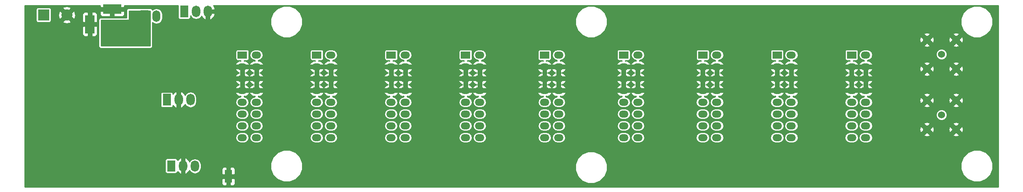
<source format=gbl>
G04 #@! TF.FileFunction,Copper,L6,Bot,Signal*
%FSLAX46Y46*%
G04 Gerber Fmt 4.6, Leading zero omitted, Abs format (unit mm)*
G04 Created by KiCad (PCBNEW 4.0.2-stable) date 2019-11-02 5:24:16 PM*
%MOMM*%
G01*
G04 APERTURE LIST*
%ADD10C,0.200000*%
%ADD11R,2.400000X2.400000*%
%ADD12C,2.400000*%
%ADD13R,1.600000X2.800000*%
%ADD14O,2.000000X1.500000*%
%ADD15R,2.000000X1.500000*%
%ADD16R,4.000000X2.000000*%
%ADD17R,5.000000X2.000000*%
%ADD18R,2.000000X4.000000*%
%ADD19R,1.700000X2.500000*%
%ADD20O,1.700000X2.500000*%
%ADD21C,1.524000*%
%ADD22C,1.778000*%
%ADD23R,1.800000X2.500000*%
%ADD24O,1.800000X2.500000*%
%ADD25R,1.800000X2.400000*%
%ADD26O,1.800000X2.400000*%
%ADD27C,1.000000*%
%ADD28C,0.350000*%
%ADD29C,0.254000*%
G04 APERTURE END LIST*
D10*
D11*
X31750000Y-79500000D03*
D12*
X36750000Y-79500000D03*
D13*
X71500000Y-114250000D03*
D14*
X192520000Y-105890000D03*
X189480000Y-105890000D03*
X189480000Y-103350000D03*
X192520000Y-103350000D03*
X192520000Y-100810000D03*
X189480000Y-100810000D03*
X189480000Y-98270000D03*
X192520000Y-98270000D03*
X192520000Y-95730000D03*
X189480000Y-95730000D03*
D15*
X189480000Y-88110000D03*
D14*
X192520000Y-88110000D03*
X189480000Y-90650000D03*
X192520000Y-90650000D03*
X189480000Y-93190000D03*
X192520000Y-93190000D03*
X176520000Y-105890000D03*
X173480000Y-105890000D03*
X173480000Y-103350000D03*
X176520000Y-103350000D03*
X176520000Y-100810000D03*
X173480000Y-100810000D03*
X173480000Y-98270000D03*
X176520000Y-98270000D03*
X176520000Y-95730000D03*
X173480000Y-95730000D03*
D15*
X173480000Y-88110000D03*
D14*
X176520000Y-88110000D03*
X173480000Y-90650000D03*
X176520000Y-90650000D03*
X173480000Y-93190000D03*
X176520000Y-93190000D03*
X159520000Y-105890000D03*
X156480000Y-105890000D03*
X156480000Y-103350000D03*
X159520000Y-103350000D03*
X159520000Y-100810000D03*
X156480000Y-100810000D03*
X156480000Y-98270000D03*
X159520000Y-98270000D03*
X159520000Y-95730000D03*
X156480000Y-95730000D03*
D15*
X156480000Y-88110000D03*
D14*
X159520000Y-88110000D03*
X156480000Y-90650000D03*
X159520000Y-90650000D03*
X156480000Y-93190000D03*
X159520000Y-93190000D03*
X142520000Y-105890000D03*
X139480000Y-105890000D03*
X139480000Y-103350000D03*
X142520000Y-103350000D03*
X142520000Y-100810000D03*
X139480000Y-100810000D03*
X139480000Y-98270000D03*
X142520000Y-98270000D03*
X142520000Y-95730000D03*
X139480000Y-95730000D03*
D15*
X139480000Y-88110000D03*
D14*
X142520000Y-88110000D03*
X139480000Y-90650000D03*
X142520000Y-90650000D03*
X139480000Y-93190000D03*
X142520000Y-93190000D03*
X125520000Y-105890000D03*
X122480000Y-105890000D03*
X122480000Y-103350000D03*
X125520000Y-103350000D03*
X125520000Y-100810000D03*
X122480000Y-100810000D03*
X122480000Y-98270000D03*
X125520000Y-98270000D03*
X125520000Y-95730000D03*
X122480000Y-95730000D03*
D15*
X122480000Y-88110000D03*
D14*
X125520000Y-88110000D03*
X122480000Y-90650000D03*
X125520000Y-90650000D03*
X122480000Y-93190000D03*
X125520000Y-93190000D03*
X109520000Y-105890000D03*
X106480000Y-105890000D03*
X106480000Y-103350000D03*
X109520000Y-103350000D03*
X109520000Y-100810000D03*
X106480000Y-100810000D03*
X106480000Y-98270000D03*
X109520000Y-98270000D03*
X109520000Y-95730000D03*
X106480000Y-95730000D03*
D15*
X106480000Y-88110000D03*
D14*
X109520000Y-88110000D03*
X106480000Y-90650000D03*
X109520000Y-90650000D03*
X106480000Y-93190000D03*
X109520000Y-93190000D03*
X93520000Y-105890000D03*
X90480000Y-105890000D03*
X90480000Y-103350000D03*
X93520000Y-103350000D03*
X93520000Y-100810000D03*
X90480000Y-100810000D03*
X90480000Y-98270000D03*
X93520000Y-98270000D03*
X93520000Y-95730000D03*
X90480000Y-95730000D03*
D15*
X90480000Y-88110000D03*
D14*
X93520000Y-88110000D03*
X90480000Y-90650000D03*
X93520000Y-90650000D03*
X90480000Y-93190000D03*
X93520000Y-93190000D03*
D16*
X46500000Y-78250000D03*
D17*
X46500000Y-84900000D03*
D18*
X41700000Y-81500000D03*
D19*
X53500000Y-79750000D03*
D20*
X56040000Y-79750000D03*
D14*
X77520000Y-105890000D03*
X74480000Y-105890000D03*
X74480000Y-103350000D03*
X77520000Y-103350000D03*
X77520000Y-100810000D03*
X74480000Y-100810000D03*
X74480000Y-98270000D03*
X77520000Y-98270000D03*
X77520000Y-95730000D03*
X74480000Y-95730000D03*
D15*
X74480000Y-88110000D03*
D14*
X77520000Y-88110000D03*
X74480000Y-90650000D03*
X77520000Y-90650000D03*
X74480000Y-93190000D03*
X77520000Y-93190000D03*
X208520000Y-105890000D03*
X205480000Y-105890000D03*
X205480000Y-103350000D03*
X208520000Y-103350000D03*
X208520000Y-100810000D03*
X205480000Y-100810000D03*
X205480000Y-98270000D03*
X208520000Y-98270000D03*
X208520000Y-95730000D03*
X205480000Y-95730000D03*
D15*
X205480000Y-88110000D03*
D14*
X208520000Y-88110000D03*
X205480000Y-90650000D03*
X208520000Y-90650000D03*
X205480000Y-93190000D03*
X208520000Y-93190000D03*
D21*
X224800000Y-101000000D03*
D22*
X221670000Y-97870000D03*
X221670000Y-104130000D03*
X227930000Y-104130000D03*
X227930000Y-97870000D03*
D21*
X224800000Y-88000000D03*
D22*
X221670000Y-84870000D03*
X221670000Y-91130000D03*
X227930000Y-91130000D03*
X227930000Y-84870000D03*
D23*
X62000000Y-78750000D03*
D24*
X64540000Y-78750000D03*
X67080000Y-78750000D03*
D23*
X58250000Y-97750000D03*
D24*
X60790000Y-97750000D03*
X63330000Y-97750000D03*
D25*
X59210000Y-111980000D03*
D26*
X61750000Y-111980000D03*
X64290000Y-112030000D03*
D27*
X51500000Y-101700000D03*
X50400000Y-101700000D03*
X49300000Y-101700000D03*
X48200000Y-101700000D03*
X47800000Y-112200000D03*
X82900000Y-93200000D03*
X85200000Y-93200000D03*
X84000000Y-93200000D03*
X69000000Y-105400000D03*
X69000000Y-104300000D03*
X69000000Y-103200000D03*
X66800000Y-94500000D03*
X65000000Y-94500000D03*
X63200000Y-94500000D03*
X69000000Y-91800000D03*
X46500000Y-112750000D03*
D28*
X50400000Y-101700000D02*
X51500000Y-101700000D01*
X48200000Y-101700000D02*
X49300000Y-101700000D01*
X84000000Y-93200000D02*
X85200000Y-93200000D01*
X69000000Y-103200000D02*
X69000000Y-104300000D01*
X63200000Y-94500000D02*
X65000000Y-94500000D01*
D29*
G36*
X43865000Y-77718250D02*
X44023750Y-77877000D01*
X46127000Y-77877000D01*
X46127000Y-77857000D01*
X46873000Y-77857000D01*
X46873000Y-77877000D01*
X48976250Y-77877000D01*
X49135000Y-77718250D01*
X49135000Y-77502000D01*
X60664635Y-77502000D01*
X60664635Y-80000000D01*
X60694409Y-80158237D01*
X60787927Y-80303567D01*
X60930619Y-80401064D01*
X61100000Y-80435365D01*
X62900000Y-80435365D01*
X63058237Y-80405591D01*
X63203567Y-80312073D01*
X63301064Y-80169381D01*
X63335365Y-80000000D01*
X63335365Y-79672632D01*
X63601669Y-80071185D01*
X64032179Y-80358842D01*
X64540000Y-80459854D01*
X65047821Y-80358842D01*
X65478331Y-80071185D01*
X65710023Y-79724432D01*
X65785598Y-79920186D01*
X66198000Y-80353099D01*
X66478663Y-80512310D01*
X66707000Y-80424740D01*
X66707000Y-79123000D01*
X67453000Y-79123000D01*
X67453000Y-80424740D01*
X67681337Y-80512310D01*
X67962000Y-80353099D01*
X68374402Y-79920186D01*
X68589743Y-79362407D01*
X68453455Y-79123000D01*
X67453000Y-79123000D01*
X66707000Y-79123000D01*
X66687000Y-79123000D01*
X66687000Y-78377000D01*
X66707000Y-78377000D01*
X66707000Y-78357000D01*
X67453000Y-78357000D01*
X67453000Y-78377000D01*
X68453455Y-78377000D01*
X68589743Y-78137593D01*
X68374402Y-77579814D01*
X68300275Y-77502000D01*
X236998000Y-77502000D01*
X236998000Y-116498000D01*
X27752000Y-116498000D01*
X27752000Y-114781750D01*
X70065000Y-114781750D01*
X70065000Y-115776309D01*
X70161673Y-116009698D01*
X70340301Y-116188327D01*
X70573690Y-116285000D01*
X70968250Y-116285000D01*
X71127000Y-116126250D01*
X71127000Y-114623000D01*
X71873000Y-114623000D01*
X71873000Y-116126250D01*
X72031750Y-116285000D01*
X72426310Y-116285000D01*
X72659699Y-116188327D01*
X72838327Y-116009698D01*
X72935000Y-115776309D01*
X72935000Y-114781750D01*
X72776250Y-114623000D01*
X71873000Y-114623000D01*
X71127000Y-114623000D01*
X70223750Y-114623000D01*
X70065000Y-114781750D01*
X27752000Y-114781750D01*
X27752000Y-110780000D01*
X57874635Y-110780000D01*
X57874635Y-113180000D01*
X57904409Y-113338237D01*
X57997927Y-113483567D01*
X58140619Y-113581064D01*
X58310000Y-113615365D01*
X60110000Y-113615365D01*
X60268237Y-113585591D01*
X60413567Y-113492073D01*
X60511064Y-113349381D01*
X60542479Y-113194251D01*
X60912033Y-113557556D01*
X61148663Y-113692310D01*
X61377000Y-113604740D01*
X61377000Y-112353000D01*
X61357000Y-112353000D01*
X61357000Y-111607000D01*
X61377000Y-111607000D01*
X61377000Y-110355260D01*
X62123000Y-110355260D01*
X62123000Y-111607000D01*
X62143000Y-111607000D01*
X62143000Y-112353000D01*
X62123000Y-112353000D01*
X62123000Y-113604740D01*
X62351337Y-113692310D01*
X62587967Y-113557556D01*
X63013080Y-113139632D01*
X63102904Y-112927902D01*
X63351669Y-113300206D01*
X63782179Y-113587863D01*
X64290000Y-113688875D01*
X64797821Y-113587863D01*
X65228331Y-113300206D01*
X65515988Y-112869696D01*
X65545030Y-112723691D01*
X70065000Y-112723691D01*
X70065000Y-113718250D01*
X70223750Y-113877000D01*
X71127000Y-113877000D01*
X71127000Y-112373750D01*
X71873000Y-112373750D01*
X71873000Y-113877000D01*
X72776250Y-113877000D01*
X72935000Y-113718250D01*
X72935000Y-112723691D01*
X72916357Y-112678682D01*
X80572406Y-112678682D01*
X81093037Y-113938704D01*
X82056226Y-114903575D01*
X83315337Y-115426404D01*
X84678682Y-115427594D01*
X85938704Y-114906963D01*
X86903575Y-113943774D01*
X87304316Y-112978682D01*
X146072406Y-112978682D01*
X146593037Y-114238704D01*
X147556226Y-115203575D01*
X148815337Y-115726404D01*
X150178682Y-115727594D01*
X151438704Y-115206963D01*
X152403575Y-114243774D01*
X152926404Y-112984663D01*
X152926671Y-112678682D01*
X228982406Y-112678682D01*
X229503037Y-113938704D01*
X230466226Y-114903575D01*
X231725337Y-115426404D01*
X233088682Y-115427594D01*
X234348704Y-114906963D01*
X235313575Y-113943774D01*
X235836404Y-112684663D01*
X235837594Y-111321318D01*
X235316963Y-110061296D01*
X234353774Y-109096425D01*
X233094663Y-108573596D01*
X231731318Y-108572406D01*
X230471296Y-109093037D01*
X229506425Y-110056226D01*
X228983596Y-111315337D01*
X228982406Y-112678682D01*
X152926671Y-112678682D01*
X152927594Y-111621318D01*
X152406963Y-110361296D01*
X151443774Y-109396425D01*
X150184663Y-108873596D01*
X148821318Y-108872406D01*
X147561296Y-109393037D01*
X146596425Y-110356226D01*
X146073596Y-111615337D01*
X146072406Y-112978682D01*
X87304316Y-112978682D01*
X87426404Y-112684663D01*
X87427594Y-111321318D01*
X86906963Y-110061296D01*
X85943774Y-109096425D01*
X84684663Y-108573596D01*
X83321318Y-108572406D01*
X82061296Y-109093037D01*
X81096425Y-110056226D01*
X80573596Y-111315337D01*
X80572406Y-112678682D01*
X72916357Y-112678682D01*
X72838327Y-112490302D01*
X72659699Y-112311673D01*
X72426310Y-112215000D01*
X72031750Y-112215000D01*
X71873000Y-112373750D01*
X71127000Y-112373750D01*
X70968250Y-112215000D01*
X70573690Y-112215000D01*
X70340301Y-112311673D01*
X70161673Y-112490302D01*
X70065000Y-112723691D01*
X65545030Y-112723691D01*
X65617000Y-112361875D01*
X65617000Y-111698125D01*
X65515988Y-111190304D01*
X65228331Y-110759794D01*
X64797821Y-110472137D01*
X64290000Y-110371125D01*
X63782179Y-110472137D01*
X63351669Y-110759794D01*
X63128853Y-111093263D01*
X63013080Y-110820368D01*
X62587967Y-110402444D01*
X62351337Y-110267690D01*
X62123000Y-110355260D01*
X61377000Y-110355260D01*
X61148663Y-110267690D01*
X60912033Y-110402444D01*
X60542652Y-110765579D01*
X60515591Y-110621763D01*
X60422073Y-110476433D01*
X60279381Y-110378936D01*
X60110000Y-110344635D01*
X58310000Y-110344635D01*
X58151763Y-110374409D01*
X58006433Y-110467927D01*
X57908936Y-110610619D01*
X57874635Y-110780000D01*
X27752000Y-110780000D01*
X27752000Y-105890000D01*
X73025043Y-105890000D01*
X73114637Y-106340418D01*
X73369778Y-106722265D01*
X73751625Y-106977406D01*
X74202043Y-107067000D01*
X74757957Y-107067000D01*
X75208375Y-106977406D01*
X75590222Y-106722265D01*
X75845363Y-106340418D01*
X75934957Y-105890000D01*
X76065043Y-105890000D01*
X76154637Y-106340418D01*
X76409778Y-106722265D01*
X76791625Y-106977406D01*
X77242043Y-107067000D01*
X77797957Y-107067000D01*
X78248375Y-106977406D01*
X78630222Y-106722265D01*
X78885363Y-106340418D01*
X78974957Y-105890000D01*
X89025043Y-105890000D01*
X89114637Y-106340418D01*
X89369778Y-106722265D01*
X89751625Y-106977406D01*
X90202043Y-107067000D01*
X90757957Y-107067000D01*
X91208375Y-106977406D01*
X91590222Y-106722265D01*
X91845363Y-106340418D01*
X91934957Y-105890000D01*
X92065043Y-105890000D01*
X92154637Y-106340418D01*
X92409778Y-106722265D01*
X92791625Y-106977406D01*
X93242043Y-107067000D01*
X93797957Y-107067000D01*
X94248375Y-106977406D01*
X94630222Y-106722265D01*
X94885363Y-106340418D01*
X94974957Y-105890000D01*
X105025043Y-105890000D01*
X105114637Y-106340418D01*
X105369778Y-106722265D01*
X105751625Y-106977406D01*
X106202043Y-107067000D01*
X106757957Y-107067000D01*
X107208375Y-106977406D01*
X107590222Y-106722265D01*
X107845363Y-106340418D01*
X107934957Y-105890000D01*
X108065043Y-105890000D01*
X108154637Y-106340418D01*
X108409778Y-106722265D01*
X108791625Y-106977406D01*
X109242043Y-107067000D01*
X109797957Y-107067000D01*
X110248375Y-106977406D01*
X110630222Y-106722265D01*
X110885363Y-106340418D01*
X110974957Y-105890000D01*
X121025043Y-105890000D01*
X121114637Y-106340418D01*
X121369778Y-106722265D01*
X121751625Y-106977406D01*
X122202043Y-107067000D01*
X122757957Y-107067000D01*
X123208375Y-106977406D01*
X123590222Y-106722265D01*
X123845363Y-106340418D01*
X123934957Y-105890000D01*
X124065043Y-105890000D01*
X124154637Y-106340418D01*
X124409778Y-106722265D01*
X124791625Y-106977406D01*
X125242043Y-107067000D01*
X125797957Y-107067000D01*
X126248375Y-106977406D01*
X126630222Y-106722265D01*
X126885363Y-106340418D01*
X126974957Y-105890000D01*
X138025043Y-105890000D01*
X138114637Y-106340418D01*
X138369778Y-106722265D01*
X138751625Y-106977406D01*
X139202043Y-107067000D01*
X139757957Y-107067000D01*
X140208375Y-106977406D01*
X140590222Y-106722265D01*
X140845363Y-106340418D01*
X140934957Y-105890000D01*
X141065043Y-105890000D01*
X141154637Y-106340418D01*
X141409778Y-106722265D01*
X141791625Y-106977406D01*
X142242043Y-107067000D01*
X142797957Y-107067000D01*
X143248375Y-106977406D01*
X143630222Y-106722265D01*
X143885363Y-106340418D01*
X143974957Y-105890000D01*
X155025043Y-105890000D01*
X155114637Y-106340418D01*
X155369778Y-106722265D01*
X155751625Y-106977406D01*
X156202043Y-107067000D01*
X156757957Y-107067000D01*
X157208375Y-106977406D01*
X157590222Y-106722265D01*
X157845363Y-106340418D01*
X157934957Y-105890000D01*
X158065043Y-105890000D01*
X158154637Y-106340418D01*
X158409778Y-106722265D01*
X158791625Y-106977406D01*
X159242043Y-107067000D01*
X159797957Y-107067000D01*
X160248375Y-106977406D01*
X160630222Y-106722265D01*
X160885363Y-106340418D01*
X160974957Y-105890000D01*
X172025043Y-105890000D01*
X172114637Y-106340418D01*
X172369778Y-106722265D01*
X172751625Y-106977406D01*
X173202043Y-107067000D01*
X173757957Y-107067000D01*
X174208375Y-106977406D01*
X174590222Y-106722265D01*
X174845363Y-106340418D01*
X174934957Y-105890000D01*
X175065043Y-105890000D01*
X175154637Y-106340418D01*
X175409778Y-106722265D01*
X175791625Y-106977406D01*
X176242043Y-107067000D01*
X176797957Y-107067000D01*
X177248375Y-106977406D01*
X177630222Y-106722265D01*
X177885363Y-106340418D01*
X177974957Y-105890000D01*
X188025043Y-105890000D01*
X188114637Y-106340418D01*
X188369778Y-106722265D01*
X188751625Y-106977406D01*
X189202043Y-107067000D01*
X189757957Y-107067000D01*
X190208375Y-106977406D01*
X190590222Y-106722265D01*
X190845363Y-106340418D01*
X190934957Y-105890000D01*
X191065043Y-105890000D01*
X191154637Y-106340418D01*
X191409778Y-106722265D01*
X191791625Y-106977406D01*
X192242043Y-107067000D01*
X192797957Y-107067000D01*
X193248375Y-106977406D01*
X193630222Y-106722265D01*
X193885363Y-106340418D01*
X193974957Y-105890000D01*
X204025043Y-105890000D01*
X204114637Y-106340418D01*
X204369778Y-106722265D01*
X204751625Y-106977406D01*
X205202043Y-107067000D01*
X205757957Y-107067000D01*
X206208375Y-106977406D01*
X206590222Y-106722265D01*
X206845363Y-106340418D01*
X206934957Y-105890000D01*
X207065043Y-105890000D01*
X207154637Y-106340418D01*
X207409778Y-106722265D01*
X207791625Y-106977406D01*
X208242043Y-107067000D01*
X208797957Y-107067000D01*
X209248375Y-106977406D01*
X209630222Y-106722265D01*
X209885363Y-106340418D01*
X209974957Y-105890000D01*
X209885363Y-105439582D01*
X209821717Y-105344328D01*
X220983174Y-105344328D01*
X221085134Y-105569585D01*
X221680559Y-105683821D01*
X222254866Y-105569585D01*
X222356826Y-105344328D01*
X227243174Y-105344328D01*
X227345134Y-105569585D01*
X227940559Y-105683821D01*
X228514866Y-105569585D01*
X228616826Y-105344328D01*
X227930000Y-104657502D01*
X227243174Y-105344328D01*
X222356826Y-105344328D01*
X221670000Y-104657502D01*
X220983174Y-105344328D01*
X209821717Y-105344328D01*
X209630222Y-105057735D01*
X209248375Y-104802594D01*
X208797957Y-104713000D01*
X208242043Y-104713000D01*
X207791625Y-104802594D01*
X207409778Y-105057735D01*
X207154637Y-105439582D01*
X207065043Y-105890000D01*
X206934957Y-105890000D01*
X206845363Y-105439582D01*
X206590222Y-105057735D01*
X206208375Y-104802594D01*
X205757957Y-104713000D01*
X205202043Y-104713000D01*
X204751625Y-104802594D01*
X204369778Y-105057735D01*
X204114637Y-105439582D01*
X204025043Y-105890000D01*
X193974957Y-105890000D01*
X193885363Y-105439582D01*
X193630222Y-105057735D01*
X193248375Y-104802594D01*
X192797957Y-104713000D01*
X192242043Y-104713000D01*
X191791625Y-104802594D01*
X191409778Y-105057735D01*
X191154637Y-105439582D01*
X191065043Y-105890000D01*
X190934957Y-105890000D01*
X190845363Y-105439582D01*
X190590222Y-105057735D01*
X190208375Y-104802594D01*
X189757957Y-104713000D01*
X189202043Y-104713000D01*
X188751625Y-104802594D01*
X188369778Y-105057735D01*
X188114637Y-105439582D01*
X188025043Y-105890000D01*
X177974957Y-105890000D01*
X177885363Y-105439582D01*
X177630222Y-105057735D01*
X177248375Y-104802594D01*
X176797957Y-104713000D01*
X176242043Y-104713000D01*
X175791625Y-104802594D01*
X175409778Y-105057735D01*
X175154637Y-105439582D01*
X175065043Y-105890000D01*
X174934957Y-105890000D01*
X174845363Y-105439582D01*
X174590222Y-105057735D01*
X174208375Y-104802594D01*
X173757957Y-104713000D01*
X173202043Y-104713000D01*
X172751625Y-104802594D01*
X172369778Y-105057735D01*
X172114637Y-105439582D01*
X172025043Y-105890000D01*
X160974957Y-105890000D01*
X160885363Y-105439582D01*
X160630222Y-105057735D01*
X160248375Y-104802594D01*
X159797957Y-104713000D01*
X159242043Y-104713000D01*
X158791625Y-104802594D01*
X158409778Y-105057735D01*
X158154637Y-105439582D01*
X158065043Y-105890000D01*
X157934957Y-105890000D01*
X157845363Y-105439582D01*
X157590222Y-105057735D01*
X157208375Y-104802594D01*
X156757957Y-104713000D01*
X156202043Y-104713000D01*
X155751625Y-104802594D01*
X155369778Y-105057735D01*
X155114637Y-105439582D01*
X155025043Y-105890000D01*
X143974957Y-105890000D01*
X143885363Y-105439582D01*
X143630222Y-105057735D01*
X143248375Y-104802594D01*
X142797957Y-104713000D01*
X142242043Y-104713000D01*
X141791625Y-104802594D01*
X141409778Y-105057735D01*
X141154637Y-105439582D01*
X141065043Y-105890000D01*
X140934957Y-105890000D01*
X140845363Y-105439582D01*
X140590222Y-105057735D01*
X140208375Y-104802594D01*
X139757957Y-104713000D01*
X139202043Y-104713000D01*
X138751625Y-104802594D01*
X138369778Y-105057735D01*
X138114637Y-105439582D01*
X138025043Y-105890000D01*
X126974957Y-105890000D01*
X126885363Y-105439582D01*
X126630222Y-105057735D01*
X126248375Y-104802594D01*
X125797957Y-104713000D01*
X125242043Y-104713000D01*
X124791625Y-104802594D01*
X124409778Y-105057735D01*
X124154637Y-105439582D01*
X124065043Y-105890000D01*
X123934957Y-105890000D01*
X123845363Y-105439582D01*
X123590222Y-105057735D01*
X123208375Y-104802594D01*
X122757957Y-104713000D01*
X122202043Y-104713000D01*
X121751625Y-104802594D01*
X121369778Y-105057735D01*
X121114637Y-105439582D01*
X121025043Y-105890000D01*
X110974957Y-105890000D01*
X110885363Y-105439582D01*
X110630222Y-105057735D01*
X110248375Y-104802594D01*
X109797957Y-104713000D01*
X109242043Y-104713000D01*
X108791625Y-104802594D01*
X108409778Y-105057735D01*
X108154637Y-105439582D01*
X108065043Y-105890000D01*
X107934957Y-105890000D01*
X107845363Y-105439582D01*
X107590222Y-105057735D01*
X107208375Y-104802594D01*
X106757957Y-104713000D01*
X106202043Y-104713000D01*
X105751625Y-104802594D01*
X105369778Y-105057735D01*
X105114637Y-105439582D01*
X105025043Y-105890000D01*
X94974957Y-105890000D01*
X94885363Y-105439582D01*
X94630222Y-105057735D01*
X94248375Y-104802594D01*
X93797957Y-104713000D01*
X93242043Y-104713000D01*
X92791625Y-104802594D01*
X92409778Y-105057735D01*
X92154637Y-105439582D01*
X92065043Y-105890000D01*
X91934957Y-105890000D01*
X91845363Y-105439582D01*
X91590222Y-105057735D01*
X91208375Y-104802594D01*
X90757957Y-104713000D01*
X90202043Y-104713000D01*
X89751625Y-104802594D01*
X89369778Y-105057735D01*
X89114637Y-105439582D01*
X89025043Y-105890000D01*
X78974957Y-105890000D01*
X78885363Y-105439582D01*
X78630222Y-105057735D01*
X78248375Y-104802594D01*
X77797957Y-104713000D01*
X77242043Y-104713000D01*
X76791625Y-104802594D01*
X76409778Y-105057735D01*
X76154637Y-105439582D01*
X76065043Y-105890000D01*
X75934957Y-105890000D01*
X75845363Y-105439582D01*
X75590222Y-105057735D01*
X75208375Y-104802594D01*
X74757957Y-104713000D01*
X74202043Y-104713000D01*
X73751625Y-104802594D01*
X73369778Y-105057735D01*
X73114637Y-105439582D01*
X73025043Y-105890000D01*
X27752000Y-105890000D01*
X27752000Y-103350000D01*
X73025043Y-103350000D01*
X73114637Y-103800418D01*
X73369778Y-104182265D01*
X73751625Y-104437406D01*
X74202043Y-104527000D01*
X74757957Y-104527000D01*
X75208375Y-104437406D01*
X75590222Y-104182265D01*
X75845363Y-103800418D01*
X75934957Y-103350000D01*
X76065043Y-103350000D01*
X76154637Y-103800418D01*
X76409778Y-104182265D01*
X76791625Y-104437406D01*
X77242043Y-104527000D01*
X77797957Y-104527000D01*
X78248375Y-104437406D01*
X78630222Y-104182265D01*
X78885363Y-103800418D01*
X78974957Y-103350000D01*
X89025043Y-103350000D01*
X89114637Y-103800418D01*
X89369778Y-104182265D01*
X89751625Y-104437406D01*
X90202043Y-104527000D01*
X90757957Y-104527000D01*
X91208375Y-104437406D01*
X91590222Y-104182265D01*
X91845363Y-103800418D01*
X91934957Y-103350000D01*
X92065043Y-103350000D01*
X92154637Y-103800418D01*
X92409778Y-104182265D01*
X92791625Y-104437406D01*
X93242043Y-104527000D01*
X93797957Y-104527000D01*
X94248375Y-104437406D01*
X94630222Y-104182265D01*
X94885363Y-103800418D01*
X94974957Y-103350000D01*
X105025043Y-103350000D01*
X105114637Y-103800418D01*
X105369778Y-104182265D01*
X105751625Y-104437406D01*
X106202043Y-104527000D01*
X106757957Y-104527000D01*
X107208375Y-104437406D01*
X107590222Y-104182265D01*
X107845363Y-103800418D01*
X107934957Y-103350000D01*
X108065043Y-103350000D01*
X108154637Y-103800418D01*
X108409778Y-104182265D01*
X108791625Y-104437406D01*
X109242043Y-104527000D01*
X109797957Y-104527000D01*
X110248375Y-104437406D01*
X110630222Y-104182265D01*
X110885363Y-103800418D01*
X110974957Y-103350000D01*
X121025043Y-103350000D01*
X121114637Y-103800418D01*
X121369778Y-104182265D01*
X121751625Y-104437406D01*
X122202043Y-104527000D01*
X122757957Y-104527000D01*
X123208375Y-104437406D01*
X123590222Y-104182265D01*
X123845363Y-103800418D01*
X123934957Y-103350000D01*
X124065043Y-103350000D01*
X124154637Y-103800418D01*
X124409778Y-104182265D01*
X124791625Y-104437406D01*
X125242043Y-104527000D01*
X125797957Y-104527000D01*
X126248375Y-104437406D01*
X126630222Y-104182265D01*
X126885363Y-103800418D01*
X126974957Y-103350000D01*
X138025043Y-103350000D01*
X138114637Y-103800418D01*
X138369778Y-104182265D01*
X138751625Y-104437406D01*
X139202043Y-104527000D01*
X139757957Y-104527000D01*
X140208375Y-104437406D01*
X140590222Y-104182265D01*
X140845363Y-103800418D01*
X140934957Y-103350000D01*
X141065043Y-103350000D01*
X141154637Y-103800418D01*
X141409778Y-104182265D01*
X141791625Y-104437406D01*
X142242043Y-104527000D01*
X142797957Y-104527000D01*
X143248375Y-104437406D01*
X143630222Y-104182265D01*
X143885363Y-103800418D01*
X143974957Y-103350000D01*
X155025043Y-103350000D01*
X155114637Y-103800418D01*
X155369778Y-104182265D01*
X155751625Y-104437406D01*
X156202043Y-104527000D01*
X156757957Y-104527000D01*
X157208375Y-104437406D01*
X157590222Y-104182265D01*
X157845363Y-103800418D01*
X157934957Y-103350000D01*
X158065043Y-103350000D01*
X158154637Y-103800418D01*
X158409778Y-104182265D01*
X158791625Y-104437406D01*
X159242043Y-104527000D01*
X159797957Y-104527000D01*
X160248375Y-104437406D01*
X160630222Y-104182265D01*
X160885363Y-103800418D01*
X160974957Y-103350000D01*
X172025043Y-103350000D01*
X172114637Y-103800418D01*
X172369778Y-104182265D01*
X172751625Y-104437406D01*
X173202043Y-104527000D01*
X173757957Y-104527000D01*
X174208375Y-104437406D01*
X174590222Y-104182265D01*
X174845363Y-103800418D01*
X174934957Y-103350000D01*
X175065043Y-103350000D01*
X175154637Y-103800418D01*
X175409778Y-104182265D01*
X175791625Y-104437406D01*
X176242043Y-104527000D01*
X176797957Y-104527000D01*
X177248375Y-104437406D01*
X177630222Y-104182265D01*
X177885363Y-103800418D01*
X177974957Y-103350000D01*
X188025043Y-103350000D01*
X188114637Y-103800418D01*
X188369778Y-104182265D01*
X188751625Y-104437406D01*
X189202043Y-104527000D01*
X189757957Y-104527000D01*
X190208375Y-104437406D01*
X190590222Y-104182265D01*
X190845363Y-103800418D01*
X190934957Y-103350000D01*
X191065043Y-103350000D01*
X191154637Y-103800418D01*
X191409778Y-104182265D01*
X191791625Y-104437406D01*
X192242043Y-104527000D01*
X192797957Y-104527000D01*
X193248375Y-104437406D01*
X193630222Y-104182265D01*
X193885363Y-103800418D01*
X193974957Y-103350000D01*
X204025043Y-103350000D01*
X204114637Y-103800418D01*
X204369778Y-104182265D01*
X204751625Y-104437406D01*
X205202043Y-104527000D01*
X205757957Y-104527000D01*
X206208375Y-104437406D01*
X206590222Y-104182265D01*
X206845363Y-103800418D01*
X206934957Y-103350000D01*
X207065043Y-103350000D01*
X207154637Y-103800418D01*
X207409778Y-104182265D01*
X207791625Y-104437406D01*
X208242043Y-104527000D01*
X208797957Y-104527000D01*
X209248375Y-104437406D01*
X209630222Y-104182265D01*
X209658088Y-104140559D01*
X220116179Y-104140559D01*
X220230415Y-104714866D01*
X220455672Y-104816826D01*
X221142498Y-104130000D01*
X222197502Y-104130000D01*
X222884328Y-104816826D01*
X223109585Y-104714866D01*
X223219769Y-104140559D01*
X226376179Y-104140559D01*
X226490415Y-104714866D01*
X226715672Y-104816826D01*
X227402498Y-104130000D01*
X228457502Y-104130000D01*
X229144328Y-104816826D01*
X229369585Y-104714866D01*
X229483821Y-104119441D01*
X229369585Y-103545134D01*
X229144328Y-103443174D01*
X228457502Y-104130000D01*
X227402498Y-104130000D01*
X226715672Y-103443174D01*
X226490415Y-103545134D01*
X226376179Y-104140559D01*
X223219769Y-104140559D01*
X223223821Y-104119441D01*
X223109585Y-103545134D01*
X222884328Y-103443174D01*
X222197502Y-104130000D01*
X221142498Y-104130000D01*
X220455672Y-103443174D01*
X220230415Y-103545134D01*
X220116179Y-104140559D01*
X209658088Y-104140559D01*
X209885363Y-103800418D01*
X209974957Y-103350000D01*
X209888564Y-102915672D01*
X220983174Y-102915672D01*
X221670000Y-103602498D01*
X222356826Y-102915672D01*
X227243174Y-102915672D01*
X227930000Y-103602498D01*
X228616826Y-102915672D01*
X228514866Y-102690415D01*
X227919441Y-102576179D01*
X227345134Y-102690415D01*
X227243174Y-102915672D01*
X222356826Y-102915672D01*
X222254866Y-102690415D01*
X221659441Y-102576179D01*
X221085134Y-102690415D01*
X220983174Y-102915672D01*
X209888564Y-102915672D01*
X209885363Y-102899582D01*
X209630222Y-102517735D01*
X209248375Y-102262594D01*
X208797957Y-102173000D01*
X208242043Y-102173000D01*
X207791625Y-102262594D01*
X207409778Y-102517735D01*
X207154637Y-102899582D01*
X207065043Y-103350000D01*
X206934957Y-103350000D01*
X206845363Y-102899582D01*
X206590222Y-102517735D01*
X206208375Y-102262594D01*
X205757957Y-102173000D01*
X205202043Y-102173000D01*
X204751625Y-102262594D01*
X204369778Y-102517735D01*
X204114637Y-102899582D01*
X204025043Y-103350000D01*
X193974957Y-103350000D01*
X193885363Y-102899582D01*
X193630222Y-102517735D01*
X193248375Y-102262594D01*
X192797957Y-102173000D01*
X192242043Y-102173000D01*
X191791625Y-102262594D01*
X191409778Y-102517735D01*
X191154637Y-102899582D01*
X191065043Y-103350000D01*
X190934957Y-103350000D01*
X190845363Y-102899582D01*
X190590222Y-102517735D01*
X190208375Y-102262594D01*
X189757957Y-102173000D01*
X189202043Y-102173000D01*
X188751625Y-102262594D01*
X188369778Y-102517735D01*
X188114637Y-102899582D01*
X188025043Y-103350000D01*
X177974957Y-103350000D01*
X177885363Y-102899582D01*
X177630222Y-102517735D01*
X177248375Y-102262594D01*
X176797957Y-102173000D01*
X176242043Y-102173000D01*
X175791625Y-102262594D01*
X175409778Y-102517735D01*
X175154637Y-102899582D01*
X175065043Y-103350000D01*
X174934957Y-103350000D01*
X174845363Y-102899582D01*
X174590222Y-102517735D01*
X174208375Y-102262594D01*
X173757957Y-102173000D01*
X173202043Y-102173000D01*
X172751625Y-102262594D01*
X172369778Y-102517735D01*
X172114637Y-102899582D01*
X172025043Y-103350000D01*
X160974957Y-103350000D01*
X160885363Y-102899582D01*
X160630222Y-102517735D01*
X160248375Y-102262594D01*
X159797957Y-102173000D01*
X159242043Y-102173000D01*
X158791625Y-102262594D01*
X158409778Y-102517735D01*
X158154637Y-102899582D01*
X158065043Y-103350000D01*
X157934957Y-103350000D01*
X157845363Y-102899582D01*
X157590222Y-102517735D01*
X157208375Y-102262594D01*
X156757957Y-102173000D01*
X156202043Y-102173000D01*
X155751625Y-102262594D01*
X155369778Y-102517735D01*
X155114637Y-102899582D01*
X155025043Y-103350000D01*
X143974957Y-103350000D01*
X143885363Y-102899582D01*
X143630222Y-102517735D01*
X143248375Y-102262594D01*
X142797957Y-102173000D01*
X142242043Y-102173000D01*
X141791625Y-102262594D01*
X141409778Y-102517735D01*
X141154637Y-102899582D01*
X141065043Y-103350000D01*
X140934957Y-103350000D01*
X140845363Y-102899582D01*
X140590222Y-102517735D01*
X140208375Y-102262594D01*
X139757957Y-102173000D01*
X139202043Y-102173000D01*
X138751625Y-102262594D01*
X138369778Y-102517735D01*
X138114637Y-102899582D01*
X138025043Y-103350000D01*
X126974957Y-103350000D01*
X126885363Y-102899582D01*
X126630222Y-102517735D01*
X126248375Y-102262594D01*
X125797957Y-102173000D01*
X125242043Y-102173000D01*
X124791625Y-102262594D01*
X124409778Y-102517735D01*
X124154637Y-102899582D01*
X124065043Y-103350000D01*
X123934957Y-103350000D01*
X123845363Y-102899582D01*
X123590222Y-102517735D01*
X123208375Y-102262594D01*
X122757957Y-102173000D01*
X122202043Y-102173000D01*
X121751625Y-102262594D01*
X121369778Y-102517735D01*
X121114637Y-102899582D01*
X121025043Y-103350000D01*
X110974957Y-103350000D01*
X110885363Y-102899582D01*
X110630222Y-102517735D01*
X110248375Y-102262594D01*
X109797957Y-102173000D01*
X109242043Y-102173000D01*
X108791625Y-102262594D01*
X108409778Y-102517735D01*
X108154637Y-102899582D01*
X108065043Y-103350000D01*
X107934957Y-103350000D01*
X107845363Y-102899582D01*
X107590222Y-102517735D01*
X107208375Y-102262594D01*
X106757957Y-102173000D01*
X106202043Y-102173000D01*
X105751625Y-102262594D01*
X105369778Y-102517735D01*
X105114637Y-102899582D01*
X105025043Y-103350000D01*
X94974957Y-103350000D01*
X94885363Y-102899582D01*
X94630222Y-102517735D01*
X94248375Y-102262594D01*
X93797957Y-102173000D01*
X93242043Y-102173000D01*
X92791625Y-102262594D01*
X92409778Y-102517735D01*
X92154637Y-102899582D01*
X92065043Y-103350000D01*
X91934957Y-103350000D01*
X91845363Y-102899582D01*
X91590222Y-102517735D01*
X91208375Y-102262594D01*
X90757957Y-102173000D01*
X90202043Y-102173000D01*
X89751625Y-102262594D01*
X89369778Y-102517735D01*
X89114637Y-102899582D01*
X89025043Y-103350000D01*
X78974957Y-103350000D01*
X78885363Y-102899582D01*
X78630222Y-102517735D01*
X78248375Y-102262594D01*
X77797957Y-102173000D01*
X77242043Y-102173000D01*
X76791625Y-102262594D01*
X76409778Y-102517735D01*
X76154637Y-102899582D01*
X76065043Y-103350000D01*
X75934957Y-103350000D01*
X75845363Y-102899582D01*
X75590222Y-102517735D01*
X75208375Y-102262594D01*
X74757957Y-102173000D01*
X74202043Y-102173000D01*
X73751625Y-102262594D01*
X73369778Y-102517735D01*
X73114637Y-102899582D01*
X73025043Y-103350000D01*
X27752000Y-103350000D01*
X27752000Y-100810000D01*
X73025043Y-100810000D01*
X73114637Y-101260418D01*
X73369778Y-101642265D01*
X73751625Y-101897406D01*
X74202043Y-101987000D01*
X74757957Y-101987000D01*
X75208375Y-101897406D01*
X75590222Y-101642265D01*
X75845363Y-101260418D01*
X75934957Y-100810000D01*
X76065043Y-100810000D01*
X76154637Y-101260418D01*
X76409778Y-101642265D01*
X76791625Y-101897406D01*
X77242043Y-101987000D01*
X77797957Y-101987000D01*
X78248375Y-101897406D01*
X78630222Y-101642265D01*
X78885363Y-101260418D01*
X78974957Y-100810000D01*
X89025043Y-100810000D01*
X89114637Y-101260418D01*
X89369778Y-101642265D01*
X89751625Y-101897406D01*
X90202043Y-101987000D01*
X90757957Y-101987000D01*
X91208375Y-101897406D01*
X91590222Y-101642265D01*
X91845363Y-101260418D01*
X91934957Y-100810000D01*
X92065043Y-100810000D01*
X92154637Y-101260418D01*
X92409778Y-101642265D01*
X92791625Y-101897406D01*
X93242043Y-101987000D01*
X93797957Y-101987000D01*
X94248375Y-101897406D01*
X94630222Y-101642265D01*
X94885363Y-101260418D01*
X94974957Y-100810000D01*
X105025043Y-100810000D01*
X105114637Y-101260418D01*
X105369778Y-101642265D01*
X105751625Y-101897406D01*
X106202043Y-101987000D01*
X106757957Y-101987000D01*
X107208375Y-101897406D01*
X107590222Y-101642265D01*
X107845363Y-101260418D01*
X107934957Y-100810000D01*
X108065043Y-100810000D01*
X108154637Y-101260418D01*
X108409778Y-101642265D01*
X108791625Y-101897406D01*
X109242043Y-101987000D01*
X109797957Y-101987000D01*
X110248375Y-101897406D01*
X110630222Y-101642265D01*
X110885363Y-101260418D01*
X110974957Y-100810000D01*
X121025043Y-100810000D01*
X121114637Y-101260418D01*
X121369778Y-101642265D01*
X121751625Y-101897406D01*
X122202043Y-101987000D01*
X122757957Y-101987000D01*
X123208375Y-101897406D01*
X123590222Y-101642265D01*
X123845363Y-101260418D01*
X123934957Y-100810000D01*
X124065043Y-100810000D01*
X124154637Y-101260418D01*
X124409778Y-101642265D01*
X124791625Y-101897406D01*
X125242043Y-101987000D01*
X125797957Y-101987000D01*
X126248375Y-101897406D01*
X126630222Y-101642265D01*
X126885363Y-101260418D01*
X126974957Y-100810000D01*
X138025043Y-100810000D01*
X138114637Y-101260418D01*
X138369778Y-101642265D01*
X138751625Y-101897406D01*
X139202043Y-101987000D01*
X139757957Y-101987000D01*
X140208375Y-101897406D01*
X140590222Y-101642265D01*
X140845363Y-101260418D01*
X140934957Y-100810000D01*
X141065043Y-100810000D01*
X141154637Y-101260418D01*
X141409778Y-101642265D01*
X141791625Y-101897406D01*
X142242043Y-101987000D01*
X142797957Y-101987000D01*
X143248375Y-101897406D01*
X143630222Y-101642265D01*
X143885363Y-101260418D01*
X143974957Y-100810000D01*
X155025043Y-100810000D01*
X155114637Y-101260418D01*
X155369778Y-101642265D01*
X155751625Y-101897406D01*
X156202043Y-101987000D01*
X156757957Y-101987000D01*
X157208375Y-101897406D01*
X157590222Y-101642265D01*
X157845363Y-101260418D01*
X157934957Y-100810000D01*
X158065043Y-100810000D01*
X158154637Y-101260418D01*
X158409778Y-101642265D01*
X158791625Y-101897406D01*
X159242043Y-101987000D01*
X159797957Y-101987000D01*
X160248375Y-101897406D01*
X160630222Y-101642265D01*
X160885363Y-101260418D01*
X160974957Y-100810000D01*
X172025043Y-100810000D01*
X172114637Y-101260418D01*
X172369778Y-101642265D01*
X172751625Y-101897406D01*
X173202043Y-101987000D01*
X173757957Y-101987000D01*
X174208375Y-101897406D01*
X174590222Y-101642265D01*
X174845363Y-101260418D01*
X174934957Y-100810000D01*
X175065043Y-100810000D01*
X175154637Y-101260418D01*
X175409778Y-101642265D01*
X175791625Y-101897406D01*
X176242043Y-101987000D01*
X176797957Y-101987000D01*
X177248375Y-101897406D01*
X177630222Y-101642265D01*
X177885363Y-101260418D01*
X177974957Y-100810000D01*
X188025043Y-100810000D01*
X188114637Y-101260418D01*
X188369778Y-101642265D01*
X188751625Y-101897406D01*
X189202043Y-101987000D01*
X189757957Y-101987000D01*
X190208375Y-101897406D01*
X190590222Y-101642265D01*
X190845363Y-101260418D01*
X190934957Y-100810000D01*
X191065043Y-100810000D01*
X191154637Y-101260418D01*
X191409778Y-101642265D01*
X191791625Y-101897406D01*
X192242043Y-101987000D01*
X192797957Y-101987000D01*
X193248375Y-101897406D01*
X193630222Y-101642265D01*
X193885363Y-101260418D01*
X193974957Y-100810000D01*
X204025043Y-100810000D01*
X204114637Y-101260418D01*
X204369778Y-101642265D01*
X204751625Y-101897406D01*
X205202043Y-101987000D01*
X205757957Y-101987000D01*
X206208375Y-101897406D01*
X206590222Y-101642265D01*
X206845363Y-101260418D01*
X206934957Y-100810000D01*
X207065043Y-100810000D01*
X207154637Y-101260418D01*
X207409778Y-101642265D01*
X207791625Y-101897406D01*
X208242043Y-101987000D01*
X208797957Y-101987000D01*
X209248375Y-101897406D01*
X209630222Y-101642265D01*
X209885363Y-101260418D01*
X209890325Y-101235469D01*
X223610794Y-101235469D01*
X223791427Y-101672635D01*
X224125606Y-102007397D01*
X224562456Y-102188793D01*
X225035469Y-102189206D01*
X225472635Y-102008573D01*
X225807397Y-101674394D01*
X225988793Y-101237544D01*
X225989206Y-100764531D01*
X225808573Y-100327365D01*
X225474394Y-99992603D01*
X225037544Y-99811207D01*
X224564531Y-99810794D01*
X224127365Y-99991427D01*
X223792603Y-100325606D01*
X223611207Y-100762456D01*
X223610794Y-101235469D01*
X209890325Y-101235469D01*
X209974957Y-100810000D01*
X209885363Y-100359582D01*
X209630222Y-99977735D01*
X209248375Y-99722594D01*
X208797957Y-99633000D01*
X208242043Y-99633000D01*
X207791625Y-99722594D01*
X207409778Y-99977735D01*
X207154637Y-100359582D01*
X207065043Y-100810000D01*
X206934957Y-100810000D01*
X206845363Y-100359582D01*
X206590222Y-99977735D01*
X206208375Y-99722594D01*
X205757957Y-99633000D01*
X205202043Y-99633000D01*
X204751625Y-99722594D01*
X204369778Y-99977735D01*
X204114637Y-100359582D01*
X204025043Y-100810000D01*
X193974957Y-100810000D01*
X193885363Y-100359582D01*
X193630222Y-99977735D01*
X193248375Y-99722594D01*
X192797957Y-99633000D01*
X192242043Y-99633000D01*
X191791625Y-99722594D01*
X191409778Y-99977735D01*
X191154637Y-100359582D01*
X191065043Y-100810000D01*
X190934957Y-100810000D01*
X190845363Y-100359582D01*
X190590222Y-99977735D01*
X190208375Y-99722594D01*
X189757957Y-99633000D01*
X189202043Y-99633000D01*
X188751625Y-99722594D01*
X188369778Y-99977735D01*
X188114637Y-100359582D01*
X188025043Y-100810000D01*
X177974957Y-100810000D01*
X177885363Y-100359582D01*
X177630222Y-99977735D01*
X177248375Y-99722594D01*
X176797957Y-99633000D01*
X176242043Y-99633000D01*
X175791625Y-99722594D01*
X175409778Y-99977735D01*
X175154637Y-100359582D01*
X175065043Y-100810000D01*
X174934957Y-100810000D01*
X174845363Y-100359582D01*
X174590222Y-99977735D01*
X174208375Y-99722594D01*
X173757957Y-99633000D01*
X173202043Y-99633000D01*
X172751625Y-99722594D01*
X172369778Y-99977735D01*
X172114637Y-100359582D01*
X172025043Y-100810000D01*
X160974957Y-100810000D01*
X160885363Y-100359582D01*
X160630222Y-99977735D01*
X160248375Y-99722594D01*
X159797957Y-99633000D01*
X159242043Y-99633000D01*
X158791625Y-99722594D01*
X158409778Y-99977735D01*
X158154637Y-100359582D01*
X158065043Y-100810000D01*
X157934957Y-100810000D01*
X157845363Y-100359582D01*
X157590222Y-99977735D01*
X157208375Y-99722594D01*
X156757957Y-99633000D01*
X156202043Y-99633000D01*
X155751625Y-99722594D01*
X155369778Y-99977735D01*
X155114637Y-100359582D01*
X155025043Y-100810000D01*
X143974957Y-100810000D01*
X143885363Y-100359582D01*
X143630222Y-99977735D01*
X143248375Y-99722594D01*
X142797957Y-99633000D01*
X142242043Y-99633000D01*
X141791625Y-99722594D01*
X141409778Y-99977735D01*
X141154637Y-100359582D01*
X141065043Y-100810000D01*
X140934957Y-100810000D01*
X140845363Y-100359582D01*
X140590222Y-99977735D01*
X140208375Y-99722594D01*
X139757957Y-99633000D01*
X139202043Y-99633000D01*
X138751625Y-99722594D01*
X138369778Y-99977735D01*
X138114637Y-100359582D01*
X138025043Y-100810000D01*
X126974957Y-100810000D01*
X126885363Y-100359582D01*
X126630222Y-99977735D01*
X126248375Y-99722594D01*
X125797957Y-99633000D01*
X125242043Y-99633000D01*
X124791625Y-99722594D01*
X124409778Y-99977735D01*
X124154637Y-100359582D01*
X124065043Y-100810000D01*
X123934957Y-100810000D01*
X123845363Y-100359582D01*
X123590222Y-99977735D01*
X123208375Y-99722594D01*
X122757957Y-99633000D01*
X122202043Y-99633000D01*
X121751625Y-99722594D01*
X121369778Y-99977735D01*
X121114637Y-100359582D01*
X121025043Y-100810000D01*
X110974957Y-100810000D01*
X110885363Y-100359582D01*
X110630222Y-99977735D01*
X110248375Y-99722594D01*
X109797957Y-99633000D01*
X109242043Y-99633000D01*
X108791625Y-99722594D01*
X108409778Y-99977735D01*
X108154637Y-100359582D01*
X108065043Y-100810000D01*
X107934957Y-100810000D01*
X107845363Y-100359582D01*
X107590222Y-99977735D01*
X107208375Y-99722594D01*
X106757957Y-99633000D01*
X106202043Y-99633000D01*
X105751625Y-99722594D01*
X105369778Y-99977735D01*
X105114637Y-100359582D01*
X105025043Y-100810000D01*
X94974957Y-100810000D01*
X94885363Y-100359582D01*
X94630222Y-99977735D01*
X94248375Y-99722594D01*
X93797957Y-99633000D01*
X93242043Y-99633000D01*
X92791625Y-99722594D01*
X92409778Y-99977735D01*
X92154637Y-100359582D01*
X92065043Y-100810000D01*
X91934957Y-100810000D01*
X91845363Y-100359582D01*
X91590222Y-99977735D01*
X91208375Y-99722594D01*
X90757957Y-99633000D01*
X90202043Y-99633000D01*
X89751625Y-99722594D01*
X89369778Y-99977735D01*
X89114637Y-100359582D01*
X89025043Y-100810000D01*
X78974957Y-100810000D01*
X78885363Y-100359582D01*
X78630222Y-99977735D01*
X78248375Y-99722594D01*
X77797957Y-99633000D01*
X77242043Y-99633000D01*
X76791625Y-99722594D01*
X76409778Y-99977735D01*
X76154637Y-100359582D01*
X76065043Y-100810000D01*
X75934957Y-100810000D01*
X75845363Y-100359582D01*
X75590222Y-99977735D01*
X75208375Y-99722594D01*
X74757957Y-99633000D01*
X74202043Y-99633000D01*
X73751625Y-99722594D01*
X73369778Y-99977735D01*
X73114637Y-100359582D01*
X73025043Y-100810000D01*
X27752000Y-100810000D01*
X27752000Y-96500000D01*
X56914635Y-96500000D01*
X56914635Y-99000000D01*
X56944409Y-99158237D01*
X57037927Y-99303567D01*
X57180619Y-99401064D01*
X57350000Y-99435365D01*
X59150000Y-99435365D01*
X59308237Y-99405591D01*
X59453567Y-99312073D01*
X59551064Y-99169381D01*
X59582957Y-99011890D01*
X59908000Y-99353099D01*
X60188663Y-99512310D01*
X60417000Y-99424740D01*
X60417000Y-98123000D01*
X60397000Y-98123000D01*
X60397000Y-97377000D01*
X60417000Y-97377000D01*
X60417000Y-96075260D01*
X61163000Y-96075260D01*
X61163000Y-97377000D01*
X61183000Y-97377000D01*
X61183000Y-98123000D01*
X61163000Y-98123000D01*
X61163000Y-99424740D01*
X61391337Y-99512310D01*
X61672000Y-99353099D01*
X62084402Y-98920186D01*
X62159977Y-98724432D01*
X62391669Y-99071185D01*
X62822179Y-99358842D01*
X63330000Y-99459854D01*
X63837821Y-99358842D01*
X64268331Y-99071185D01*
X64555988Y-98640675D01*
X64657000Y-98132854D01*
X64657000Y-97367146D01*
X64555988Y-96859325D01*
X64268331Y-96428815D01*
X64086118Y-96307064D01*
X72970944Y-96307064D01*
X73050687Y-96434785D01*
X73410166Y-96832440D01*
X73894458Y-97062259D01*
X74106998Y-96939598D01*
X74106998Y-97111906D01*
X73751625Y-97182594D01*
X73369778Y-97437735D01*
X73114637Y-97819582D01*
X73025043Y-98270000D01*
X73114637Y-98720418D01*
X73369778Y-99102265D01*
X73751625Y-99357406D01*
X74202043Y-99447000D01*
X74757957Y-99447000D01*
X75208375Y-99357406D01*
X75590222Y-99102265D01*
X75845363Y-98720418D01*
X75934957Y-98270000D01*
X75845363Y-97819582D01*
X75590222Y-97437735D01*
X75208375Y-97182594D01*
X74853002Y-97111906D01*
X74853002Y-96939598D01*
X75065542Y-97062259D01*
X75549834Y-96832440D01*
X75909313Y-96434785D01*
X75989056Y-96307064D01*
X76010944Y-96307064D01*
X76090687Y-96434785D01*
X76450166Y-96832440D01*
X76934458Y-97062259D01*
X77146998Y-96939598D01*
X77146998Y-97111906D01*
X76791625Y-97182594D01*
X76409778Y-97437735D01*
X76154637Y-97819582D01*
X76065043Y-98270000D01*
X76154637Y-98720418D01*
X76409778Y-99102265D01*
X76791625Y-99357406D01*
X77242043Y-99447000D01*
X77797957Y-99447000D01*
X78248375Y-99357406D01*
X78630222Y-99102265D01*
X78885363Y-98720418D01*
X78974957Y-98270000D01*
X78885363Y-97819582D01*
X78630222Y-97437735D01*
X78248375Y-97182594D01*
X77893002Y-97111906D01*
X77893002Y-96939598D01*
X78105542Y-97062259D01*
X78589834Y-96832440D01*
X78949313Y-96434785D01*
X79029056Y-96307064D01*
X88970944Y-96307064D01*
X89050687Y-96434785D01*
X89410166Y-96832440D01*
X89894458Y-97062259D01*
X90106998Y-96939598D01*
X90106998Y-97111906D01*
X89751625Y-97182594D01*
X89369778Y-97437735D01*
X89114637Y-97819582D01*
X89025043Y-98270000D01*
X89114637Y-98720418D01*
X89369778Y-99102265D01*
X89751625Y-99357406D01*
X90202043Y-99447000D01*
X90757957Y-99447000D01*
X91208375Y-99357406D01*
X91590222Y-99102265D01*
X91845363Y-98720418D01*
X91934957Y-98270000D01*
X91845363Y-97819582D01*
X91590222Y-97437735D01*
X91208375Y-97182594D01*
X90853002Y-97111906D01*
X90853002Y-96939598D01*
X91065542Y-97062259D01*
X91549834Y-96832440D01*
X91909313Y-96434785D01*
X91989056Y-96307064D01*
X92010944Y-96307064D01*
X92090687Y-96434785D01*
X92450166Y-96832440D01*
X92934458Y-97062259D01*
X93146998Y-96939598D01*
X93146998Y-97111906D01*
X92791625Y-97182594D01*
X92409778Y-97437735D01*
X92154637Y-97819582D01*
X92065043Y-98270000D01*
X92154637Y-98720418D01*
X92409778Y-99102265D01*
X92791625Y-99357406D01*
X93242043Y-99447000D01*
X93797957Y-99447000D01*
X94248375Y-99357406D01*
X94630222Y-99102265D01*
X94885363Y-98720418D01*
X94974957Y-98270000D01*
X94885363Y-97819582D01*
X94630222Y-97437735D01*
X94248375Y-97182594D01*
X93893002Y-97111906D01*
X93893002Y-96939598D01*
X94105542Y-97062259D01*
X94589834Y-96832440D01*
X94949313Y-96434785D01*
X95029056Y-96307064D01*
X104970944Y-96307064D01*
X105050687Y-96434785D01*
X105410166Y-96832440D01*
X105894458Y-97062259D01*
X106106998Y-96939598D01*
X106106998Y-97111906D01*
X105751625Y-97182594D01*
X105369778Y-97437735D01*
X105114637Y-97819582D01*
X105025043Y-98270000D01*
X105114637Y-98720418D01*
X105369778Y-99102265D01*
X105751625Y-99357406D01*
X106202043Y-99447000D01*
X106757957Y-99447000D01*
X107208375Y-99357406D01*
X107590222Y-99102265D01*
X107845363Y-98720418D01*
X107934957Y-98270000D01*
X107845363Y-97819582D01*
X107590222Y-97437735D01*
X107208375Y-97182594D01*
X106853002Y-97111906D01*
X106853002Y-96939598D01*
X107065542Y-97062259D01*
X107549834Y-96832440D01*
X107909313Y-96434785D01*
X107989056Y-96307064D01*
X108010944Y-96307064D01*
X108090687Y-96434785D01*
X108450166Y-96832440D01*
X108934458Y-97062259D01*
X109146998Y-96939598D01*
X109146998Y-97111906D01*
X108791625Y-97182594D01*
X108409778Y-97437735D01*
X108154637Y-97819582D01*
X108065043Y-98270000D01*
X108154637Y-98720418D01*
X108409778Y-99102265D01*
X108791625Y-99357406D01*
X109242043Y-99447000D01*
X109797957Y-99447000D01*
X110248375Y-99357406D01*
X110630222Y-99102265D01*
X110885363Y-98720418D01*
X110974957Y-98270000D01*
X110885363Y-97819582D01*
X110630222Y-97437735D01*
X110248375Y-97182594D01*
X109893002Y-97111906D01*
X109893002Y-96939598D01*
X110105542Y-97062259D01*
X110589834Y-96832440D01*
X110949313Y-96434785D01*
X111029056Y-96307064D01*
X120970944Y-96307064D01*
X121050687Y-96434785D01*
X121410166Y-96832440D01*
X121894458Y-97062259D01*
X122106998Y-96939598D01*
X122106998Y-97111906D01*
X121751625Y-97182594D01*
X121369778Y-97437735D01*
X121114637Y-97819582D01*
X121025043Y-98270000D01*
X121114637Y-98720418D01*
X121369778Y-99102265D01*
X121751625Y-99357406D01*
X122202043Y-99447000D01*
X122757957Y-99447000D01*
X123208375Y-99357406D01*
X123590222Y-99102265D01*
X123845363Y-98720418D01*
X123934957Y-98270000D01*
X123845363Y-97819582D01*
X123590222Y-97437735D01*
X123208375Y-97182594D01*
X122853002Y-97111906D01*
X122853002Y-96939598D01*
X123065542Y-97062259D01*
X123549834Y-96832440D01*
X123909313Y-96434785D01*
X123989056Y-96307064D01*
X124010944Y-96307064D01*
X124090687Y-96434785D01*
X124450166Y-96832440D01*
X124934458Y-97062259D01*
X125146998Y-96939598D01*
X125146998Y-97111906D01*
X124791625Y-97182594D01*
X124409778Y-97437735D01*
X124154637Y-97819582D01*
X124065043Y-98270000D01*
X124154637Y-98720418D01*
X124409778Y-99102265D01*
X124791625Y-99357406D01*
X125242043Y-99447000D01*
X125797957Y-99447000D01*
X126248375Y-99357406D01*
X126630222Y-99102265D01*
X126885363Y-98720418D01*
X126974957Y-98270000D01*
X126885363Y-97819582D01*
X126630222Y-97437735D01*
X126248375Y-97182594D01*
X125893002Y-97111906D01*
X125893002Y-96939598D01*
X126105542Y-97062259D01*
X126589834Y-96832440D01*
X126949313Y-96434785D01*
X127029056Y-96307064D01*
X137970944Y-96307064D01*
X138050687Y-96434785D01*
X138410166Y-96832440D01*
X138894458Y-97062259D01*
X139106998Y-96939598D01*
X139106998Y-97111906D01*
X138751625Y-97182594D01*
X138369778Y-97437735D01*
X138114637Y-97819582D01*
X138025043Y-98270000D01*
X138114637Y-98720418D01*
X138369778Y-99102265D01*
X138751625Y-99357406D01*
X139202043Y-99447000D01*
X139757957Y-99447000D01*
X140208375Y-99357406D01*
X140590222Y-99102265D01*
X140845363Y-98720418D01*
X140934957Y-98270000D01*
X140845363Y-97819582D01*
X140590222Y-97437735D01*
X140208375Y-97182594D01*
X139853002Y-97111906D01*
X139853002Y-96939598D01*
X140065542Y-97062259D01*
X140549834Y-96832440D01*
X140909313Y-96434785D01*
X140989056Y-96307064D01*
X141010944Y-96307064D01*
X141090687Y-96434785D01*
X141450166Y-96832440D01*
X141934458Y-97062259D01*
X142146998Y-96939598D01*
X142146998Y-97111906D01*
X141791625Y-97182594D01*
X141409778Y-97437735D01*
X141154637Y-97819582D01*
X141065043Y-98270000D01*
X141154637Y-98720418D01*
X141409778Y-99102265D01*
X141791625Y-99357406D01*
X142242043Y-99447000D01*
X142797957Y-99447000D01*
X143248375Y-99357406D01*
X143630222Y-99102265D01*
X143885363Y-98720418D01*
X143974957Y-98270000D01*
X143885363Y-97819582D01*
X143630222Y-97437735D01*
X143248375Y-97182594D01*
X142893002Y-97111906D01*
X142893002Y-96939598D01*
X143105542Y-97062259D01*
X143589834Y-96832440D01*
X143949313Y-96434785D01*
X144029056Y-96307064D01*
X154970944Y-96307064D01*
X155050687Y-96434785D01*
X155410166Y-96832440D01*
X155894458Y-97062259D01*
X156106998Y-96939598D01*
X156106998Y-97111906D01*
X155751625Y-97182594D01*
X155369778Y-97437735D01*
X155114637Y-97819582D01*
X155025043Y-98270000D01*
X155114637Y-98720418D01*
X155369778Y-99102265D01*
X155751625Y-99357406D01*
X156202043Y-99447000D01*
X156757957Y-99447000D01*
X157208375Y-99357406D01*
X157590222Y-99102265D01*
X157845363Y-98720418D01*
X157934957Y-98270000D01*
X157845363Y-97819582D01*
X157590222Y-97437735D01*
X157208375Y-97182594D01*
X156853002Y-97111906D01*
X156853002Y-96939598D01*
X157065542Y-97062259D01*
X157549834Y-96832440D01*
X157909313Y-96434785D01*
X157989056Y-96307064D01*
X158010944Y-96307064D01*
X158090687Y-96434785D01*
X158450166Y-96832440D01*
X158934458Y-97062259D01*
X159146998Y-96939598D01*
X159146998Y-97111906D01*
X158791625Y-97182594D01*
X158409778Y-97437735D01*
X158154637Y-97819582D01*
X158065043Y-98270000D01*
X158154637Y-98720418D01*
X158409778Y-99102265D01*
X158791625Y-99357406D01*
X159242043Y-99447000D01*
X159797957Y-99447000D01*
X160248375Y-99357406D01*
X160630222Y-99102265D01*
X160885363Y-98720418D01*
X160974957Y-98270000D01*
X160885363Y-97819582D01*
X160630222Y-97437735D01*
X160248375Y-97182594D01*
X159893002Y-97111906D01*
X159893002Y-96939598D01*
X160105542Y-97062259D01*
X160589834Y-96832440D01*
X160949313Y-96434785D01*
X161029056Y-96307064D01*
X171970944Y-96307064D01*
X172050687Y-96434785D01*
X172410166Y-96832440D01*
X172894458Y-97062259D01*
X173106998Y-96939598D01*
X173106998Y-97111906D01*
X172751625Y-97182594D01*
X172369778Y-97437735D01*
X172114637Y-97819582D01*
X172025043Y-98270000D01*
X172114637Y-98720418D01*
X172369778Y-99102265D01*
X172751625Y-99357406D01*
X173202043Y-99447000D01*
X173757957Y-99447000D01*
X174208375Y-99357406D01*
X174590222Y-99102265D01*
X174845363Y-98720418D01*
X174934957Y-98270000D01*
X174845363Y-97819582D01*
X174590222Y-97437735D01*
X174208375Y-97182594D01*
X173853002Y-97111906D01*
X173853002Y-96939598D01*
X174065542Y-97062259D01*
X174549834Y-96832440D01*
X174909313Y-96434785D01*
X174989056Y-96307064D01*
X175010944Y-96307064D01*
X175090687Y-96434785D01*
X175450166Y-96832440D01*
X175934458Y-97062259D01*
X176146998Y-96939598D01*
X176146998Y-97111906D01*
X175791625Y-97182594D01*
X175409778Y-97437735D01*
X175154637Y-97819582D01*
X175065043Y-98270000D01*
X175154637Y-98720418D01*
X175409778Y-99102265D01*
X175791625Y-99357406D01*
X176242043Y-99447000D01*
X176797957Y-99447000D01*
X177248375Y-99357406D01*
X177630222Y-99102265D01*
X177885363Y-98720418D01*
X177974957Y-98270000D01*
X177885363Y-97819582D01*
X177630222Y-97437735D01*
X177248375Y-97182594D01*
X176893002Y-97111906D01*
X176893002Y-96939598D01*
X177105542Y-97062259D01*
X177589834Y-96832440D01*
X177949313Y-96434785D01*
X178029056Y-96307064D01*
X187970944Y-96307064D01*
X188050687Y-96434785D01*
X188410166Y-96832440D01*
X188894458Y-97062259D01*
X189106998Y-96939598D01*
X189106998Y-97111906D01*
X188751625Y-97182594D01*
X188369778Y-97437735D01*
X188114637Y-97819582D01*
X188025043Y-98270000D01*
X188114637Y-98720418D01*
X188369778Y-99102265D01*
X188751625Y-99357406D01*
X189202043Y-99447000D01*
X189757957Y-99447000D01*
X190208375Y-99357406D01*
X190590222Y-99102265D01*
X190845363Y-98720418D01*
X190934957Y-98270000D01*
X190845363Y-97819582D01*
X190590222Y-97437735D01*
X190208375Y-97182594D01*
X189853002Y-97111906D01*
X189853002Y-96939598D01*
X190065542Y-97062259D01*
X190549834Y-96832440D01*
X190909313Y-96434785D01*
X190989056Y-96307064D01*
X191010944Y-96307064D01*
X191090687Y-96434785D01*
X191450166Y-96832440D01*
X191934458Y-97062259D01*
X192146998Y-96939598D01*
X192146998Y-97111906D01*
X191791625Y-97182594D01*
X191409778Y-97437735D01*
X191154637Y-97819582D01*
X191065043Y-98270000D01*
X191154637Y-98720418D01*
X191409778Y-99102265D01*
X191791625Y-99357406D01*
X192242043Y-99447000D01*
X192797957Y-99447000D01*
X193248375Y-99357406D01*
X193630222Y-99102265D01*
X193885363Y-98720418D01*
X193974957Y-98270000D01*
X193885363Y-97819582D01*
X193630222Y-97437735D01*
X193248375Y-97182594D01*
X192893002Y-97111906D01*
X192893002Y-96939598D01*
X193105542Y-97062259D01*
X193589834Y-96832440D01*
X193949313Y-96434785D01*
X194029056Y-96307064D01*
X203970944Y-96307064D01*
X204050687Y-96434785D01*
X204410166Y-96832440D01*
X204894458Y-97062259D01*
X205106998Y-96939598D01*
X205106998Y-97111906D01*
X204751625Y-97182594D01*
X204369778Y-97437735D01*
X204114637Y-97819582D01*
X204025043Y-98270000D01*
X204114637Y-98720418D01*
X204369778Y-99102265D01*
X204751625Y-99357406D01*
X205202043Y-99447000D01*
X205757957Y-99447000D01*
X206208375Y-99357406D01*
X206590222Y-99102265D01*
X206845363Y-98720418D01*
X206934957Y-98270000D01*
X206845363Y-97819582D01*
X206590222Y-97437735D01*
X206208375Y-97182594D01*
X205853002Y-97111906D01*
X205853002Y-96939598D01*
X206065542Y-97062259D01*
X206549834Y-96832440D01*
X206909313Y-96434785D01*
X206989056Y-96307064D01*
X207010944Y-96307064D01*
X207090687Y-96434785D01*
X207450166Y-96832440D01*
X207934458Y-97062259D01*
X208146998Y-96939598D01*
X208146998Y-97111906D01*
X207791625Y-97182594D01*
X207409778Y-97437735D01*
X207154637Y-97819582D01*
X207065043Y-98270000D01*
X207154637Y-98720418D01*
X207409778Y-99102265D01*
X207791625Y-99357406D01*
X208242043Y-99447000D01*
X208797957Y-99447000D01*
X209248375Y-99357406D01*
X209630222Y-99102265D01*
X209642207Y-99084328D01*
X220983174Y-99084328D01*
X221085134Y-99309585D01*
X221680559Y-99423821D01*
X222254866Y-99309585D01*
X222356826Y-99084328D01*
X227243174Y-99084328D01*
X227345134Y-99309585D01*
X227940559Y-99423821D01*
X228514866Y-99309585D01*
X228616826Y-99084328D01*
X227930000Y-98397502D01*
X227243174Y-99084328D01*
X222356826Y-99084328D01*
X221670000Y-98397502D01*
X220983174Y-99084328D01*
X209642207Y-99084328D01*
X209885363Y-98720418D01*
X209974957Y-98270000D01*
X209897493Y-97880559D01*
X220116179Y-97880559D01*
X220230415Y-98454866D01*
X220455672Y-98556826D01*
X221142498Y-97870000D01*
X222197502Y-97870000D01*
X222884328Y-98556826D01*
X223109585Y-98454866D01*
X223219769Y-97880559D01*
X226376179Y-97880559D01*
X226490415Y-98454866D01*
X226715672Y-98556826D01*
X227402498Y-97870000D01*
X228457502Y-97870000D01*
X229144328Y-98556826D01*
X229369585Y-98454866D01*
X229483821Y-97859441D01*
X229369585Y-97285134D01*
X229144328Y-97183174D01*
X228457502Y-97870000D01*
X227402498Y-97870000D01*
X226715672Y-97183174D01*
X226490415Y-97285134D01*
X226376179Y-97880559D01*
X223219769Y-97880559D01*
X223223821Y-97859441D01*
X223109585Y-97285134D01*
X222884328Y-97183174D01*
X222197502Y-97870000D01*
X221142498Y-97870000D01*
X220455672Y-97183174D01*
X220230415Y-97285134D01*
X220116179Y-97880559D01*
X209897493Y-97880559D01*
X209885363Y-97819582D01*
X209630222Y-97437735D01*
X209248375Y-97182594D01*
X208893002Y-97111906D01*
X208893002Y-96939598D01*
X209105542Y-97062259D01*
X209589834Y-96832440D01*
X209749631Y-96655672D01*
X220983174Y-96655672D01*
X221670000Y-97342498D01*
X222356826Y-96655672D01*
X227243174Y-96655672D01*
X227930000Y-97342498D01*
X228616826Y-96655672D01*
X228514866Y-96430415D01*
X227919441Y-96316179D01*
X227345134Y-96430415D01*
X227243174Y-96655672D01*
X222356826Y-96655672D01*
X222254866Y-96430415D01*
X221659441Y-96316179D01*
X221085134Y-96430415D01*
X220983174Y-96655672D01*
X209749631Y-96655672D01*
X209949313Y-96434785D01*
X210029056Y-96307064D01*
X209938144Y-96103000D01*
X208893000Y-96103000D01*
X208893000Y-96123000D01*
X208147000Y-96123000D01*
X208147000Y-96103000D01*
X207101856Y-96103000D01*
X207010944Y-96307064D01*
X206989056Y-96307064D01*
X206898144Y-96103000D01*
X205853000Y-96103000D01*
X205853000Y-96123000D01*
X205107000Y-96123000D01*
X205107000Y-96103000D01*
X204061856Y-96103000D01*
X203970944Y-96307064D01*
X194029056Y-96307064D01*
X193938144Y-96103000D01*
X192893000Y-96103000D01*
X192893000Y-96123000D01*
X192147000Y-96123000D01*
X192147000Y-96103000D01*
X191101856Y-96103000D01*
X191010944Y-96307064D01*
X190989056Y-96307064D01*
X190898144Y-96103000D01*
X189853000Y-96103000D01*
X189853000Y-96123000D01*
X189107000Y-96123000D01*
X189107000Y-96103000D01*
X188061856Y-96103000D01*
X187970944Y-96307064D01*
X178029056Y-96307064D01*
X177938144Y-96103000D01*
X176893000Y-96103000D01*
X176893000Y-96123000D01*
X176147000Y-96123000D01*
X176147000Y-96103000D01*
X175101856Y-96103000D01*
X175010944Y-96307064D01*
X174989056Y-96307064D01*
X174898144Y-96103000D01*
X173853000Y-96103000D01*
X173853000Y-96123000D01*
X173107000Y-96123000D01*
X173107000Y-96103000D01*
X172061856Y-96103000D01*
X171970944Y-96307064D01*
X161029056Y-96307064D01*
X160938144Y-96103000D01*
X159893000Y-96103000D01*
X159893000Y-96123000D01*
X159147000Y-96123000D01*
X159147000Y-96103000D01*
X158101856Y-96103000D01*
X158010944Y-96307064D01*
X157989056Y-96307064D01*
X157898144Y-96103000D01*
X156853000Y-96103000D01*
X156853000Y-96123000D01*
X156107000Y-96123000D01*
X156107000Y-96103000D01*
X155061856Y-96103000D01*
X154970944Y-96307064D01*
X144029056Y-96307064D01*
X143938144Y-96103000D01*
X142893000Y-96103000D01*
X142893000Y-96123000D01*
X142147000Y-96123000D01*
X142147000Y-96103000D01*
X141101856Y-96103000D01*
X141010944Y-96307064D01*
X140989056Y-96307064D01*
X140898144Y-96103000D01*
X139853000Y-96103000D01*
X139853000Y-96123000D01*
X139107000Y-96123000D01*
X139107000Y-96103000D01*
X138061856Y-96103000D01*
X137970944Y-96307064D01*
X127029056Y-96307064D01*
X126938144Y-96103000D01*
X125893000Y-96103000D01*
X125893000Y-96123000D01*
X125147000Y-96123000D01*
X125147000Y-96103000D01*
X124101856Y-96103000D01*
X124010944Y-96307064D01*
X123989056Y-96307064D01*
X123898144Y-96103000D01*
X122853000Y-96103000D01*
X122853000Y-96123000D01*
X122107000Y-96123000D01*
X122107000Y-96103000D01*
X121061856Y-96103000D01*
X120970944Y-96307064D01*
X111029056Y-96307064D01*
X110938144Y-96103000D01*
X109893000Y-96103000D01*
X109893000Y-96123000D01*
X109147000Y-96123000D01*
X109147000Y-96103000D01*
X108101856Y-96103000D01*
X108010944Y-96307064D01*
X107989056Y-96307064D01*
X107898144Y-96103000D01*
X106853000Y-96103000D01*
X106853000Y-96123000D01*
X106107000Y-96123000D01*
X106107000Y-96103000D01*
X105061856Y-96103000D01*
X104970944Y-96307064D01*
X95029056Y-96307064D01*
X94938144Y-96103000D01*
X93893000Y-96103000D01*
X93893000Y-96123000D01*
X93147000Y-96123000D01*
X93147000Y-96103000D01*
X92101856Y-96103000D01*
X92010944Y-96307064D01*
X91989056Y-96307064D01*
X91898144Y-96103000D01*
X90853000Y-96103000D01*
X90853000Y-96123000D01*
X90107000Y-96123000D01*
X90107000Y-96103000D01*
X89061856Y-96103000D01*
X88970944Y-96307064D01*
X79029056Y-96307064D01*
X78938144Y-96103000D01*
X77893000Y-96103000D01*
X77893000Y-96123000D01*
X77147000Y-96123000D01*
X77147000Y-96103000D01*
X76101856Y-96103000D01*
X76010944Y-96307064D01*
X75989056Y-96307064D01*
X75898144Y-96103000D01*
X74853000Y-96103000D01*
X74853000Y-96123000D01*
X74107000Y-96123000D01*
X74107000Y-96103000D01*
X73061856Y-96103000D01*
X72970944Y-96307064D01*
X64086118Y-96307064D01*
X63837821Y-96141158D01*
X63330000Y-96040146D01*
X62822179Y-96141158D01*
X62391669Y-96428815D01*
X62159977Y-96775568D01*
X62084402Y-96579814D01*
X61672000Y-96146901D01*
X61391337Y-95987690D01*
X61163000Y-96075260D01*
X60417000Y-96075260D01*
X60188663Y-95987690D01*
X59908000Y-96146901D01*
X59583100Y-96487960D01*
X59555591Y-96341763D01*
X59462073Y-96196433D01*
X59319381Y-96098936D01*
X59150000Y-96064635D01*
X57350000Y-96064635D01*
X57191763Y-96094409D01*
X57046433Y-96187927D01*
X56948936Y-96330619D01*
X56914635Y-96500000D01*
X27752000Y-96500000D01*
X27752000Y-93767064D01*
X72970944Y-93767064D01*
X73050687Y-93894785D01*
X73410166Y-94292440D01*
X73763261Y-94460000D01*
X73410166Y-94627560D01*
X73050687Y-95025215D01*
X72970944Y-95152936D01*
X73061856Y-95357000D01*
X74107000Y-95357000D01*
X74107000Y-94520403D01*
X74002337Y-94460000D01*
X74107000Y-94399597D01*
X74107000Y-93563000D01*
X74853000Y-93563000D01*
X74853000Y-94399597D01*
X74957663Y-94460000D01*
X74853000Y-94520403D01*
X74853000Y-95357000D01*
X75898144Y-95357000D01*
X75989056Y-95152936D01*
X75909313Y-95025215D01*
X75549834Y-94627560D01*
X75196739Y-94460000D01*
X75549834Y-94292440D01*
X75909313Y-93894785D01*
X75989056Y-93767064D01*
X76010944Y-93767064D01*
X76090687Y-93894785D01*
X76450166Y-94292440D01*
X76803261Y-94460000D01*
X76450166Y-94627560D01*
X76090687Y-95025215D01*
X76010944Y-95152936D01*
X76101856Y-95357000D01*
X77147000Y-95357000D01*
X77147000Y-94520403D01*
X77042337Y-94460000D01*
X77147000Y-94399597D01*
X77147000Y-93563000D01*
X77893000Y-93563000D01*
X77893000Y-94399597D01*
X77997663Y-94460000D01*
X77893000Y-94520403D01*
X77893000Y-95357000D01*
X78938144Y-95357000D01*
X79029056Y-95152936D01*
X78949313Y-95025215D01*
X78589834Y-94627560D01*
X78236739Y-94460000D01*
X78589834Y-94292440D01*
X78949313Y-93894785D01*
X79029056Y-93767064D01*
X88970944Y-93767064D01*
X89050687Y-93894785D01*
X89410166Y-94292440D01*
X89763261Y-94460000D01*
X89410166Y-94627560D01*
X89050687Y-95025215D01*
X88970944Y-95152936D01*
X89061856Y-95357000D01*
X90107000Y-95357000D01*
X90107000Y-94520403D01*
X90002337Y-94460000D01*
X90107000Y-94399597D01*
X90107000Y-93563000D01*
X90853000Y-93563000D01*
X90853000Y-94399597D01*
X90957663Y-94460000D01*
X90853000Y-94520403D01*
X90853000Y-95357000D01*
X91898144Y-95357000D01*
X91989056Y-95152936D01*
X91909313Y-95025215D01*
X91549834Y-94627560D01*
X91196739Y-94460000D01*
X91549834Y-94292440D01*
X91909313Y-93894785D01*
X91989056Y-93767064D01*
X92010944Y-93767064D01*
X92090687Y-93894785D01*
X92450166Y-94292440D01*
X92803261Y-94460000D01*
X92450166Y-94627560D01*
X92090687Y-95025215D01*
X92010944Y-95152936D01*
X92101856Y-95357000D01*
X93147000Y-95357000D01*
X93147000Y-94520403D01*
X93042337Y-94460000D01*
X93147000Y-94399597D01*
X93147000Y-93563000D01*
X93893000Y-93563000D01*
X93893000Y-94399597D01*
X93997663Y-94460000D01*
X93893000Y-94520403D01*
X93893000Y-95357000D01*
X94938144Y-95357000D01*
X95029056Y-95152936D01*
X94949313Y-95025215D01*
X94589834Y-94627560D01*
X94236739Y-94460000D01*
X94589834Y-94292440D01*
X94949313Y-93894785D01*
X95029056Y-93767064D01*
X104970944Y-93767064D01*
X105050687Y-93894785D01*
X105410166Y-94292440D01*
X105763261Y-94460000D01*
X105410166Y-94627560D01*
X105050687Y-95025215D01*
X104970944Y-95152936D01*
X105061856Y-95357000D01*
X106107000Y-95357000D01*
X106107000Y-94520403D01*
X106002337Y-94460000D01*
X106107000Y-94399597D01*
X106107000Y-93563000D01*
X106853000Y-93563000D01*
X106853000Y-94399597D01*
X106957663Y-94460000D01*
X106853000Y-94520403D01*
X106853000Y-95357000D01*
X107898144Y-95357000D01*
X107989056Y-95152936D01*
X107909313Y-95025215D01*
X107549834Y-94627560D01*
X107196739Y-94460000D01*
X107549834Y-94292440D01*
X107909313Y-93894785D01*
X107989056Y-93767064D01*
X108010944Y-93767064D01*
X108090687Y-93894785D01*
X108450166Y-94292440D01*
X108803261Y-94460000D01*
X108450166Y-94627560D01*
X108090687Y-95025215D01*
X108010944Y-95152936D01*
X108101856Y-95357000D01*
X109147000Y-95357000D01*
X109147000Y-94520403D01*
X109042337Y-94460000D01*
X109147000Y-94399597D01*
X109147000Y-93563000D01*
X109893000Y-93563000D01*
X109893000Y-94399597D01*
X109997663Y-94460000D01*
X109893000Y-94520403D01*
X109893000Y-95357000D01*
X110938144Y-95357000D01*
X111029056Y-95152936D01*
X110949313Y-95025215D01*
X110589834Y-94627560D01*
X110236739Y-94460000D01*
X110589834Y-94292440D01*
X110949313Y-93894785D01*
X111029056Y-93767064D01*
X120970944Y-93767064D01*
X121050687Y-93894785D01*
X121410166Y-94292440D01*
X121763261Y-94460000D01*
X121410166Y-94627560D01*
X121050687Y-95025215D01*
X120970944Y-95152936D01*
X121061856Y-95357000D01*
X122107000Y-95357000D01*
X122107000Y-94520403D01*
X122002337Y-94460000D01*
X122107000Y-94399597D01*
X122107000Y-93563000D01*
X122853000Y-93563000D01*
X122853000Y-94399597D01*
X122957663Y-94460000D01*
X122853000Y-94520403D01*
X122853000Y-95357000D01*
X123898144Y-95357000D01*
X123989056Y-95152936D01*
X123909313Y-95025215D01*
X123549834Y-94627560D01*
X123196739Y-94460000D01*
X123549834Y-94292440D01*
X123909313Y-93894785D01*
X123989056Y-93767064D01*
X124010944Y-93767064D01*
X124090687Y-93894785D01*
X124450166Y-94292440D01*
X124803261Y-94460000D01*
X124450166Y-94627560D01*
X124090687Y-95025215D01*
X124010944Y-95152936D01*
X124101856Y-95357000D01*
X125147000Y-95357000D01*
X125147000Y-94520403D01*
X125042337Y-94460000D01*
X125147000Y-94399597D01*
X125147000Y-93563000D01*
X125893000Y-93563000D01*
X125893000Y-94399597D01*
X125997663Y-94460000D01*
X125893000Y-94520403D01*
X125893000Y-95357000D01*
X126938144Y-95357000D01*
X127029056Y-95152936D01*
X126949313Y-95025215D01*
X126589834Y-94627560D01*
X126236739Y-94460000D01*
X126589834Y-94292440D01*
X126949313Y-93894785D01*
X127029056Y-93767064D01*
X137970944Y-93767064D01*
X138050687Y-93894785D01*
X138410166Y-94292440D01*
X138763261Y-94460000D01*
X138410166Y-94627560D01*
X138050687Y-95025215D01*
X137970944Y-95152936D01*
X138061856Y-95357000D01*
X139107000Y-95357000D01*
X139107000Y-94520403D01*
X139002337Y-94460000D01*
X139107000Y-94399597D01*
X139107000Y-93563000D01*
X139853000Y-93563000D01*
X139853000Y-94399597D01*
X139957663Y-94460000D01*
X139853000Y-94520403D01*
X139853000Y-95357000D01*
X140898144Y-95357000D01*
X140989056Y-95152936D01*
X140909313Y-95025215D01*
X140549834Y-94627560D01*
X140196739Y-94460000D01*
X140549834Y-94292440D01*
X140909313Y-93894785D01*
X140989056Y-93767064D01*
X141010944Y-93767064D01*
X141090687Y-93894785D01*
X141450166Y-94292440D01*
X141803261Y-94460000D01*
X141450166Y-94627560D01*
X141090687Y-95025215D01*
X141010944Y-95152936D01*
X141101856Y-95357000D01*
X142147000Y-95357000D01*
X142147000Y-94520403D01*
X142042337Y-94460000D01*
X142147000Y-94399597D01*
X142147000Y-93563000D01*
X142893000Y-93563000D01*
X142893000Y-94399597D01*
X142997663Y-94460000D01*
X142893000Y-94520403D01*
X142893000Y-95357000D01*
X143938144Y-95357000D01*
X144029056Y-95152936D01*
X143949313Y-95025215D01*
X143589834Y-94627560D01*
X143236739Y-94460000D01*
X143589834Y-94292440D01*
X143949313Y-93894785D01*
X144029056Y-93767064D01*
X154970944Y-93767064D01*
X155050687Y-93894785D01*
X155410166Y-94292440D01*
X155763261Y-94460000D01*
X155410166Y-94627560D01*
X155050687Y-95025215D01*
X154970944Y-95152936D01*
X155061856Y-95357000D01*
X156107000Y-95357000D01*
X156107000Y-94520403D01*
X156002337Y-94460000D01*
X156107000Y-94399597D01*
X156107000Y-93563000D01*
X156853000Y-93563000D01*
X156853000Y-94399597D01*
X156957663Y-94460000D01*
X156853000Y-94520403D01*
X156853000Y-95357000D01*
X157898144Y-95357000D01*
X157989056Y-95152936D01*
X157909313Y-95025215D01*
X157549834Y-94627560D01*
X157196739Y-94460000D01*
X157549834Y-94292440D01*
X157909313Y-93894785D01*
X157989056Y-93767064D01*
X158010944Y-93767064D01*
X158090687Y-93894785D01*
X158450166Y-94292440D01*
X158803261Y-94460000D01*
X158450166Y-94627560D01*
X158090687Y-95025215D01*
X158010944Y-95152936D01*
X158101856Y-95357000D01*
X159147000Y-95357000D01*
X159147000Y-94520403D01*
X159042337Y-94460000D01*
X159147000Y-94399597D01*
X159147000Y-93563000D01*
X159893000Y-93563000D01*
X159893000Y-94399597D01*
X159997663Y-94460000D01*
X159893000Y-94520403D01*
X159893000Y-95357000D01*
X160938144Y-95357000D01*
X161029056Y-95152936D01*
X160949313Y-95025215D01*
X160589834Y-94627560D01*
X160236739Y-94460000D01*
X160589834Y-94292440D01*
X160949313Y-93894785D01*
X161029056Y-93767064D01*
X171970944Y-93767064D01*
X172050687Y-93894785D01*
X172410166Y-94292440D01*
X172763261Y-94460000D01*
X172410166Y-94627560D01*
X172050687Y-95025215D01*
X171970944Y-95152936D01*
X172061856Y-95357000D01*
X173107000Y-95357000D01*
X173107000Y-94520403D01*
X173002337Y-94460000D01*
X173107000Y-94399597D01*
X173107000Y-93563000D01*
X173853000Y-93563000D01*
X173853000Y-94399597D01*
X173957663Y-94460000D01*
X173853000Y-94520403D01*
X173853000Y-95357000D01*
X174898144Y-95357000D01*
X174989056Y-95152936D01*
X174909313Y-95025215D01*
X174549834Y-94627560D01*
X174196739Y-94460000D01*
X174549834Y-94292440D01*
X174909313Y-93894785D01*
X174989056Y-93767064D01*
X175010944Y-93767064D01*
X175090687Y-93894785D01*
X175450166Y-94292440D01*
X175803261Y-94460000D01*
X175450166Y-94627560D01*
X175090687Y-95025215D01*
X175010944Y-95152936D01*
X175101856Y-95357000D01*
X176147000Y-95357000D01*
X176147000Y-94520403D01*
X176042337Y-94460000D01*
X176147000Y-94399597D01*
X176147000Y-93563000D01*
X176893000Y-93563000D01*
X176893000Y-94399597D01*
X176997663Y-94460000D01*
X176893000Y-94520403D01*
X176893000Y-95357000D01*
X177938144Y-95357000D01*
X178029056Y-95152936D01*
X177949313Y-95025215D01*
X177589834Y-94627560D01*
X177236739Y-94460000D01*
X177589834Y-94292440D01*
X177949313Y-93894785D01*
X178029056Y-93767064D01*
X187970944Y-93767064D01*
X188050687Y-93894785D01*
X188410166Y-94292440D01*
X188763261Y-94460000D01*
X188410166Y-94627560D01*
X188050687Y-95025215D01*
X187970944Y-95152936D01*
X188061856Y-95357000D01*
X189107000Y-95357000D01*
X189107000Y-94520403D01*
X189002337Y-94460000D01*
X189107000Y-94399597D01*
X189107000Y-93563000D01*
X189853000Y-93563000D01*
X189853000Y-94399597D01*
X189957663Y-94460000D01*
X189853000Y-94520403D01*
X189853000Y-95357000D01*
X190898144Y-95357000D01*
X190989056Y-95152936D01*
X190909313Y-95025215D01*
X190549834Y-94627560D01*
X190196739Y-94460000D01*
X190549834Y-94292440D01*
X190909313Y-93894785D01*
X190989056Y-93767064D01*
X191010944Y-93767064D01*
X191090687Y-93894785D01*
X191450166Y-94292440D01*
X191803261Y-94460000D01*
X191450166Y-94627560D01*
X191090687Y-95025215D01*
X191010944Y-95152936D01*
X191101856Y-95357000D01*
X192147000Y-95357000D01*
X192147000Y-94520403D01*
X192042337Y-94460000D01*
X192147000Y-94399597D01*
X192147000Y-93563000D01*
X192893000Y-93563000D01*
X192893000Y-94399597D01*
X192997663Y-94460000D01*
X192893000Y-94520403D01*
X192893000Y-95357000D01*
X193938144Y-95357000D01*
X194029056Y-95152936D01*
X193949313Y-95025215D01*
X193589834Y-94627560D01*
X193236739Y-94460000D01*
X193589834Y-94292440D01*
X193949313Y-93894785D01*
X194029056Y-93767064D01*
X203970944Y-93767064D01*
X204050687Y-93894785D01*
X204410166Y-94292440D01*
X204763261Y-94460000D01*
X204410166Y-94627560D01*
X204050687Y-95025215D01*
X203970944Y-95152936D01*
X204061856Y-95357000D01*
X205107000Y-95357000D01*
X205107000Y-94520403D01*
X205002337Y-94460000D01*
X205107000Y-94399597D01*
X205107000Y-93563000D01*
X205853000Y-93563000D01*
X205853000Y-94399597D01*
X205957663Y-94460000D01*
X205853000Y-94520403D01*
X205853000Y-95357000D01*
X206898144Y-95357000D01*
X206989056Y-95152936D01*
X206909313Y-95025215D01*
X206549834Y-94627560D01*
X206196739Y-94460000D01*
X206549834Y-94292440D01*
X206909313Y-93894785D01*
X206989056Y-93767064D01*
X207010944Y-93767064D01*
X207090687Y-93894785D01*
X207450166Y-94292440D01*
X207803261Y-94460000D01*
X207450166Y-94627560D01*
X207090687Y-95025215D01*
X207010944Y-95152936D01*
X207101856Y-95357000D01*
X208147000Y-95357000D01*
X208147000Y-94520403D01*
X208042337Y-94460000D01*
X208147000Y-94399597D01*
X208147000Y-93563000D01*
X208893000Y-93563000D01*
X208893000Y-94399597D01*
X208997663Y-94460000D01*
X208893000Y-94520403D01*
X208893000Y-95357000D01*
X209938144Y-95357000D01*
X210029056Y-95152936D01*
X209949313Y-95025215D01*
X209589834Y-94627560D01*
X209236739Y-94460000D01*
X209589834Y-94292440D01*
X209949313Y-93894785D01*
X210029056Y-93767064D01*
X209938144Y-93563000D01*
X208893000Y-93563000D01*
X208147000Y-93563000D01*
X207101856Y-93563000D01*
X207010944Y-93767064D01*
X206989056Y-93767064D01*
X206898144Y-93563000D01*
X205853000Y-93563000D01*
X205107000Y-93563000D01*
X204061856Y-93563000D01*
X203970944Y-93767064D01*
X194029056Y-93767064D01*
X193938144Y-93563000D01*
X192893000Y-93563000D01*
X192147000Y-93563000D01*
X191101856Y-93563000D01*
X191010944Y-93767064D01*
X190989056Y-93767064D01*
X190898144Y-93563000D01*
X189853000Y-93563000D01*
X189107000Y-93563000D01*
X188061856Y-93563000D01*
X187970944Y-93767064D01*
X178029056Y-93767064D01*
X177938144Y-93563000D01*
X176893000Y-93563000D01*
X176147000Y-93563000D01*
X175101856Y-93563000D01*
X175010944Y-93767064D01*
X174989056Y-93767064D01*
X174898144Y-93563000D01*
X173853000Y-93563000D01*
X173107000Y-93563000D01*
X172061856Y-93563000D01*
X171970944Y-93767064D01*
X161029056Y-93767064D01*
X160938144Y-93563000D01*
X159893000Y-93563000D01*
X159147000Y-93563000D01*
X158101856Y-93563000D01*
X158010944Y-93767064D01*
X157989056Y-93767064D01*
X157898144Y-93563000D01*
X156853000Y-93563000D01*
X156107000Y-93563000D01*
X155061856Y-93563000D01*
X154970944Y-93767064D01*
X144029056Y-93767064D01*
X143938144Y-93563000D01*
X142893000Y-93563000D01*
X142147000Y-93563000D01*
X141101856Y-93563000D01*
X141010944Y-93767064D01*
X140989056Y-93767064D01*
X140898144Y-93563000D01*
X139853000Y-93563000D01*
X139107000Y-93563000D01*
X138061856Y-93563000D01*
X137970944Y-93767064D01*
X127029056Y-93767064D01*
X126938144Y-93563000D01*
X125893000Y-93563000D01*
X125147000Y-93563000D01*
X124101856Y-93563000D01*
X124010944Y-93767064D01*
X123989056Y-93767064D01*
X123898144Y-93563000D01*
X122853000Y-93563000D01*
X122107000Y-93563000D01*
X121061856Y-93563000D01*
X120970944Y-93767064D01*
X111029056Y-93767064D01*
X110938144Y-93563000D01*
X109893000Y-93563000D01*
X109147000Y-93563000D01*
X108101856Y-93563000D01*
X108010944Y-93767064D01*
X107989056Y-93767064D01*
X107898144Y-93563000D01*
X106853000Y-93563000D01*
X106107000Y-93563000D01*
X105061856Y-93563000D01*
X104970944Y-93767064D01*
X95029056Y-93767064D01*
X94938144Y-93563000D01*
X93893000Y-93563000D01*
X93147000Y-93563000D01*
X92101856Y-93563000D01*
X92010944Y-93767064D01*
X91989056Y-93767064D01*
X91898144Y-93563000D01*
X90853000Y-93563000D01*
X90107000Y-93563000D01*
X89061856Y-93563000D01*
X88970944Y-93767064D01*
X79029056Y-93767064D01*
X78938144Y-93563000D01*
X77893000Y-93563000D01*
X77147000Y-93563000D01*
X76101856Y-93563000D01*
X76010944Y-93767064D01*
X75989056Y-93767064D01*
X75898144Y-93563000D01*
X74853000Y-93563000D01*
X74107000Y-93563000D01*
X73061856Y-93563000D01*
X72970944Y-93767064D01*
X27752000Y-93767064D01*
X27752000Y-91227064D01*
X72970944Y-91227064D01*
X73050687Y-91354785D01*
X73410166Y-91752440D01*
X73763261Y-91920000D01*
X73410166Y-92087560D01*
X73050687Y-92485215D01*
X72970944Y-92612936D01*
X73061856Y-92817000D01*
X74107000Y-92817000D01*
X74107000Y-91980403D01*
X74002337Y-91920000D01*
X74107000Y-91859597D01*
X74107000Y-91023000D01*
X74853000Y-91023000D01*
X74853000Y-91859597D01*
X74957663Y-91920000D01*
X74853000Y-91980403D01*
X74853000Y-92817000D01*
X75898144Y-92817000D01*
X75989056Y-92612936D01*
X75909313Y-92485215D01*
X75549834Y-92087560D01*
X75196739Y-91920000D01*
X75549834Y-91752440D01*
X75909313Y-91354785D01*
X75989056Y-91227064D01*
X76010944Y-91227064D01*
X76090687Y-91354785D01*
X76450166Y-91752440D01*
X76803261Y-91920000D01*
X76450166Y-92087560D01*
X76090687Y-92485215D01*
X76010944Y-92612936D01*
X76101856Y-92817000D01*
X77147000Y-92817000D01*
X77147000Y-91980403D01*
X77042337Y-91920000D01*
X77147000Y-91859597D01*
X77147000Y-91023000D01*
X77893000Y-91023000D01*
X77893000Y-91859597D01*
X77997663Y-91920000D01*
X77893000Y-91980403D01*
X77893000Y-92817000D01*
X78938144Y-92817000D01*
X79029056Y-92612936D01*
X78949313Y-92485215D01*
X78589834Y-92087560D01*
X78236739Y-91920000D01*
X78589834Y-91752440D01*
X78949313Y-91354785D01*
X79029056Y-91227064D01*
X88970944Y-91227064D01*
X89050687Y-91354785D01*
X89410166Y-91752440D01*
X89763261Y-91920000D01*
X89410166Y-92087560D01*
X89050687Y-92485215D01*
X88970944Y-92612936D01*
X89061856Y-92817000D01*
X90107000Y-92817000D01*
X90107000Y-91980403D01*
X90002337Y-91920000D01*
X90107000Y-91859597D01*
X90107000Y-91023000D01*
X90853000Y-91023000D01*
X90853000Y-91859597D01*
X90957663Y-91920000D01*
X90853000Y-91980403D01*
X90853000Y-92817000D01*
X91898144Y-92817000D01*
X91989056Y-92612936D01*
X91909313Y-92485215D01*
X91549834Y-92087560D01*
X91196739Y-91920000D01*
X91549834Y-91752440D01*
X91909313Y-91354785D01*
X91989056Y-91227064D01*
X92010944Y-91227064D01*
X92090687Y-91354785D01*
X92450166Y-91752440D01*
X92803261Y-91920000D01*
X92450166Y-92087560D01*
X92090687Y-92485215D01*
X92010944Y-92612936D01*
X92101856Y-92817000D01*
X93147000Y-92817000D01*
X93147000Y-91980403D01*
X93042337Y-91920000D01*
X93147000Y-91859597D01*
X93147000Y-91023000D01*
X93893000Y-91023000D01*
X93893000Y-91859597D01*
X93997663Y-91920000D01*
X93893000Y-91980403D01*
X93893000Y-92817000D01*
X94938144Y-92817000D01*
X95029056Y-92612936D01*
X94949313Y-92485215D01*
X94589834Y-92087560D01*
X94236739Y-91920000D01*
X94589834Y-91752440D01*
X94949313Y-91354785D01*
X95029056Y-91227064D01*
X104970944Y-91227064D01*
X105050687Y-91354785D01*
X105410166Y-91752440D01*
X105763261Y-91920000D01*
X105410166Y-92087560D01*
X105050687Y-92485215D01*
X104970944Y-92612936D01*
X105061856Y-92817000D01*
X106107000Y-92817000D01*
X106107000Y-91980403D01*
X106002337Y-91920000D01*
X106107000Y-91859597D01*
X106107000Y-91023000D01*
X106853000Y-91023000D01*
X106853000Y-91859597D01*
X106957663Y-91920000D01*
X106853000Y-91980403D01*
X106853000Y-92817000D01*
X107898144Y-92817000D01*
X107989056Y-92612936D01*
X107909313Y-92485215D01*
X107549834Y-92087560D01*
X107196739Y-91920000D01*
X107549834Y-91752440D01*
X107909313Y-91354785D01*
X107989056Y-91227064D01*
X108010944Y-91227064D01*
X108090687Y-91354785D01*
X108450166Y-91752440D01*
X108803261Y-91920000D01*
X108450166Y-92087560D01*
X108090687Y-92485215D01*
X108010944Y-92612936D01*
X108101856Y-92817000D01*
X109147000Y-92817000D01*
X109147000Y-91980403D01*
X109042337Y-91920000D01*
X109147000Y-91859597D01*
X109147000Y-91023000D01*
X109893000Y-91023000D01*
X109893000Y-91859597D01*
X109997663Y-91920000D01*
X109893000Y-91980403D01*
X109893000Y-92817000D01*
X110938144Y-92817000D01*
X111029056Y-92612936D01*
X110949313Y-92485215D01*
X110589834Y-92087560D01*
X110236739Y-91920000D01*
X110589834Y-91752440D01*
X110949313Y-91354785D01*
X111029056Y-91227064D01*
X120970944Y-91227064D01*
X121050687Y-91354785D01*
X121410166Y-91752440D01*
X121763261Y-91920000D01*
X121410166Y-92087560D01*
X121050687Y-92485215D01*
X120970944Y-92612936D01*
X121061856Y-92817000D01*
X122107000Y-92817000D01*
X122107000Y-91980403D01*
X122002337Y-91920000D01*
X122107000Y-91859597D01*
X122107000Y-91023000D01*
X122853000Y-91023000D01*
X122853000Y-91859597D01*
X122957663Y-91920000D01*
X122853000Y-91980403D01*
X122853000Y-92817000D01*
X123898144Y-92817000D01*
X123989056Y-92612936D01*
X123909313Y-92485215D01*
X123549834Y-92087560D01*
X123196739Y-91920000D01*
X123549834Y-91752440D01*
X123909313Y-91354785D01*
X123989056Y-91227064D01*
X124010944Y-91227064D01*
X124090687Y-91354785D01*
X124450166Y-91752440D01*
X124803261Y-91920000D01*
X124450166Y-92087560D01*
X124090687Y-92485215D01*
X124010944Y-92612936D01*
X124101856Y-92817000D01*
X125147000Y-92817000D01*
X125147000Y-91980403D01*
X125042337Y-91920000D01*
X125147000Y-91859597D01*
X125147000Y-91023000D01*
X125893000Y-91023000D01*
X125893000Y-91859597D01*
X125997663Y-91920000D01*
X125893000Y-91980403D01*
X125893000Y-92817000D01*
X126938144Y-92817000D01*
X127029056Y-92612936D01*
X126949313Y-92485215D01*
X126589834Y-92087560D01*
X126236739Y-91920000D01*
X126589834Y-91752440D01*
X126949313Y-91354785D01*
X127029056Y-91227064D01*
X137970944Y-91227064D01*
X138050687Y-91354785D01*
X138410166Y-91752440D01*
X138763261Y-91920000D01*
X138410166Y-92087560D01*
X138050687Y-92485215D01*
X137970944Y-92612936D01*
X138061856Y-92817000D01*
X139107000Y-92817000D01*
X139107000Y-91980403D01*
X139002337Y-91920000D01*
X139107000Y-91859597D01*
X139107000Y-91023000D01*
X139853000Y-91023000D01*
X139853000Y-91859597D01*
X139957663Y-91920000D01*
X139853000Y-91980403D01*
X139853000Y-92817000D01*
X140898144Y-92817000D01*
X140989056Y-92612936D01*
X140909313Y-92485215D01*
X140549834Y-92087560D01*
X140196739Y-91920000D01*
X140549834Y-91752440D01*
X140909313Y-91354785D01*
X140989056Y-91227064D01*
X141010944Y-91227064D01*
X141090687Y-91354785D01*
X141450166Y-91752440D01*
X141803261Y-91920000D01*
X141450166Y-92087560D01*
X141090687Y-92485215D01*
X141010944Y-92612936D01*
X141101856Y-92817000D01*
X142147000Y-92817000D01*
X142147000Y-91980403D01*
X142042337Y-91920000D01*
X142147000Y-91859597D01*
X142147000Y-91023000D01*
X142893000Y-91023000D01*
X142893000Y-91859597D01*
X142997663Y-91920000D01*
X142893000Y-91980403D01*
X142893000Y-92817000D01*
X143938144Y-92817000D01*
X144029056Y-92612936D01*
X143949313Y-92485215D01*
X143589834Y-92087560D01*
X143236739Y-91920000D01*
X143589834Y-91752440D01*
X143949313Y-91354785D01*
X144029056Y-91227064D01*
X154970944Y-91227064D01*
X155050687Y-91354785D01*
X155410166Y-91752440D01*
X155763261Y-91920000D01*
X155410166Y-92087560D01*
X155050687Y-92485215D01*
X154970944Y-92612936D01*
X155061856Y-92817000D01*
X156107000Y-92817000D01*
X156107000Y-91980403D01*
X156002337Y-91920000D01*
X156107000Y-91859597D01*
X156107000Y-91023000D01*
X156853000Y-91023000D01*
X156853000Y-91859597D01*
X156957663Y-91920000D01*
X156853000Y-91980403D01*
X156853000Y-92817000D01*
X157898144Y-92817000D01*
X157989056Y-92612936D01*
X157909313Y-92485215D01*
X157549834Y-92087560D01*
X157196739Y-91920000D01*
X157549834Y-91752440D01*
X157909313Y-91354785D01*
X157989056Y-91227064D01*
X158010944Y-91227064D01*
X158090687Y-91354785D01*
X158450166Y-91752440D01*
X158803261Y-91920000D01*
X158450166Y-92087560D01*
X158090687Y-92485215D01*
X158010944Y-92612936D01*
X158101856Y-92817000D01*
X159147000Y-92817000D01*
X159147000Y-91980403D01*
X159042337Y-91920000D01*
X159147000Y-91859597D01*
X159147000Y-91023000D01*
X159893000Y-91023000D01*
X159893000Y-91859597D01*
X159997663Y-91920000D01*
X159893000Y-91980403D01*
X159893000Y-92817000D01*
X160938144Y-92817000D01*
X161029056Y-92612936D01*
X160949313Y-92485215D01*
X160589834Y-92087560D01*
X160236739Y-91920000D01*
X160589834Y-91752440D01*
X160949313Y-91354785D01*
X161029056Y-91227064D01*
X171970944Y-91227064D01*
X172050687Y-91354785D01*
X172410166Y-91752440D01*
X172763261Y-91920000D01*
X172410166Y-92087560D01*
X172050687Y-92485215D01*
X171970944Y-92612936D01*
X172061856Y-92817000D01*
X173107000Y-92817000D01*
X173107000Y-91980403D01*
X173002337Y-91920000D01*
X173107000Y-91859597D01*
X173107000Y-91023000D01*
X173853000Y-91023000D01*
X173853000Y-91859597D01*
X173957663Y-91920000D01*
X173853000Y-91980403D01*
X173853000Y-92817000D01*
X174898144Y-92817000D01*
X174989056Y-92612936D01*
X174909313Y-92485215D01*
X174549834Y-92087560D01*
X174196739Y-91920000D01*
X174549834Y-91752440D01*
X174909313Y-91354785D01*
X174989056Y-91227064D01*
X175010944Y-91227064D01*
X175090687Y-91354785D01*
X175450166Y-91752440D01*
X175803261Y-91920000D01*
X175450166Y-92087560D01*
X175090687Y-92485215D01*
X175010944Y-92612936D01*
X175101856Y-92817000D01*
X176147000Y-92817000D01*
X176147000Y-91980403D01*
X176042337Y-91920000D01*
X176147000Y-91859597D01*
X176147000Y-91023000D01*
X176893000Y-91023000D01*
X176893000Y-91859597D01*
X176997663Y-91920000D01*
X176893000Y-91980403D01*
X176893000Y-92817000D01*
X177938144Y-92817000D01*
X178029056Y-92612936D01*
X177949313Y-92485215D01*
X177589834Y-92087560D01*
X177236739Y-91920000D01*
X177589834Y-91752440D01*
X177949313Y-91354785D01*
X178029056Y-91227064D01*
X187970944Y-91227064D01*
X188050687Y-91354785D01*
X188410166Y-91752440D01*
X188763261Y-91920000D01*
X188410166Y-92087560D01*
X188050687Y-92485215D01*
X187970944Y-92612936D01*
X188061856Y-92817000D01*
X189107000Y-92817000D01*
X189107000Y-91980403D01*
X189002337Y-91920000D01*
X189107000Y-91859597D01*
X189107000Y-91023000D01*
X189853000Y-91023000D01*
X189853000Y-91859597D01*
X189957663Y-91920000D01*
X189853000Y-91980403D01*
X189853000Y-92817000D01*
X190898144Y-92817000D01*
X190989056Y-92612936D01*
X190909313Y-92485215D01*
X190549834Y-92087560D01*
X190196739Y-91920000D01*
X190549834Y-91752440D01*
X190909313Y-91354785D01*
X190989056Y-91227064D01*
X191010944Y-91227064D01*
X191090687Y-91354785D01*
X191450166Y-91752440D01*
X191803261Y-91920000D01*
X191450166Y-92087560D01*
X191090687Y-92485215D01*
X191010944Y-92612936D01*
X191101856Y-92817000D01*
X192147000Y-92817000D01*
X192147000Y-91980403D01*
X192042337Y-91920000D01*
X192147000Y-91859597D01*
X192147000Y-91023000D01*
X192893000Y-91023000D01*
X192893000Y-91859597D01*
X192997663Y-91920000D01*
X192893000Y-91980403D01*
X192893000Y-92817000D01*
X193938144Y-92817000D01*
X194029056Y-92612936D01*
X193949313Y-92485215D01*
X193589834Y-92087560D01*
X193236739Y-91920000D01*
X193589834Y-91752440D01*
X193949313Y-91354785D01*
X194029056Y-91227064D01*
X203970944Y-91227064D01*
X204050687Y-91354785D01*
X204410166Y-91752440D01*
X204763261Y-91920000D01*
X204410166Y-92087560D01*
X204050687Y-92485215D01*
X203970944Y-92612936D01*
X204061856Y-92817000D01*
X205107000Y-92817000D01*
X205107000Y-91980403D01*
X205002337Y-91920000D01*
X205107000Y-91859597D01*
X205107000Y-91023000D01*
X205853000Y-91023000D01*
X205853000Y-91859597D01*
X205957663Y-91920000D01*
X205853000Y-91980403D01*
X205853000Y-92817000D01*
X206898144Y-92817000D01*
X206989056Y-92612936D01*
X206909313Y-92485215D01*
X206549834Y-92087560D01*
X206196739Y-91920000D01*
X206549834Y-91752440D01*
X206909313Y-91354785D01*
X206989056Y-91227064D01*
X207010944Y-91227064D01*
X207090687Y-91354785D01*
X207450166Y-91752440D01*
X207803261Y-91920000D01*
X207450166Y-92087560D01*
X207090687Y-92485215D01*
X207010944Y-92612936D01*
X207101856Y-92817000D01*
X208147000Y-92817000D01*
X208147000Y-91980403D01*
X208042337Y-91920000D01*
X208147000Y-91859597D01*
X208147000Y-91023000D01*
X208893000Y-91023000D01*
X208893000Y-91859597D01*
X208997663Y-91920000D01*
X208893000Y-91980403D01*
X208893000Y-92817000D01*
X209938144Y-92817000D01*
X210029056Y-92612936D01*
X209949313Y-92485215D01*
X209821952Y-92344328D01*
X220983174Y-92344328D01*
X221085134Y-92569585D01*
X221680559Y-92683821D01*
X222254866Y-92569585D01*
X222356826Y-92344328D01*
X227243174Y-92344328D01*
X227345134Y-92569585D01*
X227940559Y-92683821D01*
X228514866Y-92569585D01*
X228616826Y-92344328D01*
X227930000Y-91657502D01*
X227243174Y-92344328D01*
X222356826Y-92344328D01*
X221670000Y-91657502D01*
X220983174Y-92344328D01*
X209821952Y-92344328D01*
X209589834Y-92087560D01*
X209236739Y-91920000D01*
X209589834Y-91752440D01*
X209949313Y-91354785D01*
X210029056Y-91227064D01*
X209990518Y-91140559D01*
X220116179Y-91140559D01*
X220230415Y-91714866D01*
X220455672Y-91816826D01*
X221142498Y-91130000D01*
X222197502Y-91130000D01*
X222884328Y-91816826D01*
X223109585Y-91714866D01*
X223219769Y-91140559D01*
X226376179Y-91140559D01*
X226490415Y-91714866D01*
X226715672Y-91816826D01*
X227402498Y-91130000D01*
X228457502Y-91130000D01*
X229144328Y-91816826D01*
X229369585Y-91714866D01*
X229483821Y-91119441D01*
X229369585Y-90545134D01*
X229144328Y-90443174D01*
X228457502Y-91130000D01*
X227402498Y-91130000D01*
X226715672Y-90443174D01*
X226490415Y-90545134D01*
X226376179Y-91140559D01*
X223219769Y-91140559D01*
X223223821Y-91119441D01*
X223109585Y-90545134D01*
X222884328Y-90443174D01*
X222197502Y-91130000D01*
X221142498Y-91130000D01*
X220455672Y-90443174D01*
X220230415Y-90545134D01*
X220116179Y-91140559D01*
X209990518Y-91140559D01*
X209938144Y-91023000D01*
X208893000Y-91023000D01*
X208147000Y-91023000D01*
X207101856Y-91023000D01*
X207010944Y-91227064D01*
X206989056Y-91227064D01*
X206898144Y-91023000D01*
X205853000Y-91023000D01*
X205107000Y-91023000D01*
X204061856Y-91023000D01*
X203970944Y-91227064D01*
X194029056Y-91227064D01*
X193938144Y-91023000D01*
X192893000Y-91023000D01*
X192147000Y-91023000D01*
X191101856Y-91023000D01*
X191010944Y-91227064D01*
X190989056Y-91227064D01*
X190898144Y-91023000D01*
X189853000Y-91023000D01*
X189107000Y-91023000D01*
X188061856Y-91023000D01*
X187970944Y-91227064D01*
X178029056Y-91227064D01*
X177938144Y-91023000D01*
X176893000Y-91023000D01*
X176147000Y-91023000D01*
X175101856Y-91023000D01*
X175010944Y-91227064D01*
X174989056Y-91227064D01*
X174898144Y-91023000D01*
X173853000Y-91023000D01*
X173107000Y-91023000D01*
X172061856Y-91023000D01*
X171970944Y-91227064D01*
X161029056Y-91227064D01*
X160938144Y-91023000D01*
X159893000Y-91023000D01*
X159147000Y-91023000D01*
X158101856Y-91023000D01*
X158010944Y-91227064D01*
X157989056Y-91227064D01*
X157898144Y-91023000D01*
X156853000Y-91023000D01*
X156107000Y-91023000D01*
X155061856Y-91023000D01*
X154970944Y-91227064D01*
X144029056Y-91227064D01*
X143938144Y-91023000D01*
X142893000Y-91023000D01*
X142147000Y-91023000D01*
X141101856Y-91023000D01*
X141010944Y-91227064D01*
X140989056Y-91227064D01*
X140898144Y-91023000D01*
X139853000Y-91023000D01*
X139107000Y-91023000D01*
X138061856Y-91023000D01*
X137970944Y-91227064D01*
X127029056Y-91227064D01*
X126938144Y-91023000D01*
X125893000Y-91023000D01*
X125147000Y-91023000D01*
X124101856Y-91023000D01*
X124010944Y-91227064D01*
X123989056Y-91227064D01*
X123898144Y-91023000D01*
X122853000Y-91023000D01*
X122107000Y-91023000D01*
X121061856Y-91023000D01*
X120970944Y-91227064D01*
X111029056Y-91227064D01*
X110938144Y-91023000D01*
X109893000Y-91023000D01*
X109147000Y-91023000D01*
X108101856Y-91023000D01*
X108010944Y-91227064D01*
X107989056Y-91227064D01*
X107898144Y-91023000D01*
X106853000Y-91023000D01*
X106107000Y-91023000D01*
X105061856Y-91023000D01*
X104970944Y-91227064D01*
X95029056Y-91227064D01*
X94938144Y-91023000D01*
X93893000Y-91023000D01*
X93147000Y-91023000D01*
X92101856Y-91023000D01*
X92010944Y-91227064D01*
X91989056Y-91227064D01*
X91898144Y-91023000D01*
X90853000Y-91023000D01*
X90107000Y-91023000D01*
X89061856Y-91023000D01*
X88970944Y-91227064D01*
X79029056Y-91227064D01*
X78938144Y-91023000D01*
X77893000Y-91023000D01*
X77147000Y-91023000D01*
X76101856Y-91023000D01*
X76010944Y-91227064D01*
X75989056Y-91227064D01*
X75898144Y-91023000D01*
X74853000Y-91023000D01*
X74107000Y-91023000D01*
X73061856Y-91023000D01*
X72970944Y-91227064D01*
X27752000Y-91227064D01*
X27752000Y-90072936D01*
X72970944Y-90072936D01*
X73061856Y-90277000D01*
X74107000Y-90277000D01*
X74107000Y-90257000D01*
X74853000Y-90257000D01*
X74853000Y-90277000D01*
X75898144Y-90277000D01*
X75989056Y-90072936D01*
X76010944Y-90072936D01*
X76101856Y-90277000D01*
X77147000Y-90277000D01*
X77147000Y-90257000D01*
X77893000Y-90257000D01*
X77893000Y-90277000D01*
X78938144Y-90277000D01*
X79029056Y-90072936D01*
X88970944Y-90072936D01*
X89061856Y-90277000D01*
X90107000Y-90277000D01*
X90107000Y-90257000D01*
X90853000Y-90257000D01*
X90853000Y-90277000D01*
X91898144Y-90277000D01*
X91989056Y-90072936D01*
X92010944Y-90072936D01*
X92101856Y-90277000D01*
X93147000Y-90277000D01*
X93147000Y-90257000D01*
X93893000Y-90257000D01*
X93893000Y-90277000D01*
X94938144Y-90277000D01*
X95029056Y-90072936D01*
X104970944Y-90072936D01*
X105061856Y-90277000D01*
X106107000Y-90277000D01*
X106107000Y-90257000D01*
X106853000Y-90257000D01*
X106853000Y-90277000D01*
X107898144Y-90277000D01*
X107989056Y-90072936D01*
X108010944Y-90072936D01*
X108101856Y-90277000D01*
X109147000Y-90277000D01*
X109147000Y-90257000D01*
X109893000Y-90257000D01*
X109893000Y-90277000D01*
X110938144Y-90277000D01*
X111029056Y-90072936D01*
X120970944Y-90072936D01*
X121061856Y-90277000D01*
X122107000Y-90277000D01*
X122107000Y-90257000D01*
X122853000Y-90257000D01*
X122853000Y-90277000D01*
X123898144Y-90277000D01*
X123989056Y-90072936D01*
X124010944Y-90072936D01*
X124101856Y-90277000D01*
X125147000Y-90277000D01*
X125147000Y-90257000D01*
X125893000Y-90257000D01*
X125893000Y-90277000D01*
X126938144Y-90277000D01*
X127029056Y-90072936D01*
X137970944Y-90072936D01*
X138061856Y-90277000D01*
X139107000Y-90277000D01*
X139107000Y-90257000D01*
X139853000Y-90257000D01*
X139853000Y-90277000D01*
X140898144Y-90277000D01*
X140989056Y-90072936D01*
X141010944Y-90072936D01*
X141101856Y-90277000D01*
X142147000Y-90277000D01*
X142147000Y-90257000D01*
X142893000Y-90257000D01*
X142893000Y-90277000D01*
X143938144Y-90277000D01*
X144029056Y-90072936D01*
X154970944Y-90072936D01*
X155061856Y-90277000D01*
X156107000Y-90277000D01*
X156107000Y-90257000D01*
X156853000Y-90257000D01*
X156853000Y-90277000D01*
X157898144Y-90277000D01*
X157989056Y-90072936D01*
X158010944Y-90072936D01*
X158101856Y-90277000D01*
X159147000Y-90277000D01*
X159147000Y-90257000D01*
X159893000Y-90257000D01*
X159893000Y-90277000D01*
X160938144Y-90277000D01*
X161029056Y-90072936D01*
X171970944Y-90072936D01*
X172061856Y-90277000D01*
X173107000Y-90277000D01*
X173107000Y-90257000D01*
X173853000Y-90257000D01*
X173853000Y-90277000D01*
X174898144Y-90277000D01*
X174989056Y-90072936D01*
X175010944Y-90072936D01*
X175101856Y-90277000D01*
X176147000Y-90277000D01*
X176147000Y-90257000D01*
X176893000Y-90257000D01*
X176893000Y-90277000D01*
X177938144Y-90277000D01*
X178029056Y-90072936D01*
X187970944Y-90072936D01*
X188061856Y-90277000D01*
X189107000Y-90277000D01*
X189107000Y-90257000D01*
X189853000Y-90257000D01*
X189853000Y-90277000D01*
X190898144Y-90277000D01*
X190989056Y-90072936D01*
X191010944Y-90072936D01*
X191101856Y-90277000D01*
X192147000Y-90277000D01*
X192147000Y-90257000D01*
X192893000Y-90257000D01*
X192893000Y-90277000D01*
X193938144Y-90277000D01*
X194029056Y-90072936D01*
X203970944Y-90072936D01*
X204061856Y-90277000D01*
X205107000Y-90277000D01*
X205107000Y-90257000D01*
X205853000Y-90257000D01*
X205853000Y-90277000D01*
X206898144Y-90277000D01*
X206989056Y-90072936D01*
X207010944Y-90072936D01*
X207101856Y-90277000D01*
X208147000Y-90277000D01*
X208147000Y-90257000D01*
X208893000Y-90257000D01*
X208893000Y-90277000D01*
X209938144Y-90277000D01*
X210029056Y-90072936D01*
X209949313Y-89945215D01*
X209922607Y-89915672D01*
X220983174Y-89915672D01*
X221670000Y-90602498D01*
X222356826Y-89915672D01*
X227243174Y-89915672D01*
X227930000Y-90602498D01*
X228616826Y-89915672D01*
X228514866Y-89690415D01*
X227919441Y-89576179D01*
X227345134Y-89690415D01*
X227243174Y-89915672D01*
X222356826Y-89915672D01*
X222254866Y-89690415D01*
X221659441Y-89576179D01*
X221085134Y-89690415D01*
X220983174Y-89915672D01*
X209922607Y-89915672D01*
X209589834Y-89547560D01*
X209105542Y-89317741D01*
X208893002Y-89440402D01*
X208893002Y-89268094D01*
X209248375Y-89197406D01*
X209630222Y-88942265D01*
X209885363Y-88560418D01*
X209949999Y-88235469D01*
X223610794Y-88235469D01*
X223791427Y-88672635D01*
X224125606Y-89007397D01*
X224562456Y-89188793D01*
X225035469Y-89189206D01*
X225472635Y-89008573D01*
X225807397Y-88674394D01*
X225988793Y-88237544D01*
X225989206Y-87764531D01*
X225808573Y-87327365D01*
X225474394Y-86992603D01*
X225037544Y-86811207D01*
X224564531Y-86810794D01*
X224127365Y-86991427D01*
X223792603Y-87325606D01*
X223611207Y-87762456D01*
X223610794Y-88235469D01*
X209949999Y-88235469D01*
X209974957Y-88110000D01*
X209885363Y-87659582D01*
X209630222Y-87277735D01*
X209248375Y-87022594D01*
X208797957Y-86933000D01*
X208242043Y-86933000D01*
X207791625Y-87022594D01*
X207409778Y-87277735D01*
X207154637Y-87659582D01*
X207065043Y-88110000D01*
X207154637Y-88560418D01*
X207409778Y-88942265D01*
X207791625Y-89197406D01*
X208146998Y-89268094D01*
X208146998Y-89440402D01*
X207934458Y-89317741D01*
X207450166Y-89547560D01*
X207090687Y-89945215D01*
X207010944Y-90072936D01*
X206989056Y-90072936D01*
X206909313Y-89945215D01*
X206549834Y-89547560D01*
X206065542Y-89317741D01*
X205853002Y-89440402D01*
X205853002Y-89295365D01*
X206480000Y-89295365D01*
X206638237Y-89265591D01*
X206783567Y-89172073D01*
X206881064Y-89029381D01*
X206915365Y-88860000D01*
X206915365Y-87360000D01*
X206885591Y-87201763D01*
X206792073Y-87056433D01*
X206649381Y-86958936D01*
X206480000Y-86924635D01*
X204480000Y-86924635D01*
X204321763Y-86954409D01*
X204176433Y-87047927D01*
X204078936Y-87190619D01*
X204044635Y-87360000D01*
X204044635Y-88860000D01*
X204074409Y-89018237D01*
X204167927Y-89163567D01*
X204310619Y-89261064D01*
X204480000Y-89295365D01*
X205106998Y-89295365D01*
X205106998Y-89440402D01*
X204894458Y-89317741D01*
X204410166Y-89547560D01*
X204050687Y-89945215D01*
X203970944Y-90072936D01*
X194029056Y-90072936D01*
X193949313Y-89945215D01*
X193589834Y-89547560D01*
X193105542Y-89317741D01*
X192893002Y-89440402D01*
X192893002Y-89268094D01*
X193248375Y-89197406D01*
X193630222Y-88942265D01*
X193885363Y-88560418D01*
X193974957Y-88110000D01*
X193885363Y-87659582D01*
X193630222Y-87277735D01*
X193248375Y-87022594D01*
X192797957Y-86933000D01*
X192242043Y-86933000D01*
X191791625Y-87022594D01*
X191409778Y-87277735D01*
X191154637Y-87659582D01*
X191065043Y-88110000D01*
X191154637Y-88560418D01*
X191409778Y-88942265D01*
X191791625Y-89197406D01*
X192146998Y-89268094D01*
X192146998Y-89440402D01*
X191934458Y-89317741D01*
X191450166Y-89547560D01*
X191090687Y-89945215D01*
X191010944Y-90072936D01*
X190989056Y-90072936D01*
X190909313Y-89945215D01*
X190549834Y-89547560D01*
X190065542Y-89317741D01*
X189853002Y-89440402D01*
X189853002Y-89295365D01*
X190480000Y-89295365D01*
X190638237Y-89265591D01*
X190783567Y-89172073D01*
X190881064Y-89029381D01*
X190915365Y-88860000D01*
X190915365Y-87360000D01*
X190885591Y-87201763D01*
X190792073Y-87056433D01*
X190649381Y-86958936D01*
X190480000Y-86924635D01*
X188480000Y-86924635D01*
X188321763Y-86954409D01*
X188176433Y-87047927D01*
X188078936Y-87190619D01*
X188044635Y-87360000D01*
X188044635Y-88860000D01*
X188074409Y-89018237D01*
X188167927Y-89163567D01*
X188310619Y-89261064D01*
X188480000Y-89295365D01*
X189106998Y-89295365D01*
X189106998Y-89440402D01*
X188894458Y-89317741D01*
X188410166Y-89547560D01*
X188050687Y-89945215D01*
X187970944Y-90072936D01*
X178029056Y-90072936D01*
X177949313Y-89945215D01*
X177589834Y-89547560D01*
X177105542Y-89317741D01*
X176893002Y-89440402D01*
X176893002Y-89268094D01*
X177248375Y-89197406D01*
X177630222Y-88942265D01*
X177885363Y-88560418D01*
X177974957Y-88110000D01*
X177885363Y-87659582D01*
X177630222Y-87277735D01*
X177248375Y-87022594D01*
X176797957Y-86933000D01*
X176242043Y-86933000D01*
X175791625Y-87022594D01*
X175409778Y-87277735D01*
X175154637Y-87659582D01*
X175065043Y-88110000D01*
X175154637Y-88560418D01*
X175409778Y-88942265D01*
X175791625Y-89197406D01*
X176146998Y-89268094D01*
X176146998Y-89440402D01*
X175934458Y-89317741D01*
X175450166Y-89547560D01*
X175090687Y-89945215D01*
X175010944Y-90072936D01*
X174989056Y-90072936D01*
X174909313Y-89945215D01*
X174549834Y-89547560D01*
X174065542Y-89317741D01*
X173853002Y-89440402D01*
X173853002Y-89295365D01*
X174480000Y-89295365D01*
X174638237Y-89265591D01*
X174783567Y-89172073D01*
X174881064Y-89029381D01*
X174915365Y-88860000D01*
X174915365Y-87360000D01*
X174885591Y-87201763D01*
X174792073Y-87056433D01*
X174649381Y-86958936D01*
X174480000Y-86924635D01*
X172480000Y-86924635D01*
X172321763Y-86954409D01*
X172176433Y-87047927D01*
X172078936Y-87190619D01*
X172044635Y-87360000D01*
X172044635Y-88860000D01*
X172074409Y-89018237D01*
X172167927Y-89163567D01*
X172310619Y-89261064D01*
X172480000Y-89295365D01*
X173106998Y-89295365D01*
X173106998Y-89440402D01*
X172894458Y-89317741D01*
X172410166Y-89547560D01*
X172050687Y-89945215D01*
X171970944Y-90072936D01*
X161029056Y-90072936D01*
X160949313Y-89945215D01*
X160589834Y-89547560D01*
X160105542Y-89317741D01*
X159893002Y-89440402D01*
X159893002Y-89268094D01*
X160248375Y-89197406D01*
X160630222Y-88942265D01*
X160885363Y-88560418D01*
X160974957Y-88110000D01*
X160885363Y-87659582D01*
X160630222Y-87277735D01*
X160248375Y-87022594D01*
X159797957Y-86933000D01*
X159242043Y-86933000D01*
X158791625Y-87022594D01*
X158409778Y-87277735D01*
X158154637Y-87659582D01*
X158065043Y-88110000D01*
X158154637Y-88560418D01*
X158409778Y-88942265D01*
X158791625Y-89197406D01*
X159146998Y-89268094D01*
X159146998Y-89440402D01*
X158934458Y-89317741D01*
X158450166Y-89547560D01*
X158090687Y-89945215D01*
X158010944Y-90072936D01*
X157989056Y-90072936D01*
X157909313Y-89945215D01*
X157549834Y-89547560D01*
X157065542Y-89317741D01*
X156853002Y-89440402D01*
X156853002Y-89295365D01*
X157480000Y-89295365D01*
X157638237Y-89265591D01*
X157783567Y-89172073D01*
X157881064Y-89029381D01*
X157915365Y-88860000D01*
X157915365Y-87360000D01*
X157885591Y-87201763D01*
X157792073Y-87056433D01*
X157649381Y-86958936D01*
X157480000Y-86924635D01*
X155480000Y-86924635D01*
X155321763Y-86954409D01*
X155176433Y-87047927D01*
X155078936Y-87190619D01*
X155044635Y-87360000D01*
X155044635Y-88860000D01*
X155074409Y-89018237D01*
X155167927Y-89163567D01*
X155310619Y-89261064D01*
X155480000Y-89295365D01*
X156106998Y-89295365D01*
X156106998Y-89440402D01*
X155894458Y-89317741D01*
X155410166Y-89547560D01*
X155050687Y-89945215D01*
X154970944Y-90072936D01*
X144029056Y-90072936D01*
X143949313Y-89945215D01*
X143589834Y-89547560D01*
X143105542Y-89317741D01*
X142893002Y-89440402D01*
X142893002Y-89268094D01*
X143248375Y-89197406D01*
X143630222Y-88942265D01*
X143885363Y-88560418D01*
X143974957Y-88110000D01*
X143885363Y-87659582D01*
X143630222Y-87277735D01*
X143248375Y-87022594D01*
X142797957Y-86933000D01*
X142242043Y-86933000D01*
X141791625Y-87022594D01*
X141409778Y-87277735D01*
X141154637Y-87659582D01*
X141065043Y-88110000D01*
X141154637Y-88560418D01*
X141409778Y-88942265D01*
X141791625Y-89197406D01*
X142146998Y-89268094D01*
X142146998Y-89440402D01*
X141934458Y-89317741D01*
X141450166Y-89547560D01*
X141090687Y-89945215D01*
X141010944Y-90072936D01*
X140989056Y-90072936D01*
X140909313Y-89945215D01*
X140549834Y-89547560D01*
X140065542Y-89317741D01*
X139853002Y-89440402D01*
X139853002Y-89295365D01*
X140480000Y-89295365D01*
X140638237Y-89265591D01*
X140783567Y-89172073D01*
X140881064Y-89029381D01*
X140915365Y-88860000D01*
X140915365Y-87360000D01*
X140885591Y-87201763D01*
X140792073Y-87056433D01*
X140649381Y-86958936D01*
X140480000Y-86924635D01*
X138480000Y-86924635D01*
X138321763Y-86954409D01*
X138176433Y-87047927D01*
X138078936Y-87190619D01*
X138044635Y-87360000D01*
X138044635Y-88860000D01*
X138074409Y-89018237D01*
X138167927Y-89163567D01*
X138310619Y-89261064D01*
X138480000Y-89295365D01*
X139106998Y-89295365D01*
X139106998Y-89440402D01*
X138894458Y-89317741D01*
X138410166Y-89547560D01*
X138050687Y-89945215D01*
X137970944Y-90072936D01*
X127029056Y-90072936D01*
X126949313Y-89945215D01*
X126589834Y-89547560D01*
X126105542Y-89317741D01*
X125893002Y-89440402D01*
X125893002Y-89268094D01*
X126248375Y-89197406D01*
X126630222Y-88942265D01*
X126885363Y-88560418D01*
X126974957Y-88110000D01*
X126885363Y-87659582D01*
X126630222Y-87277735D01*
X126248375Y-87022594D01*
X125797957Y-86933000D01*
X125242043Y-86933000D01*
X124791625Y-87022594D01*
X124409778Y-87277735D01*
X124154637Y-87659582D01*
X124065043Y-88110000D01*
X124154637Y-88560418D01*
X124409778Y-88942265D01*
X124791625Y-89197406D01*
X125146998Y-89268094D01*
X125146998Y-89440402D01*
X124934458Y-89317741D01*
X124450166Y-89547560D01*
X124090687Y-89945215D01*
X124010944Y-90072936D01*
X123989056Y-90072936D01*
X123909313Y-89945215D01*
X123549834Y-89547560D01*
X123065542Y-89317741D01*
X122853002Y-89440402D01*
X122853002Y-89295365D01*
X123480000Y-89295365D01*
X123638237Y-89265591D01*
X123783567Y-89172073D01*
X123881064Y-89029381D01*
X123915365Y-88860000D01*
X123915365Y-87360000D01*
X123885591Y-87201763D01*
X123792073Y-87056433D01*
X123649381Y-86958936D01*
X123480000Y-86924635D01*
X121480000Y-86924635D01*
X121321763Y-86954409D01*
X121176433Y-87047927D01*
X121078936Y-87190619D01*
X121044635Y-87360000D01*
X121044635Y-88860000D01*
X121074409Y-89018237D01*
X121167927Y-89163567D01*
X121310619Y-89261064D01*
X121480000Y-89295365D01*
X122106998Y-89295365D01*
X122106998Y-89440402D01*
X121894458Y-89317741D01*
X121410166Y-89547560D01*
X121050687Y-89945215D01*
X120970944Y-90072936D01*
X111029056Y-90072936D01*
X110949313Y-89945215D01*
X110589834Y-89547560D01*
X110105542Y-89317741D01*
X109893002Y-89440402D01*
X109893002Y-89268094D01*
X110248375Y-89197406D01*
X110630222Y-88942265D01*
X110885363Y-88560418D01*
X110974957Y-88110000D01*
X110885363Y-87659582D01*
X110630222Y-87277735D01*
X110248375Y-87022594D01*
X109797957Y-86933000D01*
X109242043Y-86933000D01*
X108791625Y-87022594D01*
X108409778Y-87277735D01*
X108154637Y-87659582D01*
X108065043Y-88110000D01*
X108154637Y-88560418D01*
X108409778Y-88942265D01*
X108791625Y-89197406D01*
X109146998Y-89268094D01*
X109146998Y-89440402D01*
X108934458Y-89317741D01*
X108450166Y-89547560D01*
X108090687Y-89945215D01*
X108010944Y-90072936D01*
X107989056Y-90072936D01*
X107909313Y-89945215D01*
X107549834Y-89547560D01*
X107065542Y-89317741D01*
X106853002Y-89440402D01*
X106853002Y-89295365D01*
X107480000Y-89295365D01*
X107638237Y-89265591D01*
X107783567Y-89172073D01*
X107881064Y-89029381D01*
X107915365Y-88860000D01*
X107915365Y-87360000D01*
X107885591Y-87201763D01*
X107792073Y-87056433D01*
X107649381Y-86958936D01*
X107480000Y-86924635D01*
X105480000Y-86924635D01*
X105321763Y-86954409D01*
X105176433Y-87047927D01*
X105078936Y-87190619D01*
X105044635Y-87360000D01*
X105044635Y-88860000D01*
X105074409Y-89018237D01*
X105167927Y-89163567D01*
X105310619Y-89261064D01*
X105480000Y-89295365D01*
X106106998Y-89295365D01*
X106106998Y-89440402D01*
X105894458Y-89317741D01*
X105410166Y-89547560D01*
X105050687Y-89945215D01*
X104970944Y-90072936D01*
X95029056Y-90072936D01*
X94949313Y-89945215D01*
X94589834Y-89547560D01*
X94105542Y-89317741D01*
X93893002Y-89440402D01*
X93893002Y-89268094D01*
X94248375Y-89197406D01*
X94630222Y-88942265D01*
X94885363Y-88560418D01*
X94974957Y-88110000D01*
X94885363Y-87659582D01*
X94630222Y-87277735D01*
X94248375Y-87022594D01*
X93797957Y-86933000D01*
X93242043Y-86933000D01*
X92791625Y-87022594D01*
X92409778Y-87277735D01*
X92154637Y-87659582D01*
X92065043Y-88110000D01*
X92154637Y-88560418D01*
X92409778Y-88942265D01*
X92791625Y-89197406D01*
X93146998Y-89268094D01*
X93146998Y-89440402D01*
X92934458Y-89317741D01*
X92450166Y-89547560D01*
X92090687Y-89945215D01*
X92010944Y-90072936D01*
X91989056Y-90072936D01*
X91909313Y-89945215D01*
X91549834Y-89547560D01*
X91065542Y-89317741D01*
X90853002Y-89440402D01*
X90853002Y-89295365D01*
X91480000Y-89295365D01*
X91638237Y-89265591D01*
X91783567Y-89172073D01*
X91881064Y-89029381D01*
X91915365Y-88860000D01*
X91915365Y-87360000D01*
X91885591Y-87201763D01*
X91792073Y-87056433D01*
X91649381Y-86958936D01*
X91480000Y-86924635D01*
X89480000Y-86924635D01*
X89321763Y-86954409D01*
X89176433Y-87047927D01*
X89078936Y-87190619D01*
X89044635Y-87360000D01*
X89044635Y-88860000D01*
X89074409Y-89018237D01*
X89167927Y-89163567D01*
X89310619Y-89261064D01*
X89480000Y-89295365D01*
X90106998Y-89295365D01*
X90106998Y-89440402D01*
X89894458Y-89317741D01*
X89410166Y-89547560D01*
X89050687Y-89945215D01*
X88970944Y-90072936D01*
X79029056Y-90072936D01*
X78949313Y-89945215D01*
X78589834Y-89547560D01*
X78105542Y-89317741D01*
X77893002Y-89440402D01*
X77893002Y-89268094D01*
X78248375Y-89197406D01*
X78630222Y-88942265D01*
X78885363Y-88560418D01*
X78974957Y-88110000D01*
X78885363Y-87659582D01*
X78630222Y-87277735D01*
X78248375Y-87022594D01*
X77797957Y-86933000D01*
X77242043Y-86933000D01*
X76791625Y-87022594D01*
X76409778Y-87277735D01*
X76154637Y-87659582D01*
X76065043Y-88110000D01*
X76154637Y-88560418D01*
X76409778Y-88942265D01*
X76791625Y-89197406D01*
X77146998Y-89268094D01*
X77146998Y-89440402D01*
X76934458Y-89317741D01*
X76450166Y-89547560D01*
X76090687Y-89945215D01*
X76010944Y-90072936D01*
X75989056Y-90072936D01*
X75909313Y-89945215D01*
X75549834Y-89547560D01*
X75065542Y-89317741D01*
X74853002Y-89440402D01*
X74853002Y-89295365D01*
X75480000Y-89295365D01*
X75638237Y-89265591D01*
X75783567Y-89172073D01*
X75881064Y-89029381D01*
X75915365Y-88860000D01*
X75915365Y-87360000D01*
X75885591Y-87201763D01*
X75792073Y-87056433D01*
X75649381Y-86958936D01*
X75480000Y-86924635D01*
X73480000Y-86924635D01*
X73321763Y-86954409D01*
X73176433Y-87047927D01*
X73078936Y-87190619D01*
X73044635Y-87360000D01*
X73044635Y-88860000D01*
X73074409Y-89018237D01*
X73167927Y-89163567D01*
X73310619Y-89261064D01*
X73480000Y-89295365D01*
X74106998Y-89295365D01*
X74106998Y-89440402D01*
X73894458Y-89317741D01*
X73410166Y-89547560D01*
X73050687Y-89945215D01*
X72970944Y-90072936D01*
X27752000Y-90072936D01*
X27752000Y-82031750D01*
X40065000Y-82031750D01*
X40065000Y-83626310D01*
X40161673Y-83859699D01*
X40340302Y-84038327D01*
X40573691Y-84135000D01*
X41168250Y-84135000D01*
X41327000Y-83976250D01*
X41327000Y-81873000D01*
X42073000Y-81873000D01*
X42073000Y-83976250D01*
X42231750Y-84135000D01*
X42826309Y-84135000D01*
X43059698Y-84038327D01*
X43238327Y-83859699D01*
X43335000Y-83626310D01*
X43335000Y-82031750D01*
X43176250Y-81873000D01*
X42073000Y-81873000D01*
X41327000Y-81873000D01*
X40223750Y-81873000D01*
X40065000Y-82031750D01*
X27752000Y-82031750D01*
X27752000Y-78300000D01*
X30114635Y-78300000D01*
X30114635Y-80700000D01*
X30144409Y-80858237D01*
X30237927Y-81003567D01*
X30380619Y-81101064D01*
X30550000Y-81135365D01*
X32950000Y-81135365D01*
X33108237Y-81105591D01*
X33253567Y-81012073D01*
X33299135Y-80945381D01*
X35832121Y-80945381D01*
X35974122Y-81202489D01*
X36684697Y-81369810D01*
X37405213Y-81252470D01*
X37525878Y-81202489D01*
X37667879Y-80945381D01*
X36750000Y-80027502D01*
X35832121Y-80945381D01*
X33299135Y-80945381D01*
X33351064Y-80869381D01*
X33385365Y-80700000D01*
X33385365Y-79434697D01*
X34880190Y-79434697D01*
X34997530Y-80155213D01*
X35047511Y-80275878D01*
X35304619Y-80417879D01*
X36222498Y-79500000D01*
X37277502Y-79500000D01*
X38195381Y-80417879D01*
X38452489Y-80275878D01*
X38619810Y-79565303D01*
X38588605Y-79373690D01*
X40065000Y-79373690D01*
X40065000Y-80968250D01*
X40223750Y-81127000D01*
X41327000Y-81127000D01*
X41327000Y-79023750D01*
X42073000Y-79023750D01*
X42073000Y-81127000D01*
X43176250Y-81127000D01*
X43335000Y-80968250D01*
X43335000Y-80500000D01*
X43562779Y-80500000D01*
X43562779Y-86250000D01*
X43591981Y-86405196D01*
X43683702Y-86547735D01*
X43823652Y-86643358D01*
X43989779Y-86677000D01*
X54739779Y-86677000D01*
X54894975Y-86647798D01*
X55037514Y-86556077D01*
X55133137Y-86416127D01*
X55166779Y-86250000D01*
X55166779Y-86084328D01*
X220983174Y-86084328D01*
X221085134Y-86309585D01*
X221680559Y-86423821D01*
X222254866Y-86309585D01*
X222356826Y-86084328D01*
X227243174Y-86084328D01*
X227345134Y-86309585D01*
X227940559Y-86423821D01*
X228514866Y-86309585D01*
X228616826Y-86084328D01*
X227930000Y-85397502D01*
X227243174Y-86084328D01*
X222356826Y-86084328D01*
X221670000Y-85397502D01*
X220983174Y-86084328D01*
X55166779Y-86084328D01*
X55166779Y-84880559D01*
X220116179Y-84880559D01*
X220230415Y-85454866D01*
X220455672Y-85556826D01*
X221142498Y-84870000D01*
X222197502Y-84870000D01*
X222884328Y-85556826D01*
X223109585Y-85454866D01*
X223219769Y-84880559D01*
X226376179Y-84880559D01*
X226490415Y-85454866D01*
X226715672Y-85556826D01*
X227402498Y-84870000D01*
X228457502Y-84870000D01*
X229144328Y-85556826D01*
X229369585Y-85454866D01*
X229483821Y-84859441D01*
X229369585Y-84285134D01*
X229144328Y-84183174D01*
X228457502Y-84870000D01*
X227402498Y-84870000D01*
X226715672Y-84183174D01*
X226490415Y-84285134D01*
X226376179Y-84880559D01*
X223219769Y-84880559D01*
X223223821Y-84859441D01*
X223109585Y-84285134D01*
X222884328Y-84183174D01*
X222197502Y-84870000D01*
X221142498Y-84870000D01*
X220455672Y-84183174D01*
X220230415Y-84285134D01*
X220116179Y-84880559D01*
X55166779Y-84880559D01*
X55166779Y-81638682D01*
X80572406Y-81638682D01*
X81093037Y-82898704D01*
X82056226Y-83863575D01*
X83315337Y-84386404D01*
X84678682Y-84387594D01*
X85938704Y-83866963D01*
X86903575Y-82903774D01*
X87426404Y-81644663D01*
X87426409Y-81638682D01*
X146072406Y-81638682D01*
X146593037Y-82898704D01*
X147556226Y-83863575D01*
X148815337Y-84386404D01*
X150178682Y-84387594D01*
X151438704Y-83866963D01*
X151650363Y-83655672D01*
X220983174Y-83655672D01*
X221670000Y-84342498D01*
X222356826Y-83655672D01*
X227243174Y-83655672D01*
X227930000Y-84342498D01*
X228616826Y-83655672D01*
X228514866Y-83430415D01*
X227919441Y-83316179D01*
X227345134Y-83430415D01*
X227243174Y-83655672D01*
X222356826Y-83655672D01*
X222254866Y-83430415D01*
X221659441Y-83316179D01*
X221085134Y-83430415D01*
X220983174Y-83655672D01*
X151650363Y-83655672D01*
X152403575Y-82903774D01*
X152926404Y-81644663D01*
X152926409Y-81638682D01*
X228982406Y-81638682D01*
X229503037Y-82898704D01*
X230466226Y-83863575D01*
X231725337Y-84386404D01*
X233088682Y-84387594D01*
X234348704Y-83866963D01*
X235313575Y-82903774D01*
X235836404Y-81644663D01*
X235837594Y-80281318D01*
X235316963Y-79021296D01*
X234353774Y-78056425D01*
X233094663Y-77533596D01*
X231731318Y-77532406D01*
X230471296Y-78053037D01*
X229506425Y-79016226D01*
X228983596Y-80275337D01*
X228982406Y-81638682D01*
X152926409Y-81638682D01*
X152927594Y-80281318D01*
X152406963Y-79021296D01*
X151443774Y-78056425D01*
X150184663Y-77533596D01*
X148821318Y-77532406D01*
X147561296Y-78053037D01*
X146596425Y-79016226D01*
X146073596Y-80275337D01*
X146072406Y-81638682D01*
X87426409Y-81638682D01*
X87427594Y-80281318D01*
X86906963Y-79021296D01*
X85943774Y-78056425D01*
X84684663Y-77533596D01*
X83321318Y-77532406D01*
X82061296Y-78053037D01*
X81096425Y-79016226D01*
X80573596Y-80275337D01*
X80572406Y-81638682D01*
X55166779Y-81638682D01*
X55166779Y-81105710D01*
X55551313Y-81362648D01*
X56040000Y-81459854D01*
X56528687Y-81362648D01*
X56942975Y-81085829D01*
X57219794Y-80671541D01*
X57317000Y-80182854D01*
X57317000Y-79317146D01*
X57219794Y-78828459D01*
X56942975Y-78414171D01*
X56528687Y-78137352D01*
X56040000Y-78040146D01*
X55551313Y-78137352D01*
X55149110Y-78406096D01*
X55137577Y-78344804D01*
X55045856Y-78202265D01*
X54905906Y-78106642D01*
X54739779Y-78073000D01*
X54391307Y-78073000D01*
X54350000Y-78064635D01*
X52650000Y-78064635D01*
X52605543Y-78073000D01*
X49989779Y-78073000D01*
X49834583Y-78102202D01*
X49692044Y-78193923D01*
X49596421Y-78333873D01*
X49562779Y-78500000D01*
X49562779Y-80073000D01*
X43989779Y-80073000D01*
X43834583Y-80102202D01*
X43692044Y-80193923D01*
X43596421Y-80333873D01*
X43562779Y-80500000D01*
X43335000Y-80500000D01*
X43335000Y-79373690D01*
X43238327Y-79140301D01*
X43059698Y-78961673D01*
X42826309Y-78865000D01*
X42231750Y-78865000D01*
X42073000Y-79023750D01*
X41327000Y-79023750D01*
X41168250Y-78865000D01*
X40573691Y-78865000D01*
X40340302Y-78961673D01*
X40161673Y-79140301D01*
X40065000Y-79373690D01*
X38588605Y-79373690D01*
X38502470Y-78844787D01*
X38476360Y-78781750D01*
X43865000Y-78781750D01*
X43865000Y-79376310D01*
X43961673Y-79609699D01*
X44140302Y-79788327D01*
X44373691Y-79885000D01*
X45968250Y-79885000D01*
X46127000Y-79726250D01*
X46127000Y-78623000D01*
X46873000Y-78623000D01*
X46873000Y-79726250D01*
X47031750Y-79885000D01*
X48626309Y-79885000D01*
X48859698Y-79788327D01*
X49038327Y-79609699D01*
X49135000Y-79376310D01*
X49135000Y-78781750D01*
X48976250Y-78623000D01*
X46873000Y-78623000D01*
X46127000Y-78623000D01*
X44023750Y-78623000D01*
X43865000Y-78781750D01*
X38476360Y-78781750D01*
X38452489Y-78724122D01*
X38195381Y-78582121D01*
X37277502Y-79500000D01*
X36222498Y-79500000D01*
X35304619Y-78582121D01*
X35047511Y-78724122D01*
X34880190Y-79434697D01*
X33385365Y-79434697D01*
X33385365Y-78300000D01*
X33355591Y-78141763D01*
X33299515Y-78054619D01*
X35832121Y-78054619D01*
X36750000Y-78972498D01*
X37667879Y-78054619D01*
X37525878Y-77797511D01*
X36815303Y-77630190D01*
X36094787Y-77747530D01*
X35974122Y-77797511D01*
X35832121Y-78054619D01*
X33299515Y-78054619D01*
X33262073Y-77996433D01*
X33119381Y-77898936D01*
X32950000Y-77864635D01*
X30550000Y-77864635D01*
X30391763Y-77894409D01*
X30246433Y-77987927D01*
X30148936Y-78130619D01*
X30114635Y-78300000D01*
X27752000Y-78300000D01*
X27752000Y-77502000D01*
X43865000Y-77502000D01*
X43865000Y-77718250D01*
X43865000Y-77718250D01*
G37*
X43865000Y-77718250D02*
X44023750Y-77877000D01*
X46127000Y-77877000D01*
X46127000Y-77857000D01*
X46873000Y-77857000D01*
X46873000Y-77877000D01*
X48976250Y-77877000D01*
X49135000Y-77718250D01*
X49135000Y-77502000D01*
X60664635Y-77502000D01*
X60664635Y-80000000D01*
X60694409Y-80158237D01*
X60787927Y-80303567D01*
X60930619Y-80401064D01*
X61100000Y-80435365D01*
X62900000Y-80435365D01*
X63058237Y-80405591D01*
X63203567Y-80312073D01*
X63301064Y-80169381D01*
X63335365Y-80000000D01*
X63335365Y-79672632D01*
X63601669Y-80071185D01*
X64032179Y-80358842D01*
X64540000Y-80459854D01*
X65047821Y-80358842D01*
X65478331Y-80071185D01*
X65710023Y-79724432D01*
X65785598Y-79920186D01*
X66198000Y-80353099D01*
X66478663Y-80512310D01*
X66707000Y-80424740D01*
X66707000Y-79123000D01*
X67453000Y-79123000D01*
X67453000Y-80424740D01*
X67681337Y-80512310D01*
X67962000Y-80353099D01*
X68374402Y-79920186D01*
X68589743Y-79362407D01*
X68453455Y-79123000D01*
X67453000Y-79123000D01*
X66707000Y-79123000D01*
X66687000Y-79123000D01*
X66687000Y-78377000D01*
X66707000Y-78377000D01*
X66707000Y-78357000D01*
X67453000Y-78357000D01*
X67453000Y-78377000D01*
X68453455Y-78377000D01*
X68589743Y-78137593D01*
X68374402Y-77579814D01*
X68300275Y-77502000D01*
X236998000Y-77502000D01*
X236998000Y-116498000D01*
X27752000Y-116498000D01*
X27752000Y-114781750D01*
X70065000Y-114781750D01*
X70065000Y-115776309D01*
X70161673Y-116009698D01*
X70340301Y-116188327D01*
X70573690Y-116285000D01*
X70968250Y-116285000D01*
X71127000Y-116126250D01*
X71127000Y-114623000D01*
X71873000Y-114623000D01*
X71873000Y-116126250D01*
X72031750Y-116285000D01*
X72426310Y-116285000D01*
X72659699Y-116188327D01*
X72838327Y-116009698D01*
X72935000Y-115776309D01*
X72935000Y-114781750D01*
X72776250Y-114623000D01*
X71873000Y-114623000D01*
X71127000Y-114623000D01*
X70223750Y-114623000D01*
X70065000Y-114781750D01*
X27752000Y-114781750D01*
X27752000Y-110780000D01*
X57874635Y-110780000D01*
X57874635Y-113180000D01*
X57904409Y-113338237D01*
X57997927Y-113483567D01*
X58140619Y-113581064D01*
X58310000Y-113615365D01*
X60110000Y-113615365D01*
X60268237Y-113585591D01*
X60413567Y-113492073D01*
X60511064Y-113349381D01*
X60542479Y-113194251D01*
X60912033Y-113557556D01*
X61148663Y-113692310D01*
X61377000Y-113604740D01*
X61377000Y-112353000D01*
X61357000Y-112353000D01*
X61357000Y-111607000D01*
X61377000Y-111607000D01*
X61377000Y-110355260D01*
X62123000Y-110355260D01*
X62123000Y-111607000D01*
X62143000Y-111607000D01*
X62143000Y-112353000D01*
X62123000Y-112353000D01*
X62123000Y-113604740D01*
X62351337Y-113692310D01*
X62587967Y-113557556D01*
X63013080Y-113139632D01*
X63102904Y-112927902D01*
X63351669Y-113300206D01*
X63782179Y-113587863D01*
X64290000Y-113688875D01*
X64797821Y-113587863D01*
X65228331Y-113300206D01*
X65515988Y-112869696D01*
X65545030Y-112723691D01*
X70065000Y-112723691D01*
X70065000Y-113718250D01*
X70223750Y-113877000D01*
X71127000Y-113877000D01*
X71127000Y-112373750D01*
X71873000Y-112373750D01*
X71873000Y-113877000D01*
X72776250Y-113877000D01*
X72935000Y-113718250D01*
X72935000Y-112723691D01*
X72916357Y-112678682D01*
X80572406Y-112678682D01*
X81093037Y-113938704D01*
X82056226Y-114903575D01*
X83315337Y-115426404D01*
X84678682Y-115427594D01*
X85938704Y-114906963D01*
X86903575Y-113943774D01*
X87304316Y-112978682D01*
X146072406Y-112978682D01*
X146593037Y-114238704D01*
X147556226Y-115203575D01*
X148815337Y-115726404D01*
X150178682Y-115727594D01*
X151438704Y-115206963D01*
X152403575Y-114243774D01*
X152926404Y-112984663D01*
X152926671Y-112678682D01*
X228982406Y-112678682D01*
X229503037Y-113938704D01*
X230466226Y-114903575D01*
X231725337Y-115426404D01*
X233088682Y-115427594D01*
X234348704Y-114906963D01*
X235313575Y-113943774D01*
X235836404Y-112684663D01*
X235837594Y-111321318D01*
X235316963Y-110061296D01*
X234353774Y-109096425D01*
X233094663Y-108573596D01*
X231731318Y-108572406D01*
X230471296Y-109093037D01*
X229506425Y-110056226D01*
X228983596Y-111315337D01*
X228982406Y-112678682D01*
X152926671Y-112678682D01*
X152927594Y-111621318D01*
X152406963Y-110361296D01*
X151443774Y-109396425D01*
X150184663Y-108873596D01*
X148821318Y-108872406D01*
X147561296Y-109393037D01*
X146596425Y-110356226D01*
X146073596Y-111615337D01*
X146072406Y-112978682D01*
X87304316Y-112978682D01*
X87426404Y-112684663D01*
X87427594Y-111321318D01*
X86906963Y-110061296D01*
X85943774Y-109096425D01*
X84684663Y-108573596D01*
X83321318Y-108572406D01*
X82061296Y-109093037D01*
X81096425Y-110056226D01*
X80573596Y-111315337D01*
X80572406Y-112678682D01*
X72916357Y-112678682D01*
X72838327Y-112490302D01*
X72659699Y-112311673D01*
X72426310Y-112215000D01*
X72031750Y-112215000D01*
X71873000Y-112373750D01*
X71127000Y-112373750D01*
X70968250Y-112215000D01*
X70573690Y-112215000D01*
X70340301Y-112311673D01*
X70161673Y-112490302D01*
X70065000Y-112723691D01*
X65545030Y-112723691D01*
X65617000Y-112361875D01*
X65617000Y-111698125D01*
X65515988Y-111190304D01*
X65228331Y-110759794D01*
X64797821Y-110472137D01*
X64290000Y-110371125D01*
X63782179Y-110472137D01*
X63351669Y-110759794D01*
X63128853Y-111093263D01*
X63013080Y-110820368D01*
X62587967Y-110402444D01*
X62351337Y-110267690D01*
X62123000Y-110355260D01*
X61377000Y-110355260D01*
X61148663Y-110267690D01*
X60912033Y-110402444D01*
X60542652Y-110765579D01*
X60515591Y-110621763D01*
X60422073Y-110476433D01*
X60279381Y-110378936D01*
X60110000Y-110344635D01*
X58310000Y-110344635D01*
X58151763Y-110374409D01*
X58006433Y-110467927D01*
X57908936Y-110610619D01*
X57874635Y-110780000D01*
X27752000Y-110780000D01*
X27752000Y-105890000D01*
X73025043Y-105890000D01*
X73114637Y-106340418D01*
X73369778Y-106722265D01*
X73751625Y-106977406D01*
X74202043Y-107067000D01*
X74757957Y-107067000D01*
X75208375Y-106977406D01*
X75590222Y-106722265D01*
X75845363Y-106340418D01*
X75934957Y-105890000D01*
X76065043Y-105890000D01*
X76154637Y-106340418D01*
X76409778Y-106722265D01*
X76791625Y-106977406D01*
X77242043Y-107067000D01*
X77797957Y-107067000D01*
X78248375Y-106977406D01*
X78630222Y-106722265D01*
X78885363Y-106340418D01*
X78974957Y-105890000D01*
X89025043Y-105890000D01*
X89114637Y-106340418D01*
X89369778Y-106722265D01*
X89751625Y-106977406D01*
X90202043Y-107067000D01*
X90757957Y-107067000D01*
X91208375Y-106977406D01*
X91590222Y-106722265D01*
X91845363Y-106340418D01*
X91934957Y-105890000D01*
X92065043Y-105890000D01*
X92154637Y-106340418D01*
X92409778Y-106722265D01*
X92791625Y-106977406D01*
X93242043Y-107067000D01*
X93797957Y-107067000D01*
X94248375Y-106977406D01*
X94630222Y-106722265D01*
X94885363Y-106340418D01*
X94974957Y-105890000D01*
X105025043Y-105890000D01*
X105114637Y-106340418D01*
X105369778Y-106722265D01*
X105751625Y-106977406D01*
X106202043Y-107067000D01*
X106757957Y-107067000D01*
X107208375Y-106977406D01*
X107590222Y-106722265D01*
X107845363Y-106340418D01*
X107934957Y-105890000D01*
X108065043Y-105890000D01*
X108154637Y-106340418D01*
X108409778Y-106722265D01*
X108791625Y-106977406D01*
X109242043Y-107067000D01*
X109797957Y-107067000D01*
X110248375Y-106977406D01*
X110630222Y-106722265D01*
X110885363Y-106340418D01*
X110974957Y-105890000D01*
X121025043Y-105890000D01*
X121114637Y-106340418D01*
X121369778Y-106722265D01*
X121751625Y-106977406D01*
X122202043Y-107067000D01*
X122757957Y-107067000D01*
X123208375Y-106977406D01*
X123590222Y-106722265D01*
X123845363Y-106340418D01*
X123934957Y-105890000D01*
X124065043Y-105890000D01*
X124154637Y-106340418D01*
X124409778Y-106722265D01*
X124791625Y-106977406D01*
X125242043Y-107067000D01*
X125797957Y-107067000D01*
X126248375Y-106977406D01*
X126630222Y-106722265D01*
X126885363Y-106340418D01*
X126974957Y-105890000D01*
X138025043Y-105890000D01*
X138114637Y-106340418D01*
X138369778Y-106722265D01*
X138751625Y-106977406D01*
X139202043Y-107067000D01*
X139757957Y-107067000D01*
X140208375Y-106977406D01*
X140590222Y-106722265D01*
X140845363Y-106340418D01*
X140934957Y-105890000D01*
X141065043Y-105890000D01*
X141154637Y-106340418D01*
X141409778Y-106722265D01*
X141791625Y-106977406D01*
X142242043Y-107067000D01*
X142797957Y-107067000D01*
X143248375Y-106977406D01*
X143630222Y-106722265D01*
X143885363Y-106340418D01*
X143974957Y-105890000D01*
X155025043Y-105890000D01*
X155114637Y-106340418D01*
X155369778Y-106722265D01*
X155751625Y-106977406D01*
X156202043Y-107067000D01*
X156757957Y-107067000D01*
X157208375Y-106977406D01*
X157590222Y-106722265D01*
X157845363Y-106340418D01*
X157934957Y-105890000D01*
X158065043Y-105890000D01*
X158154637Y-106340418D01*
X158409778Y-106722265D01*
X158791625Y-106977406D01*
X159242043Y-107067000D01*
X159797957Y-107067000D01*
X160248375Y-106977406D01*
X160630222Y-106722265D01*
X160885363Y-106340418D01*
X160974957Y-105890000D01*
X172025043Y-105890000D01*
X172114637Y-106340418D01*
X172369778Y-106722265D01*
X172751625Y-106977406D01*
X173202043Y-107067000D01*
X173757957Y-107067000D01*
X174208375Y-106977406D01*
X174590222Y-106722265D01*
X174845363Y-106340418D01*
X174934957Y-105890000D01*
X175065043Y-105890000D01*
X175154637Y-106340418D01*
X175409778Y-106722265D01*
X175791625Y-106977406D01*
X176242043Y-107067000D01*
X176797957Y-107067000D01*
X177248375Y-106977406D01*
X177630222Y-106722265D01*
X177885363Y-106340418D01*
X177974957Y-105890000D01*
X188025043Y-105890000D01*
X188114637Y-106340418D01*
X188369778Y-106722265D01*
X188751625Y-106977406D01*
X189202043Y-107067000D01*
X189757957Y-107067000D01*
X190208375Y-106977406D01*
X190590222Y-106722265D01*
X190845363Y-106340418D01*
X190934957Y-105890000D01*
X191065043Y-105890000D01*
X191154637Y-106340418D01*
X191409778Y-106722265D01*
X191791625Y-106977406D01*
X192242043Y-107067000D01*
X192797957Y-107067000D01*
X193248375Y-106977406D01*
X193630222Y-106722265D01*
X193885363Y-106340418D01*
X193974957Y-105890000D01*
X204025043Y-105890000D01*
X204114637Y-106340418D01*
X204369778Y-106722265D01*
X204751625Y-106977406D01*
X205202043Y-107067000D01*
X205757957Y-107067000D01*
X206208375Y-106977406D01*
X206590222Y-106722265D01*
X206845363Y-106340418D01*
X206934957Y-105890000D01*
X207065043Y-105890000D01*
X207154637Y-106340418D01*
X207409778Y-106722265D01*
X207791625Y-106977406D01*
X208242043Y-107067000D01*
X208797957Y-107067000D01*
X209248375Y-106977406D01*
X209630222Y-106722265D01*
X209885363Y-106340418D01*
X209974957Y-105890000D01*
X209885363Y-105439582D01*
X209821717Y-105344328D01*
X220983174Y-105344328D01*
X221085134Y-105569585D01*
X221680559Y-105683821D01*
X222254866Y-105569585D01*
X222356826Y-105344328D01*
X227243174Y-105344328D01*
X227345134Y-105569585D01*
X227940559Y-105683821D01*
X228514866Y-105569585D01*
X228616826Y-105344328D01*
X227930000Y-104657502D01*
X227243174Y-105344328D01*
X222356826Y-105344328D01*
X221670000Y-104657502D01*
X220983174Y-105344328D01*
X209821717Y-105344328D01*
X209630222Y-105057735D01*
X209248375Y-104802594D01*
X208797957Y-104713000D01*
X208242043Y-104713000D01*
X207791625Y-104802594D01*
X207409778Y-105057735D01*
X207154637Y-105439582D01*
X207065043Y-105890000D01*
X206934957Y-105890000D01*
X206845363Y-105439582D01*
X206590222Y-105057735D01*
X206208375Y-104802594D01*
X205757957Y-104713000D01*
X205202043Y-104713000D01*
X204751625Y-104802594D01*
X204369778Y-105057735D01*
X204114637Y-105439582D01*
X204025043Y-105890000D01*
X193974957Y-105890000D01*
X193885363Y-105439582D01*
X193630222Y-105057735D01*
X193248375Y-104802594D01*
X192797957Y-104713000D01*
X192242043Y-104713000D01*
X191791625Y-104802594D01*
X191409778Y-105057735D01*
X191154637Y-105439582D01*
X191065043Y-105890000D01*
X190934957Y-105890000D01*
X190845363Y-105439582D01*
X190590222Y-105057735D01*
X190208375Y-104802594D01*
X189757957Y-104713000D01*
X189202043Y-104713000D01*
X188751625Y-104802594D01*
X188369778Y-105057735D01*
X188114637Y-105439582D01*
X188025043Y-105890000D01*
X177974957Y-105890000D01*
X177885363Y-105439582D01*
X177630222Y-105057735D01*
X177248375Y-104802594D01*
X176797957Y-104713000D01*
X176242043Y-104713000D01*
X175791625Y-104802594D01*
X175409778Y-105057735D01*
X175154637Y-105439582D01*
X175065043Y-105890000D01*
X174934957Y-105890000D01*
X174845363Y-105439582D01*
X174590222Y-105057735D01*
X174208375Y-104802594D01*
X173757957Y-104713000D01*
X173202043Y-104713000D01*
X172751625Y-104802594D01*
X172369778Y-105057735D01*
X172114637Y-105439582D01*
X172025043Y-105890000D01*
X160974957Y-105890000D01*
X160885363Y-105439582D01*
X160630222Y-105057735D01*
X160248375Y-104802594D01*
X159797957Y-104713000D01*
X159242043Y-104713000D01*
X158791625Y-104802594D01*
X158409778Y-105057735D01*
X158154637Y-105439582D01*
X158065043Y-105890000D01*
X157934957Y-105890000D01*
X157845363Y-105439582D01*
X157590222Y-105057735D01*
X157208375Y-104802594D01*
X156757957Y-104713000D01*
X156202043Y-104713000D01*
X155751625Y-104802594D01*
X155369778Y-105057735D01*
X155114637Y-105439582D01*
X155025043Y-105890000D01*
X143974957Y-105890000D01*
X143885363Y-105439582D01*
X143630222Y-105057735D01*
X143248375Y-104802594D01*
X142797957Y-104713000D01*
X142242043Y-104713000D01*
X141791625Y-104802594D01*
X141409778Y-105057735D01*
X141154637Y-105439582D01*
X141065043Y-105890000D01*
X140934957Y-105890000D01*
X140845363Y-105439582D01*
X140590222Y-105057735D01*
X140208375Y-104802594D01*
X139757957Y-104713000D01*
X139202043Y-104713000D01*
X138751625Y-104802594D01*
X138369778Y-105057735D01*
X138114637Y-105439582D01*
X138025043Y-105890000D01*
X126974957Y-105890000D01*
X126885363Y-105439582D01*
X126630222Y-105057735D01*
X126248375Y-104802594D01*
X125797957Y-104713000D01*
X125242043Y-104713000D01*
X124791625Y-104802594D01*
X124409778Y-105057735D01*
X124154637Y-105439582D01*
X124065043Y-105890000D01*
X123934957Y-105890000D01*
X123845363Y-105439582D01*
X123590222Y-105057735D01*
X123208375Y-104802594D01*
X122757957Y-104713000D01*
X122202043Y-104713000D01*
X121751625Y-104802594D01*
X121369778Y-105057735D01*
X121114637Y-105439582D01*
X121025043Y-105890000D01*
X110974957Y-105890000D01*
X110885363Y-105439582D01*
X110630222Y-105057735D01*
X110248375Y-104802594D01*
X109797957Y-104713000D01*
X109242043Y-104713000D01*
X108791625Y-104802594D01*
X108409778Y-105057735D01*
X108154637Y-105439582D01*
X108065043Y-105890000D01*
X107934957Y-105890000D01*
X107845363Y-105439582D01*
X107590222Y-105057735D01*
X107208375Y-104802594D01*
X106757957Y-104713000D01*
X106202043Y-104713000D01*
X105751625Y-104802594D01*
X105369778Y-105057735D01*
X105114637Y-105439582D01*
X105025043Y-105890000D01*
X94974957Y-105890000D01*
X94885363Y-105439582D01*
X94630222Y-105057735D01*
X94248375Y-104802594D01*
X93797957Y-104713000D01*
X93242043Y-104713000D01*
X92791625Y-104802594D01*
X92409778Y-105057735D01*
X92154637Y-105439582D01*
X92065043Y-105890000D01*
X91934957Y-105890000D01*
X91845363Y-105439582D01*
X91590222Y-105057735D01*
X91208375Y-104802594D01*
X90757957Y-104713000D01*
X90202043Y-104713000D01*
X89751625Y-104802594D01*
X89369778Y-105057735D01*
X89114637Y-105439582D01*
X89025043Y-105890000D01*
X78974957Y-105890000D01*
X78885363Y-105439582D01*
X78630222Y-105057735D01*
X78248375Y-104802594D01*
X77797957Y-104713000D01*
X77242043Y-104713000D01*
X76791625Y-104802594D01*
X76409778Y-105057735D01*
X76154637Y-105439582D01*
X76065043Y-105890000D01*
X75934957Y-105890000D01*
X75845363Y-105439582D01*
X75590222Y-105057735D01*
X75208375Y-104802594D01*
X74757957Y-104713000D01*
X74202043Y-104713000D01*
X73751625Y-104802594D01*
X73369778Y-105057735D01*
X73114637Y-105439582D01*
X73025043Y-105890000D01*
X27752000Y-105890000D01*
X27752000Y-103350000D01*
X73025043Y-103350000D01*
X73114637Y-103800418D01*
X73369778Y-104182265D01*
X73751625Y-104437406D01*
X74202043Y-104527000D01*
X74757957Y-104527000D01*
X75208375Y-104437406D01*
X75590222Y-104182265D01*
X75845363Y-103800418D01*
X75934957Y-103350000D01*
X76065043Y-103350000D01*
X76154637Y-103800418D01*
X76409778Y-104182265D01*
X76791625Y-104437406D01*
X77242043Y-104527000D01*
X77797957Y-104527000D01*
X78248375Y-104437406D01*
X78630222Y-104182265D01*
X78885363Y-103800418D01*
X78974957Y-103350000D01*
X89025043Y-103350000D01*
X89114637Y-103800418D01*
X89369778Y-104182265D01*
X89751625Y-104437406D01*
X90202043Y-104527000D01*
X90757957Y-104527000D01*
X91208375Y-104437406D01*
X91590222Y-104182265D01*
X91845363Y-103800418D01*
X91934957Y-103350000D01*
X92065043Y-103350000D01*
X92154637Y-103800418D01*
X92409778Y-104182265D01*
X92791625Y-104437406D01*
X93242043Y-104527000D01*
X93797957Y-104527000D01*
X94248375Y-104437406D01*
X94630222Y-104182265D01*
X94885363Y-103800418D01*
X94974957Y-103350000D01*
X105025043Y-103350000D01*
X105114637Y-103800418D01*
X105369778Y-104182265D01*
X105751625Y-104437406D01*
X106202043Y-104527000D01*
X106757957Y-104527000D01*
X107208375Y-104437406D01*
X107590222Y-104182265D01*
X107845363Y-103800418D01*
X107934957Y-103350000D01*
X108065043Y-103350000D01*
X108154637Y-103800418D01*
X108409778Y-104182265D01*
X108791625Y-104437406D01*
X109242043Y-104527000D01*
X109797957Y-104527000D01*
X110248375Y-104437406D01*
X110630222Y-104182265D01*
X110885363Y-103800418D01*
X110974957Y-103350000D01*
X121025043Y-103350000D01*
X121114637Y-103800418D01*
X121369778Y-104182265D01*
X121751625Y-104437406D01*
X122202043Y-104527000D01*
X122757957Y-104527000D01*
X123208375Y-104437406D01*
X123590222Y-104182265D01*
X123845363Y-103800418D01*
X123934957Y-103350000D01*
X124065043Y-103350000D01*
X124154637Y-103800418D01*
X124409778Y-104182265D01*
X124791625Y-104437406D01*
X125242043Y-104527000D01*
X125797957Y-104527000D01*
X126248375Y-104437406D01*
X126630222Y-104182265D01*
X126885363Y-103800418D01*
X126974957Y-103350000D01*
X138025043Y-103350000D01*
X138114637Y-103800418D01*
X138369778Y-104182265D01*
X138751625Y-104437406D01*
X139202043Y-104527000D01*
X139757957Y-104527000D01*
X140208375Y-104437406D01*
X140590222Y-104182265D01*
X140845363Y-103800418D01*
X140934957Y-103350000D01*
X141065043Y-103350000D01*
X141154637Y-103800418D01*
X141409778Y-104182265D01*
X141791625Y-104437406D01*
X142242043Y-104527000D01*
X142797957Y-104527000D01*
X143248375Y-104437406D01*
X143630222Y-104182265D01*
X143885363Y-103800418D01*
X143974957Y-103350000D01*
X155025043Y-103350000D01*
X155114637Y-103800418D01*
X155369778Y-104182265D01*
X155751625Y-104437406D01*
X156202043Y-104527000D01*
X156757957Y-104527000D01*
X157208375Y-104437406D01*
X157590222Y-104182265D01*
X157845363Y-103800418D01*
X157934957Y-103350000D01*
X158065043Y-103350000D01*
X158154637Y-103800418D01*
X158409778Y-104182265D01*
X158791625Y-104437406D01*
X159242043Y-104527000D01*
X159797957Y-104527000D01*
X160248375Y-104437406D01*
X160630222Y-104182265D01*
X160885363Y-103800418D01*
X160974957Y-103350000D01*
X172025043Y-103350000D01*
X172114637Y-103800418D01*
X172369778Y-104182265D01*
X172751625Y-104437406D01*
X173202043Y-104527000D01*
X173757957Y-104527000D01*
X174208375Y-104437406D01*
X174590222Y-104182265D01*
X174845363Y-103800418D01*
X174934957Y-103350000D01*
X175065043Y-103350000D01*
X175154637Y-103800418D01*
X175409778Y-104182265D01*
X175791625Y-104437406D01*
X176242043Y-104527000D01*
X176797957Y-104527000D01*
X177248375Y-104437406D01*
X177630222Y-104182265D01*
X177885363Y-103800418D01*
X177974957Y-103350000D01*
X188025043Y-103350000D01*
X188114637Y-103800418D01*
X188369778Y-104182265D01*
X188751625Y-104437406D01*
X189202043Y-104527000D01*
X189757957Y-104527000D01*
X190208375Y-104437406D01*
X190590222Y-104182265D01*
X190845363Y-103800418D01*
X190934957Y-103350000D01*
X191065043Y-103350000D01*
X191154637Y-103800418D01*
X191409778Y-104182265D01*
X191791625Y-104437406D01*
X192242043Y-104527000D01*
X192797957Y-104527000D01*
X193248375Y-104437406D01*
X193630222Y-104182265D01*
X193885363Y-103800418D01*
X193974957Y-103350000D01*
X204025043Y-103350000D01*
X204114637Y-103800418D01*
X204369778Y-104182265D01*
X204751625Y-104437406D01*
X205202043Y-104527000D01*
X205757957Y-104527000D01*
X206208375Y-104437406D01*
X206590222Y-104182265D01*
X206845363Y-103800418D01*
X206934957Y-103350000D01*
X207065043Y-103350000D01*
X207154637Y-103800418D01*
X207409778Y-104182265D01*
X207791625Y-104437406D01*
X208242043Y-104527000D01*
X208797957Y-104527000D01*
X209248375Y-104437406D01*
X209630222Y-104182265D01*
X209658088Y-104140559D01*
X220116179Y-104140559D01*
X220230415Y-104714866D01*
X220455672Y-104816826D01*
X221142498Y-104130000D01*
X222197502Y-104130000D01*
X222884328Y-104816826D01*
X223109585Y-104714866D01*
X223219769Y-104140559D01*
X226376179Y-104140559D01*
X226490415Y-104714866D01*
X226715672Y-104816826D01*
X227402498Y-104130000D01*
X228457502Y-104130000D01*
X229144328Y-104816826D01*
X229369585Y-104714866D01*
X229483821Y-104119441D01*
X229369585Y-103545134D01*
X229144328Y-103443174D01*
X228457502Y-104130000D01*
X227402498Y-104130000D01*
X226715672Y-103443174D01*
X226490415Y-103545134D01*
X226376179Y-104140559D01*
X223219769Y-104140559D01*
X223223821Y-104119441D01*
X223109585Y-103545134D01*
X222884328Y-103443174D01*
X222197502Y-104130000D01*
X221142498Y-104130000D01*
X220455672Y-103443174D01*
X220230415Y-103545134D01*
X220116179Y-104140559D01*
X209658088Y-104140559D01*
X209885363Y-103800418D01*
X209974957Y-103350000D01*
X209888564Y-102915672D01*
X220983174Y-102915672D01*
X221670000Y-103602498D01*
X222356826Y-102915672D01*
X227243174Y-102915672D01*
X227930000Y-103602498D01*
X228616826Y-102915672D01*
X228514866Y-102690415D01*
X227919441Y-102576179D01*
X227345134Y-102690415D01*
X227243174Y-102915672D01*
X222356826Y-102915672D01*
X222254866Y-102690415D01*
X221659441Y-102576179D01*
X221085134Y-102690415D01*
X220983174Y-102915672D01*
X209888564Y-102915672D01*
X209885363Y-102899582D01*
X209630222Y-102517735D01*
X209248375Y-102262594D01*
X208797957Y-102173000D01*
X208242043Y-102173000D01*
X207791625Y-102262594D01*
X207409778Y-102517735D01*
X207154637Y-102899582D01*
X207065043Y-103350000D01*
X206934957Y-103350000D01*
X206845363Y-102899582D01*
X206590222Y-102517735D01*
X206208375Y-102262594D01*
X205757957Y-102173000D01*
X205202043Y-102173000D01*
X204751625Y-102262594D01*
X204369778Y-102517735D01*
X204114637Y-102899582D01*
X204025043Y-103350000D01*
X193974957Y-103350000D01*
X193885363Y-102899582D01*
X193630222Y-102517735D01*
X193248375Y-102262594D01*
X192797957Y-102173000D01*
X192242043Y-102173000D01*
X191791625Y-102262594D01*
X191409778Y-102517735D01*
X191154637Y-102899582D01*
X191065043Y-103350000D01*
X190934957Y-103350000D01*
X190845363Y-102899582D01*
X190590222Y-102517735D01*
X190208375Y-102262594D01*
X189757957Y-102173000D01*
X189202043Y-102173000D01*
X188751625Y-102262594D01*
X188369778Y-102517735D01*
X188114637Y-102899582D01*
X188025043Y-103350000D01*
X177974957Y-103350000D01*
X177885363Y-102899582D01*
X177630222Y-102517735D01*
X177248375Y-102262594D01*
X176797957Y-102173000D01*
X176242043Y-102173000D01*
X175791625Y-102262594D01*
X175409778Y-102517735D01*
X175154637Y-102899582D01*
X175065043Y-103350000D01*
X174934957Y-103350000D01*
X174845363Y-102899582D01*
X174590222Y-102517735D01*
X174208375Y-102262594D01*
X173757957Y-102173000D01*
X173202043Y-102173000D01*
X172751625Y-102262594D01*
X172369778Y-102517735D01*
X172114637Y-102899582D01*
X172025043Y-103350000D01*
X160974957Y-103350000D01*
X160885363Y-102899582D01*
X160630222Y-102517735D01*
X160248375Y-102262594D01*
X159797957Y-102173000D01*
X159242043Y-102173000D01*
X158791625Y-102262594D01*
X158409778Y-102517735D01*
X158154637Y-102899582D01*
X158065043Y-103350000D01*
X157934957Y-103350000D01*
X157845363Y-102899582D01*
X157590222Y-102517735D01*
X157208375Y-102262594D01*
X156757957Y-102173000D01*
X156202043Y-102173000D01*
X155751625Y-102262594D01*
X155369778Y-102517735D01*
X155114637Y-102899582D01*
X155025043Y-103350000D01*
X143974957Y-103350000D01*
X143885363Y-102899582D01*
X143630222Y-102517735D01*
X143248375Y-102262594D01*
X142797957Y-102173000D01*
X142242043Y-102173000D01*
X141791625Y-102262594D01*
X141409778Y-102517735D01*
X141154637Y-102899582D01*
X141065043Y-103350000D01*
X140934957Y-103350000D01*
X140845363Y-102899582D01*
X140590222Y-102517735D01*
X140208375Y-102262594D01*
X139757957Y-102173000D01*
X139202043Y-102173000D01*
X138751625Y-102262594D01*
X138369778Y-102517735D01*
X138114637Y-102899582D01*
X138025043Y-103350000D01*
X126974957Y-103350000D01*
X126885363Y-102899582D01*
X126630222Y-102517735D01*
X126248375Y-102262594D01*
X125797957Y-102173000D01*
X125242043Y-102173000D01*
X124791625Y-102262594D01*
X124409778Y-102517735D01*
X124154637Y-102899582D01*
X124065043Y-103350000D01*
X123934957Y-103350000D01*
X123845363Y-102899582D01*
X123590222Y-102517735D01*
X123208375Y-102262594D01*
X122757957Y-102173000D01*
X122202043Y-102173000D01*
X121751625Y-102262594D01*
X121369778Y-102517735D01*
X121114637Y-102899582D01*
X121025043Y-103350000D01*
X110974957Y-103350000D01*
X110885363Y-102899582D01*
X110630222Y-102517735D01*
X110248375Y-102262594D01*
X109797957Y-102173000D01*
X109242043Y-102173000D01*
X108791625Y-102262594D01*
X108409778Y-102517735D01*
X108154637Y-102899582D01*
X108065043Y-103350000D01*
X107934957Y-103350000D01*
X107845363Y-102899582D01*
X107590222Y-102517735D01*
X107208375Y-102262594D01*
X106757957Y-102173000D01*
X106202043Y-102173000D01*
X105751625Y-102262594D01*
X105369778Y-102517735D01*
X105114637Y-102899582D01*
X105025043Y-103350000D01*
X94974957Y-103350000D01*
X94885363Y-102899582D01*
X94630222Y-102517735D01*
X94248375Y-102262594D01*
X93797957Y-102173000D01*
X93242043Y-102173000D01*
X92791625Y-102262594D01*
X92409778Y-102517735D01*
X92154637Y-102899582D01*
X92065043Y-103350000D01*
X91934957Y-103350000D01*
X91845363Y-102899582D01*
X91590222Y-102517735D01*
X91208375Y-102262594D01*
X90757957Y-102173000D01*
X90202043Y-102173000D01*
X89751625Y-102262594D01*
X89369778Y-102517735D01*
X89114637Y-102899582D01*
X89025043Y-103350000D01*
X78974957Y-103350000D01*
X78885363Y-102899582D01*
X78630222Y-102517735D01*
X78248375Y-102262594D01*
X77797957Y-102173000D01*
X77242043Y-102173000D01*
X76791625Y-102262594D01*
X76409778Y-102517735D01*
X76154637Y-102899582D01*
X76065043Y-103350000D01*
X75934957Y-103350000D01*
X75845363Y-102899582D01*
X75590222Y-102517735D01*
X75208375Y-102262594D01*
X74757957Y-102173000D01*
X74202043Y-102173000D01*
X73751625Y-102262594D01*
X73369778Y-102517735D01*
X73114637Y-102899582D01*
X73025043Y-103350000D01*
X27752000Y-103350000D01*
X27752000Y-100810000D01*
X73025043Y-100810000D01*
X73114637Y-101260418D01*
X73369778Y-101642265D01*
X73751625Y-101897406D01*
X74202043Y-101987000D01*
X74757957Y-101987000D01*
X75208375Y-101897406D01*
X75590222Y-101642265D01*
X75845363Y-101260418D01*
X75934957Y-100810000D01*
X76065043Y-100810000D01*
X76154637Y-101260418D01*
X76409778Y-101642265D01*
X76791625Y-101897406D01*
X77242043Y-101987000D01*
X77797957Y-101987000D01*
X78248375Y-101897406D01*
X78630222Y-101642265D01*
X78885363Y-101260418D01*
X78974957Y-100810000D01*
X89025043Y-100810000D01*
X89114637Y-101260418D01*
X89369778Y-101642265D01*
X89751625Y-101897406D01*
X90202043Y-101987000D01*
X90757957Y-101987000D01*
X91208375Y-101897406D01*
X91590222Y-101642265D01*
X91845363Y-101260418D01*
X91934957Y-100810000D01*
X92065043Y-100810000D01*
X92154637Y-101260418D01*
X92409778Y-101642265D01*
X92791625Y-101897406D01*
X93242043Y-101987000D01*
X93797957Y-101987000D01*
X94248375Y-101897406D01*
X94630222Y-101642265D01*
X94885363Y-101260418D01*
X94974957Y-100810000D01*
X105025043Y-100810000D01*
X105114637Y-101260418D01*
X105369778Y-101642265D01*
X105751625Y-101897406D01*
X106202043Y-101987000D01*
X106757957Y-101987000D01*
X107208375Y-101897406D01*
X107590222Y-101642265D01*
X107845363Y-101260418D01*
X107934957Y-100810000D01*
X108065043Y-100810000D01*
X108154637Y-101260418D01*
X108409778Y-101642265D01*
X108791625Y-101897406D01*
X109242043Y-101987000D01*
X109797957Y-101987000D01*
X110248375Y-101897406D01*
X110630222Y-101642265D01*
X110885363Y-101260418D01*
X110974957Y-100810000D01*
X121025043Y-100810000D01*
X121114637Y-101260418D01*
X121369778Y-101642265D01*
X121751625Y-101897406D01*
X122202043Y-101987000D01*
X122757957Y-101987000D01*
X123208375Y-101897406D01*
X123590222Y-101642265D01*
X123845363Y-101260418D01*
X123934957Y-100810000D01*
X124065043Y-100810000D01*
X124154637Y-101260418D01*
X124409778Y-101642265D01*
X124791625Y-101897406D01*
X125242043Y-101987000D01*
X125797957Y-101987000D01*
X126248375Y-101897406D01*
X126630222Y-101642265D01*
X126885363Y-101260418D01*
X126974957Y-100810000D01*
X138025043Y-100810000D01*
X138114637Y-101260418D01*
X138369778Y-101642265D01*
X138751625Y-101897406D01*
X139202043Y-101987000D01*
X139757957Y-101987000D01*
X140208375Y-101897406D01*
X140590222Y-101642265D01*
X140845363Y-101260418D01*
X140934957Y-100810000D01*
X141065043Y-100810000D01*
X141154637Y-101260418D01*
X141409778Y-101642265D01*
X141791625Y-101897406D01*
X142242043Y-101987000D01*
X142797957Y-101987000D01*
X143248375Y-101897406D01*
X143630222Y-101642265D01*
X143885363Y-101260418D01*
X143974957Y-100810000D01*
X155025043Y-100810000D01*
X155114637Y-101260418D01*
X155369778Y-101642265D01*
X155751625Y-101897406D01*
X156202043Y-101987000D01*
X156757957Y-101987000D01*
X157208375Y-101897406D01*
X157590222Y-101642265D01*
X157845363Y-101260418D01*
X157934957Y-100810000D01*
X158065043Y-100810000D01*
X158154637Y-101260418D01*
X158409778Y-101642265D01*
X158791625Y-101897406D01*
X159242043Y-101987000D01*
X159797957Y-101987000D01*
X160248375Y-101897406D01*
X160630222Y-101642265D01*
X160885363Y-101260418D01*
X160974957Y-100810000D01*
X172025043Y-100810000D01*
X172114637Y-101260418D01*
X172369778Y-101642265D01*
X172751625Y-101897406D01*
X173202043Y-101987000D01*
X173757957Y-101987000D01*
X174208375Y-101897406D01*
X174590222Y-101642265D01*
X174845363Y-101260418D01*
X174934957Y-100810000D01*
X175065043Y-100810000D01*
X175154637Y-101260418D01*
X175409778Y-101642265D01*
X175791625Y-101897406D01*
X176242043Y-101987000D01*
X176797957Y-101987000D01*
X177248375Y-101897406D01*
X177630222Y-101642265D01*
X177885363Y-101260418D01*
X177974957Y-100810000D01*
X188025043Y-100810000D01*
X188114637Y-101260418D01*
X188369778Y-101642265D01*
X188751625Y-101897406D01*
X189202043Y-101987000D01*
X189757957Y-101987000D01*
X190208375Y-101897406D01*
X190590222Y-101642265D01*
X190845363Y-101260418D01*
X190934957Y-100810000D01*
X191065043Y-100810000D01*
X191154637Y-101260418D01*
X191409778Y-101642265D01*
X191791625Y-101897406D01*
X192242043Y-101987000D01*
X192797957Y-101987000D01*
X193248375Y-101897406D01*
X193630222Y-101642265D01*
X193885363Y-101260418D01*
X193974957Y-100810000D01*
X204025043Y-100810000D01*
X204114637Y-101260418D01*
X204369778Y-101642265D01*
X204751625Y-101897406D01*
X205202043Y-101987000D01*
X205757957Y-101987000D01*
X206208375Y-101897406D01*
X206590222Y-101642265D01*
X206845363Y-101260418D01*
X206934957Y-100810000D01*
X207065043Y-100810000D01*
X207154637Y-101260418D01*
X207409778Y-101642265D01*
X207791625Y-101897406D01*
X208242043Y-101987000D01*
X208797957Y-101987000D01*
X209248375Y-101897406D01*
X209630222Y-101642265D01*
X209885363Y-101260418D01*
X209890325Y-101235469D01*
X223610794Y-101235469D01*
X223791427Y-101672635D01*
X224125606Y-102007397D01*
X224562456Y-102188793D01*
X225035469Y-102189206D01*
X225472635Y-102008573D01*
X225807397Y-101674394D01*
X225988793Y-101237544D01*
X225989206Y-100764531D01*
X225808573Y-100327365D01*
X225474394Y-99992603D01*
X225037544Y-99811207D01*
X224564531Y-99810794D01*
X224127365Y-99991427D01*
X223792603Y-100325606D01*
X223611207Y-100762456D01*
X223610794Y-101235469D01*
X209890325Y-101235469D01*
X209974957Y-100810000D01*
X209885363Y-100359582D01*
X209630222Y-99977735D01*
X209248375Y-99722594D01*
X208797957Y-99633000D01*
X208242043Y-99633000D01*
X207791625Y-99722594D01*
X207409778Y-99977735D01*
X207154637Y-100359582D01*
X207065043Y-100810000D01*
X206934957Y-100810000D01*
X206845363Y-100359582D01*
X206590222Y-99977735D01*
X206208375Y-99722594D01*
X205757957Y-99633000D01*
X205202043Y-99633000D01*
X204751625Y-99722594D01*
X204369778Y-99977735D01*
X204114637Y-100359582D01*
X204025043Y-100810000D01*
X193974957Y-100810000D01*
X193885363Y-100359582D01*
X193630222Y-99977735D01*
X193248375Y-99722594D01*
X192797957Y-99633000D01*
X192242043Y-99633000D01*
X191791625Y-99722594D01*
X191409778Y-99977735D01*
X191154637Y-100359582D01*
X191065043Y-100810000D01*
X190934957Y-100810000D01*
X190845363Y-100359582D01*
X190590222Y-99977735D01*
X190208375Y-99722594D01*
X189757957Y-99633000D01*
X189202043Y-99633000D01*
X188751625Y-99722594D01*
X188369778Y-99977735D01*
X188114637Y-100359582D01*
X188025043Y-100810000D01*
X177974957Y-100810000D01*
X177885363Y-100359582D01*
X177630222Y-99977735D01*
X177248375Y-99722594D01*
X176797957Y-99633000D01*
X176242043Y-99633000D01*
X175791625Y-99722594D01*
X175409778Y-99977735D01*
X175154637Y-100359582D01*
X175065043Y-100810000D01*
X174934957Y-100810000D01*
X174845363Y-100359582D01*
X174590222Y-99977735D01*
X174208375Y-99722594D01*
X173757957Y-99633000D01*
X173202043Y-99633000D01*
X172751625Y-99722594D01*
X172369778Y-99977735D01*
X172114637Y-100359582D01*
X172025043Y-100810000D01*
X160974957Y-100810000D01*
X160885363Y-100359582D01*
X160630222Y-99977735D01*
X160248375Y-99722594D01*
X159797957Y-99633000D01*
X159242043Y-99633000D01*
X158791625Y-99722594D01*
X158409778Y-99977735D01*
X158154637Y-100359582D01*
X158065043Y-100810000D01*
X157934957Y-100810000D01*
X157845363Y-100359582D01*
X157590222Y-99977735D01*
X157208375Y-99722594D01*
X156757957Y-99633000D01*
X156202043Y-99633000D01*
X155751625Y-99722594D01*
X155369778Y-99977735D01*
X155114637Y-100359582D01*
X155025043Y-100810000D01*
X143974957Y-100810000D01*
X143885363Y-100359582D01*
X143630222Y-99977735D01*
X143248375Y-99722594D01*
X142797957Y-99633000D01*
X142242043Y-99633000D01*
X141791625Y-99722594D01*
X141409778Y-99977735D01*
X141154637Y-100359582D01*
X141065043Y-100810000D01*
X140934957Y-100810000D01*
X140845363Y-100359582D01*
X140590222Y-99977735D01*
X140208375Y-99722594D01*
X139757957Y-99633000D01*
X139202043Y-99633000D01*
X138751625Y-99722594D01*
X138369778Y-99977735D01*
X138114637Y-100359582D01*
X138025043Y-100810000D01*
X126974957Y-100810000D01*
X126885363Y-100359582D01*
X126630222Y-99977735D01*
X126248375Y-99722594D01*
X125797957Y-99633000D01*
X125242043Y-99633000D01*
X124791625Y-99722594D01*
X124409778Y-99977735D01*
X124154637Y-100359582D01*
X124065043Y-100810000D01*
X123934957Y-100810000D01*
X123845363Y-100359582D01*
X123590222Y-99977735D01*
X123208375Y-99722594D01*
X122757957Y-99633000D01*
X122202043Y-99633000D01*
X121751625Y-99722594D01*
X121369778Y-99977735D01*
X121114637Y-100359582D01*
X121025043Y-100810000D01*
X110974957Y-100810000D01*
X110885363Y-100359582D01*
X110630222Y-99977735D01*
X110248375Y-99722594D01*
X109797957Y-99633000D01*
X109242043Y-99633000D01*
X108791625Y-99722594D01*
X108409778Y-99977735D01*
X108154637Y-100359582D01*
X108065043Y-100810000D01*
X107934957Y-100810000D01*
X107845363Y-100359582D01*
X107590222Y-99977735D01*
X107208375Y-99722594D01*
X106757957Y-99633000D01*
X106202043Y-99633000D01*
X105751625Y-99722594D01*
X105369778Y-99977735D01*
X105114637Y-100359582D01*
X105025043Y-100810000D01*
X94974957Y-100810000D01*
X94885363Y-100359582D01*
X94630222Y-99977735D01*
X94248375Y-99722594D01*
X93797957Y-99633000D01*
X93242043Y-99633000D01*
X92791625Y-99722594D01*
X92409778Y-99977735D01*
X92154637Y-100359582D01*
X92065043Y-100810000D01*
X91934957Y-100810000D01*
X91845363Y-100359582D01*
X91590222Y-99977735D01*
X91208375Y-99722594D01*
X90757957Y-99633000D01*
X90202043Y-99633000D01*
X89751625Y-99722594D01*
X89369778Y-99977735D01*
X89114637Y-100359582D01*
X89025043Y-100810000D01*
X78974957Y-100810000D01*
X78885363Y-100359582D01*
X78630222Y-99977735D01*
X78248375Y-99722594D01*
X77797957Y-99633000D01*
X77242043Y-99633000D01*
X76791625Y-99722594D01*
X76409778Y-99977735D01*
X76154637Y-100359582D01*
X76065043Y-100810000D01*
X75934957Y-100810000D01*
X75845363Y-100359582D01*
X75590222Y-99977735D01*
X75208375Y-99722594D01*
X74757957Y-99633000D01*
X74202043Y-99633000D01*
X73751625Y-99722594D01*
X73369778Y-99977735D01*
X73114637Y-100359582D01*
X73025043Y-100810000D01*
X27752000Y-100810000D01*
X27752000Y-96500000D01*
X56914635Y-96500000D01*
X56914635Y-99000000D01*
X56944409Y-99158237D01*
X57037927Y-99303567D01*
X57180619Y-99401064D01*
X57350000Y-99435365D01*
X59150000Y-99435365D01*
X59308237Y-99405591D01*
X59453567Y-99312073D01*
X59551064Y-99169381D01*
X59582957Y-99011890D01*
X59908000Y-99353099D01*
X60188663Y-99512310D01*
X60417000Y-99424740D01*
X60417000Y-98123000D01*
X60397000Y-98123000D01*
X60397000Y-97377000D01*
X60417000Y-97377000D01*
X60417000Y-96075260D01*
X61163000Y-96075260D01*
X61163000Y-97377000D01*
X61183000Y-97377000D01*
X61183000Y-98123000D01*
X61163000Y-98123000D01*
X61163000Y-99424740D01*
X61391337Y-99512310D01*
X61672000Y-99353099D01*
X62084402Y-98920186D01*
X62159977Y-98724432D01*
X62391669Y-99071185D01*
X62822179Y-99358842D01*
X63330000Y-99459854D01*
X63837821Y-99358842D01*
X64268331Y-99071185D01*
X64555988Y-98640675D01*
X64657000Y-98132854D01*
X64657000Y-97367146D01*
X64555988Y-96859325D01*
X64268331Y-96428815D01*
X64086118Y-96307064D01*
X72970944Y-96307064D01*
X73050687Y-96434785D01*
X73410166Y-96832440D01*
X73894458Y-97062259D01*
X74106998Y-96939598D01*
X74106998Y-97111906D01*
X73751625Y-97182594D01*
X73369778Y-97437735D01*
X73114637Y-97819582D01*
X73025043Y-98270000D01*
X73114637Y-98720418D01*
X73369778Y-99102265D01*
X73751625Y-99357406D01*
X74202043Y-99447000D01*
X74757957Y-99447000D01*
X75208375Y-99357406D01*
X75590222Y-99102265D01*
X75845363Y-98720418D01*
X75934957Y-98270000D01*
X75845363Y-97819582D01*
X75590222Y-97437735D01*
X75208375Y-97182594D01*
X74853002Y-97111906D01*
X74853002Y-96939598D01*
X75065542Y-97062259D01*
X75549834Y-96832440D01*
X75909313Y-96434785D01*
X75989056Y-96307064D01*
X76010944Y-96307064D01*
X76090687Y-96434785D01*
X76450166Y-96832440D01*
X76934458Y-97062259D01*
X77146998Y-96939598D01*
X77146998Y-97111906D01*
X76791625Y-97182594D01*
X76409778Y-97437735D01*
X76154637Y-97819582D01*
X76065043Y-98270000D01*
X76154637Y-98720418D01*
X76409778Y-99102265D01*
X76791625Y-99357406D01*
X77242043Y-99447000D01*
X77797957Y-99447000D01*
X78248375Y-99357406D01*
X78630222Y-99102265D01*
X78885363Y-98720418D01*
X78974957Y-98270000D01*
X78885363Y-97819582D01*
X78630222Y-97437735D01*
X78248375Y-97182594D01*
X77893002Y-97111906D01*
X77893002Y-96939598D01*
X78105542Y-97062259D01*
X78589834Y-96832440D01*
X78949313Y-96434785D01*
X79029056Y-96307064D01*
X88970944Y-96307064D01*
X89050687Y-96434785D01*
X89410166Y-96832440D01*
X89894458Y-97062259D01*
X90106998Y-96939598D01*
X90106998Y-97111906D01*
X89751625Y-97182594D01*
X89369778Y-97437735D01*
X89114637Y-97819582D01*
X89025043Y-98270000D01*
X89114637Y-98720418D01*
X89369778Y-99102265D01*
X89751625Y-99357406D01*
X90202043Y-99447000D01*
X90757957Y-99447000D01*
X91208375Y-99357406D01*
X91590222Y-99102265D01*
X91845363Y-98720418D01*
X91934957Y-98270000D01*
X91845363Y-97819582D01*
X91590222Y-97437735D01*
X91208375Y-97182594D01*
X90853002Y-97111906D01*
X90853002Y-96939598D01*
X91065542Y-97062259D01*
X91549834Y-96832440D01*
X91909313Y-96434785D01*
X91989056Y-96307064D01*
X92010944Y-96307064D01*
X92090687Y-96434785D01*
X92450166Y-96832440D01*
X92934458Y-97062259D01*
X93146998Y-96939598D01*
X93146998Y-97111906D01*
X92791625Y-97182594D01*
X92409778Y-97437735D01*
X92154637Y-97819582D01*
X92065043Y-98270000D01*
X92154637Y-98720418D01*
X92409778Y-99102265D01*
X92791625Y-99357406D01*
X93242043Y-99447000D01*
X93797957Y-99447000D01*
X94248375Y-99357406D01*
X94630222Y-99102265D01*
X94885363Y-98720418D01*
X94974957Y-98270000D01*
X94885363Y-97819582D01*
X94630222Y-97437735D01*
X94248375Y-97182594D01*
X93893002Y-97111906D01*
X93893002Y-96939598D01*
X94105542Y-97062259D01*
X94589834Y-96832440D01*
X94949313Y-96434785D01*
X95029056Y-96307064D01*
X104970944Y-96307064D01*
X105050687Y-96434785D01*
X105410166Y-96832440D01*
X105894458Y-97062259D01*
X106106998Y-96939598D01*
X106106998Y-97111906D01*
X105751625Y-97182594D01*
X105369778Y-97437735D01*
X105114637Y-97819582D01*
X105025043Y-98270000D01*
X105114637Y-98720418D01*
X105369778Y-99102265D01*
X105751625Y-99357406D01*
X106202043Y-99447000D01*
X106757957Y-99447000D01*
X107208375Y-99357406D01*
X107590222Y-99102265D01*
X107845363Y-98720418D01*
X107934957Y-98270000D01*
X107845363Y-97819582D01*
X107590222Y-97437735D01*
X107208375Y-97182594D01*
X106853002Y-97111906D01*
X106853002Y-96939598D01*
X107065542Y-97062259D01*
X107549834Y-96832440D01*
X107909313Y-96434785D01*
X107989056Y-96307064D01*
X108010944Y-96307064D01*
X108090687Y-96434785D01*
X108450166Y-96832440D01*
X108934458Y-97062259D01*
X109146998Y-96939598D01*
X109146998Y-97111906D01*
X108791625Y-97182594D01*
X108409778Y-97437735D01*
X108154637Y-97819582D01*
X108065043Y-98270000D01*
X108154637Y-98720418D01*
X108409778Y-99102265D01*
X108791625Y-99357406D01*
X109242043Y-99447000D01*
X109797957Y-99447000D01*
X110248375Y-99357406D01*
X110630222Y-99102265D01*
X110885363Y-98720418D01*
X110974957Y-98270000D01*
X110885363Y-97819582D01*
X110630222Y-97437735D01*
X110248375Y-97182594D01*
X109893002Y-97111906D01*
X109893002Y-96939598D01*
X110105542Y-97062259D01*
X110589834Y-96832440D01*
X110949313Y-96434785D01*
X111029056Y-96307064D01*
X120970944Y-96307064D01*
X121050687Y-96434785D01*
X121410166Y-96832440D01*
X121894458Y-97062259D01*
X122106998Y-96939598D01*
X122106998Y-97111906D01*
X121751625Y-97182594D01*
X121369778Y-97437735D01*
X121114637Y-97819582D01*
X121025043Y-98270000D01*
X121114637Y-98720418D01*
X121369778Y-99102265D01*
X121751625Y-99357406D01*
X122202043Y-99447000D01*
X122757957Y-99447000D01*
X123208375Y-99357406D01*
X123590222Y-99102265D01*
X123845363Y-98720418D01*
X123934957Y-98270000D01*
X123845363Y-97819582D01*
X123590222Y-97437735D01*
X123208375Y-97182594D01*
X122853002Y-97111906D01*
X122853002Y-96939598D01*
X123065542Y-97062259D01*
X123549834Y-96832440D01*
X123909313Y-96434785D01*
X123989056Y-96307064D01*
X124010944Y-96307064D01*
X124090687Y-96434785D01*
X124450166Y-96832440D01*
X124934458Y-97062259D01*
X125146998Y-96939598D01*
X125146998Y-97111906D01*
X124791625Y-97182594D01*
X124409778Y-97437735D01*
X124154637Y-97819582D01*
X124065043Y-98270000D01*
X124154637Y-98720418D01*
X124409778Y-99102265D01*
X124791625Y-99357406D01*
X125242043Y-99447000D01*
X125797957Y-99447000D01*
X126248375Y-99357406D01*
X126630222Y-99102265D01*
X126885363Y-98720418D01*
X126974957Y-98270000D01*
X126885363Y-97819582D01*
X126630222Y-97437735D01*
X126248375Y-97182594D01*
X125893002Y-97111906D01*
X125893002Y-96939598D01*
X126105542Y-97062259D01*
X126589834Y-96832440D01*
X126949313Y-96434785D01*
X127029056Y-96307064D01*
X137970944Y-96307064D01*
X138050687Y-96434785D01*
X138410166Y-96832440D01*
X138894458Y-97062259D01*
X139106998Y-96939598D01*
X139106998Y-97111906D01*
X138751625Y-97182594D01*
X138369778Y-97437735D01*
X138114637Y-97819582D01*
X138025043Y-98270000D01*
X138114637Y-98720418D01*
X138369778Y-99102265D01*
X138751625Y-99357406D01*
X139202043Y-99447000D01*
X139757957Y-99447000D01*
X140208375Y-99357406D01*
X140590222Y-99102265D01*
X140845363Y-98720418D01*
X140934957Y-98270000D01*
X140845363Y-97819582D01*
X140590222Y-97437735D01*
X140208375Y-97182594D01*
X139853002Y-97111906D01*
X139853002Y-96939598D01*
X140065542Y-97062259D01*
X140549834Y-96832440D01*
X140909313Y-96434785D01*
X140989056Y-96307064D01*
X141010944Y-96307064D01*
X141090687Y-96434785D01*
X141450166Y-96832440D01*
X141934458Y-97062259D01*
X142146998Y-96939598D01*
X142146998Y-97111906D01*
X141791625Y-97182594D01*
X141409778Y-97437735D01*
X141154637Y-97819582D01*
X141065043Y-98270000D01*
X141154637Y-98720418D01*
X141409778Y-99102265D01*
X141791625Y-99357406D01*
X142242043Y-99447000D01*
X142797957Y-99447000D01*
X143248375Y-99357406D01*
X143630222Y-99102265D01*
X143885363Y-98720418D01*
X143974957Y-98270000D01*
X143885363Y-97819582D01*
X143630222Y-97437735D01*
X143248375Y-97182594D01*
X142893002Y-97111906D01*
X142893002Y-96939598D01*
X143105542Y-97062259D01*
X143589834Y-96832440D01*
X143949313Y-96434785D01*
X144029056Y-96307064D01*
X154970944Y-96307064D01*
X155050687Y-96434785D01*
X155410166Y-96832440D01*
X155894458Y-97062259D01*
X156106998Y-96939598D01*
X156106998Y-97111906D01*
X155751625Y-97182594D01*
X155369778Y-97437735D01*
X155114637Y-97819582D01*
X155025043Y-98270000D01*
X155114637Y-98720418D01*
X155369778Y-99102265D01*
X155751625Y-99357406D01*
X156202043Y-99447000D01*
X156757957Y-99447000D01*
X157208375Y-99357406D01*
X157590222Y-99102265D01*
X157845363Y-98720418D01*
X157934957Y-98270000D01*
X157845363Y-97819582D01*
X157590222Y-97437735D01*
X157208375Y-97182594D01*
X156853002Y-97111906D01*
X156853002Y-96939598D01*
X157065542Y-97062259D01*
X157549834Y-96832440D01*
X157909313Y-96434785D01*
X157989056Y-96307064D01*
X158010944Y-96307064D01*
X158090687Y-96434785D01*
X158450166Y-96832440D01*
X158934458Y-97062259D01*
X159146998Y-96939598D01*
X159146998Y-97111906D01*
X158791625Y-97182594D01*
X158409778Y-97437735D01*
X158154637Y-97819582D01*
X158065043Y-98270000D01*
X158154637Y-98720418D01*
X158409778Y-99102265D01*
X158791625Y-99357406D01*
X159242043Y-99447000D01*
X159797957Y-99447000D01*
X160248375Y-99357406D01*
X160630222Y-99102265D01*
X160885363Y-98720418D01*
X160974957Y-98270000D01*
X160885363Y-97819582D01*
X160630222Y-97437735D01*
X160248375Y-97182594D01*
X159893002Y-97111906D01*
X159893002Y-96939598D01*
X160105542Y-97062259D01*
X160589834Y-96832440D01*
X160949313Y-96434785D01*
X161029056Y-96307064D01*
X171970944Y-96307064D01*
X172050687Y-96434785D01*
X172410166Y-96832440D01*
X172894458Y-97062259D01*
X173106998Y-96939598D01*
X173106998Y-97111906D01*
X172751625Y-97182594D01*
X172369778Y-97437735D01*
X172114637Y-97819582D01*
X172025043Y-98270000D01*
X172114637Y-98720418D01*
X172369778Y-99102265D01*
X172751625Y-99357406D01*
X173202043Y-99447000D01*
X173757957Y-99447000D01*
X174208375Y-99357406D01*
X174590222Y-99102265D01*
X174845363Y-98720418D01*
X174934957Y-98270000D01*
X174845363Y-97819582D01*
X174590222Y-97437735D01*
X174208375Y-97182594D01*
X173853002Y-97111906D01*
X173853002Y-96939598D01*
X174065542Y-97062259D01*
X174549834Y-96832440D01*
X174909313Y-96434785D01*
X174989056Y-96307064D01*
X175010944Y-96307064D01*
X175090687Y-96434785D01*
X175450166Y-96832440D01*
X175934458Y-97062259D01*
X176146998Y-96939598D01*
X176146998Y-97111906D01*
X175791625Y-97182594D01*
X175409778Y-97437735D01*
X175154637Y-97819582D01*
X175065043Y-98270000D01*
X175154637Y-98720418D01*
X175409778Y-99102265D01*
X175791625Y-99357406D01*
X176242043Y-99447000D01*
X176797957Y-99447000D01*
X177248375Y-99357406D01*
X177630222Y-99102265D01*
X177885363Y-98720418D01*
X177974957Y-98270000D01*
X177885363Y-97819582D01*
X177630222Y-97437735D01*
X177248375Y-97182594D01*
X176893002Y-97111906D01*
X176893002Y-96939598D01*
X177105542Y-97062259D01*
X177589834Y-96832440D01*
X177949313Y-96434785D01*
X178029056Y-96307064D01*
X187970944Y-96307064D01*
X188050687Y-96434785D01*
X188410166Y-96832440D01*
X188894458Y-97062259D01*
X189106998Y-96939598D01*
X189106998Y-97111906D01*
X188751625Y-97182594D01*
X188369778Y-97437735D01*
X188114637Y-97819582D01*
X188025043Y-98270000D01*
X188114637Y-98720418D01*
X188369778Y-99102265D01*
X188751625Y-99357406D01*
X189202043Y-99447000D01*
X189757957Y-99447000D01*
X190208375Y-99357406D01*
X190590222Y-99102265D01*
X190845363Y-98720418D01*
X190934957Y-98270000D01*
X190845363Y-97819582D01*
X190590222Y-97437735D01*
X190208375Y-97182594D01*
X189853002Y-97111906D01*
X189853002Y-96939598D01*
X190065542Y-97062259D01*
X190549834Y-96832440D01*
X190909313Y-96434785D01*
X190989056Y-96307064D01*
X191010944Y-96307064D01*
X191090687Y-96434785D01*
X191450166Y-96832440D01*
X191934458Y-97062259D01*
X192146998Y-96939598D01*
X192146998Y-97111906D01*
X191791625Y-97182594D01*
X191409778Y-97437735D01*
X191154637Y-97819582D01*
X191065043Y-98270000D01*
X191154637Y-98720418D01*
X191409778Y-99102265D01*
X191791625Y-99357406D01*
X192242043Y-99447000D01*
X192797957Y-99447000D01*
X193248375Y-99357406D01*
X193630222Y-99102265D01*
X193885363Y-98720418D01*
X193974957Y-98270000D01*
X193885363Y-97819582D01*
X193630222Y-97437735D01*
X193248375Y-97182594D01*
X192893002Y-97111906D01*
X192893002Y-96939598D01*
X193105542Y-97062259D01*
X193589834Y-96832440D01*
X193949313Y-96434785D01*
X194029056Y-96307064D01*
X203970944Y-96307064D01*
X204050687Y-96434785D01*
X204410166Y-96832440D01*
X204894458Y-97062259D01*
X205106998Y-96939598D01*
X205106998Y-97111906D01*
X204751625Y-97182594D01*
X204369778Y-97437735D01*
X204114637Y-97819582D01*
X204025043Y-98270000D01*
X204114637Y-98720418D01*
X204369778Y-99102265D01*
X204751625Y-99357406D01*
X205202043Y-99447000D01*
X205757957Y-99447000D01*
X206208375Y-99357406D01*
X206590222Y-99102265D01*
X206845363Y-98720418D01*
X206934957Y-98270000D01*
X206845363Y-97819582D01*
X206590222Y-97437735D01*
X206208375Y-97182594D01*
X205853002Y-97111906D01*
X205853002Y-96939598D01*
X206065542Y-97062259D01*
X206549834Y-96832440D01*
X206909313Y-96434785D01*
X206989056Y-96307064D01*
X207010944Y-96307064D01*
X207090687Y-96434785D01*
X207450166Y-96832440D01*
X207934458Y-97062259D01*
X208146998Y-96939598D01*
X208146998Y-97111906D01*
X207791625Y-97182594D01*
X207409778Y-97437735D01*
X207154637Y-97819582D01*
X207065043Y-98270000D01*
X207154637Y-98720418D01*
X207409778Y-99102265D01*
X207791625Y-99357406D01*
X208242043Y-99447000D01*
X208797957Y-99447000D01*
X209248375Y-99357406D01*
X209630222Y-99102265D01*
X209642207Y-99084328D01*
X220983174Y-99084328D01*
X221085134Y-99309585D01*
X221680559Y-99423821D01*
X222254866Y-99309585D01*
X222356826Y-99084328D01*
X227243174Y-99084328D01*
X227345134Y-99309585D01*
X227940559Y-99423821D01*
X228514866Y-99309585D01*
X228616826Y-99084328D01*
X227930000Y-98397502D01*
X227243174Y-99084328D01*
X222356826Y-99084328D01*
X221670000Y-98397502D01*
X220983174Y-99084328D01*
X209642207Y-99084328D01*
X209885363Y-98720418D01*
X209974957Y-98270000D01*
X209897493Y-97880559D01*
X220116179Y-97880559D01*
X220230415Y-98454866D01*
X220455672Y-98556826D01*
X221142498Y-97870000D01*
X222197502Y-97870000D01*
X222884328Y-98556826D01*
X223109585Y-98454866D01*
X223219769Y-97880559D01*
X226376179Y-97880559D01*
X226490415Y-98454866D01*
X226715672Y-98556826D01*
X227402498Y-97870000D01*
X228457502Y-97870000D01*
X229144328Y-98556826D01*
X229369585Y-98454866D01*
X229483821Y-97859441D01*
X229369585Y-97285134D01*
X229144328Y-97183174D01*
X228457502Y-97870000D01*
X227402498Y-97870000D01*
X226715672Y-97183174D01*
X226490415Y-97285134D01*
X226376179Y-97880559D01*
X223219769Y-97880559D01*
X223223821Y-97859441D01*
X223109585Y-97285134D01*
X222884328Y-97183174D01*
X222197502Y-97870000D01*
X221142498Y-97870000D01*
X220455672Y-97183174D01*
X220230415Y-97285134D01*
X220116179Y-97880559D01*
X209897493Y-97880559D01*
X209885363Y-97819582D01*
X209630222Y-97437735D01*
X209248375Y-97182594D01*
X208893002Y-97111906D01*
X208893002Y-96939598D01*
X209105542Y-97062259D01*
X209589834Y-96832440D01*
X209749631Y-96655672D01*
X220983174Y-96655672D01*
X221670000Y-97342498D01*
X222356826Y-96655672D01*
X227243174Y-96655672D01*
X227930000Y-97342498D01*
X228616826Y-96655672D01*
X228514866Y-96430415D01*
X227919441Y-96316179D01*
X227345134Y-96430415D01*
X227243174Y-96655672D01*
X222356826Y-96655672D01*
X222254866Y-96430415D01*
X221659441Y-96316179D01*
X221085134Y-96430415D01*
X220983174Y-96655672D01*
X209749631Y-96655672D01*
X209949313Y-96434785D01*
X210029056Y-96307064D01*
X209938144Y-96103000D01*
X208893000Y-96103000D01*
X208893000Y-96123000D01*
X208147000Y-96123000D01*
X208147000Y-96103000D01*
X207101856Y-96103000D01*
X207010944Y-96307064D01*
X206989056Y-96307064D01*
X206898144Y-96103000D01*
X205853000Y-96103000D01*
X205853000Y-96123000D01*
X205107000Y-96123000D01*
X205107000Y-96103000D01*
X204061856Y-96103000D01*
X203970944Y-96307064D01*
X194029056Y-96307064D01*
X193938144Y-96103000D01*
X192893000Y-96103000D01*
X192893000Y-96123000D01*
X192147000Y-96123000D01*
X192147000Y-96103000D01*
X191101856Y-96103000D01*
X191010944Y-96307064D01*
X190989056Y-96307064D01*
X190898144Y-96103000D01*
X189853000Y-96103000D01*
X189853000Y-96123000D01*
X189107000Y-96123000D01*
X189107000Y-96103000D01*
X188061856Y-96103000D01*
X187970944Y-96307064D01*
X178029056Y-96307064D01*
X177938144Y-96103000D01*
X176893000Y-96103000D01*
X176893000Y-96123000D01*
X176147000Y-96123000D01*
X176147000Y-96103000D01*
X175101856Y-96103000D01*
X175010944Y-96307064D01*
X174989056Y-96307064D01*
X174898144Y-96103000D01*
X173853000Y-96103000D01*
X173853000Y-96123000D01*
X173107000Y-96123000D01*
X173107000Y-96103000D01*
X172061856Y-96103000D01*
X171970944Y-96307064D01*
X161029056Y-96307064D01*
X160938144Y-96103000D01*
X159893000Y-96103000D01*
X159893000Y-96123000D01*
X159147000Y-96123000D01*
X159147000Y-96103000D01*
X158101856Y-96103000D01*
X158010944Y-96307064D01*
X157989056Y-96307064D01*
X157898144Y-96103000D01*
X156853000Y-96103000D01*
X156853000Y-96123000D01*
X156107000Y-96123000D01*
X156107000Y-96103000D01*
X155061856Y-96103000D01*
X154970944Y-96307064D01*
X144029056Y-96307064D01*
X143938144Y-96103000D01*
X142893000Y-96103000D01*
X142893000Y-96123000D01*
X142147000Y-96123000D01*
X142147000Y-96103000D01*
X141101856Y-96103000D01*
X141010944Y-96307064D01*
X140989056Y-96307064D01*
X140898144Y-96103000D01*
X139853000Y-96103000D01*
X139853000Y-96123000D01*
X139107000Y-96123000D01*
X139107000Y-96103000D01*
X138061856Y-96103000D01*
X137970944Y-96307064D01*
X127029056Y-96307064D01*
X126938144Y-96103000D01*
X125893000Y-96103000D01*
X125893000Y-96123000D01*
X125147000Y-96123000D01*
X125147000Y-96103000D01*
X124101856Y-96103000D01*
X124010944Y-96307064D01*
X123989056Y-96307064D01*
X123898144Y-96103000D01*
X122853000Y-96103000D01*
X122853000Y-96123000D01*
X122107000Y-96123000D01*
X122107000Y-96103000D01*
X121061856Y-96103000D01*
X120970944Y-96307064D01*
X111029056Y-96307064D01*
X110938144Y-96103000D01*
X109893000Y-96103000D01*
X109893000Y-96123000D01*
X109147000Y-96123000D01*
X109147000Y-96103000D01*
X108101856Y-96103000D01*
X108010944Y-96307064D01*
X107989056Y-96307064D01*
X107898144Y-96103000D01*
X106853000Y-96103000D01*
X106853000Y-96123000D01*
X106107000Y-96123000D01*
X106107000Y-96103000D01*
X105061856Y-96103000D01*
X104970944Y-96307064D01*
X95029056Y-96307064D01*
X94938144Y-96103000D01*
X93893000Y-96103000D01*
X93893000Y-96123000D01*
X93147000Y-96123000D01*
X93147000Y-96103000D01*
X92101856Y-96103000D01*
X92010944Y-96307064D01*
X91989056Y-96307064D01*
X91898144Y-96103000D01*
X90853000Y-96103000D01*
X90853000Y-96123000D01*
X90107000Y-96123000D01*
X90107000Y-96103000D01*
X89061856Y-96103000D01*
X88970944Y-96307064D01*
X79029056Y-96307064D01*
X78938144Y-96103000D01*
X77893000Y-96103000D01*
X77893000Y-96123000D01*
X77147000Y-96123000D01*
X77147000Y-96103000D01*
X76101856Y-96103000D01*
X76010944Y-96307064D01*
X75989056Y-96307064D01*
X75898144Y-96103000D01*
X74853000Y-96103000D01*
X74853000Y-96123000D01*
X74107000Y-96123000D01*
X74107000Y-96103000D01*
X73061856Y-96103000D01*
X72970944Y-96307064D01*
X64086118Y-96307064D01*
X63837821Y-96141158D01*
X63330000Y-96040146D01*
X62822179Y-96141158D01*
X62391669Y-96428815D01*
X62159977Y-96775568D01*
X62084402Y-96579814D01*
X61672000Y-96146901D01*
X61391337Y-95987690D01*
X61163000Y-96075260D01*
X60417000Y-96075260D01*
X60188663Y-95987690D01*
X59908000Y-96146901D01*
X59583100Y-96487960D01*
X59555591Y-96341763D01*
X59462073Y-96196433D01*
X59319381Y-96098936D01*
X59150000Y-96064635D01*
X57350000Y-96064635D01*
X57191763Y-96094409D01*
X57046433Y-96187927D01*
X56948936Y-96330619D01*
X56914635Y-96500000D01*
X27752000Y-96500000D01*
X27752000Y-93767064D01*
X72970944Y-93767064D01*
X73050687Y-93894785D01*
X73410166Y-94292440D01*
X73763261Y-94460000D01*
X73410166Y-94627560D01*
X73050687Y-95025215D01*
X72970944Y-95152936D01*
X73061856Y-95357000D01*
X74107000Y-95357000D01*
X74107000Y-94520403D01*
X74002337Y-94460000D01*
X74107000Y-94399597D01*
X74107000Y-93563000D01*
X74853000Y-93563000D01*
X74853000Y-94399597D01*
X74957663Y-94460000D01*
X74853000Y-94520403D01*
X74853000Y-95357000D01*
X75898144Y-95357000D01*
X75989056Y-95152936D01*
X75909313Y-95025215D01*
X75549834Y-94627560D01*
X75196739Y-94460000D01*
X75549834Y-94292440D01*
X75909313Y-93894785D01*
X75989056Y-93767064D01*
X76010944Y-93767064D01*
X76090687Y-93894785D01*
X76450166Y-94292440D01*
X76803261Y-94460000D01*
X76450166Y-94627560D01*
X76090687Y-95025215D01*
X76010944Y-95152936D01*
X76101856Y-95357000D01*
X77147000Y-95357000D01*
X77147000Y-94520403D01*
X77042337Y-94460000D01*
X77147000Y-94399597D01*
X77147000Y-93563000D01*
X77893000Y-93563000D01*
X77893000Y-94399597D01*
X77997663Y-94460000D01*
X77893000Y-94520403D01*
X77893000Y-95357000D01*
X78938144Y-95357000D01*
X79029056Y-95152936D01*
X78949313Y-95025215D01*
X78589834Y-94627560D01*
X78236739Y-94460000D01*
X78589834Y-94292440D01*
X78949313Y-93894785D01*
X79029056Y-93767064D01*
X88970944Y-93767064D01*
X89050687Y-93894785D01*
X89410166Y-94292440D01*
X89763261Y-94460000D01*
X89410166Y-94627560D01*
X89050687Y-95025215D01*
X88970944Y-95152936D01*
X89061856Y-95357000D01*
X90107000Y-95357000D01*
X90107000Y-94520403D01*
X90002337Y-94460000D01*
X90107000Y-94399597D01*
X90107000Y-93563000D01*
X90853000Y-93563000D01*
X90853000Y-94399597D01*
X90957663Y-94460000D01*
X90853000Y-94520403D01*
X90853000Y-95357000D01*
X91898144Y-95357000D01*
X91989056Y-95152936D01*
X91909313Y-95025215D01*
X91549834Y-94627560D01*
X91196739Y-94460000D01*
X91549834Y-94292440D01*
X91909313Y-93894785D01*
X91989056Y-93767064D01*
X92010944Y-93767064D01*
X92090687Y-93894785D01*
X92450166Y-94292440D01*
X92803261Y-94460000D01*
X92450166Y-94627560D01*
X92090687Y-95025215D01*
X92010944Y-95152936D01*
X92101856Y-95357000D01*
X93147000Y-95357000D01*
X93147000Y-94520403D01*
X93042337Y-94460000D01*
X93147000Y-94399597D01*
X93147000Y-93563000D01*
X93893000Y-93563000D01*
X93893000Y-94399597D01*
X93997663Y-94460000D01*
X93893000Y-94520403D01*
X93893000Y-95357000D01*
X94938144Y-95357000D01*
X95029056Y-95152936D01*
X94949313Y-95025215D01*
X94589834Y-94627560D01*
X94236739Y-94460000D01*
X94589834Y-94292440D01*
X94949313Y-93894785D01*
X95029056Y-93767064D01*
X104970944Y-93767064D01*
X105050687Y-93894785D01*
X105410166Y-94292440D01*
X105763261Y-94460000D01*
X105410166Y-94627560D01*
X105050687Y-95025215D01*
X104970944Y-95152936D01*
X105061856Y-95357000D01*
X106107000Y-95357000D01*
X106107000Y-94520403D01*
X106002337Y-94460000D01*
X106107000Y-94399597D01*
X106107000Y-93563000D01*
X106853000Y-93563000D01*
X106853000Y-94399597D01*
X106957663Y-94460000D01*
X106853000Y-94520403D01*
X106853000Y-95357000D01*
X107898144Y-95357000D01*
X107989056Y-95152936D01*
X107909313Y-95025215D01*
X107549834Y-94627560D01*
X107196739Y-94460000D01*
X107549834Y-94292440D01*
X107909313Y-93894785D01*
X107989056Y-93767064D01*
X108010944Y-93767064D01*
X108090687Y-93894785D01*
X108450166Y-94292440D01*
X108803261Y-94460000D01*
X108450166Y-94627560D01*
X108090687Y-95025215D01*
X108010944Y-95152936D01*
X108101856Y-95357000D01*
X109147000Y-95357000D01*
X109147000Y-94520403D01*
X109042337Y-94460000D01*
X109147000Y-94399597D01*
X109147000Y-93563000D01*
X109893000Y-93563000D01*
X109893000Y-94399597D01*
X109997663Y-94460000D01*
X109893000Y-94520403D01*
X109893000Y-95357000D01*
X110938144Y-95357000D01*
X111029056Y-95152936D01*
X110949313Y-95025215D01*
X110589834Y-94627560D01*
X110236739Y-94460000D01*
X110589834Y-94292440D01*
X110949313Y-93894785D01*
X111029056Y-93767064D01*
X120970944Y-93767064D01*
X121050687Y-93894785D01*
X121410166Y-94292440D01*
X121763261Y-94460000D01*
X121410166Y-94627560D01*
X121050687Y-95025215D01*
X120970944Y-95152936D01*
X121061856Y-95357000D01*
X122107000Y-95357000D01*
X122107000Y-94520403D01*
X122002337Y-94460000D01*
X122107000Y-94399597D01*
X122107000Y-93563000D01*
X122853000Y-93563000D01*
X122853000Y-94399597D01*
X122957663Y-94460000D01*
X122853000Y-94520403D01*
X122853000Y-95357000D01*
X123898144Y-95357000D01*
X123989056Y-95152936D01*
X123909313Y-95025215D01*
X123549834Y-94627560D01*
X123196739Y-94460000D01*
X123549834Y-94292440D01*
X123909313Y-93894785D01*
X123989056Y-93767064D01*
X124010944Y-93767064D01*
X124090687Y-93894785D01*
X124450166Y-94292440D01*
X124803261Y-94460000D01*
X124450166Y-94627560D01*
X124090687Y-95025215D01*
X124010944Y-95152936D01*
X124101856Y-95357000D01*
X125147000Y-95357000D01*
X125147000Y-94520403D01*
X125042337Y-94460000D01*
X125147000Y-94399597D01*
X125147000Y-93563000D01*
X125893000Y-93563000D01*
X125893000Y-94399597D01*
X125997663Y-94460000D01*
X125893000Y-94520403D01*
X125893000Y-95357000D01*
X126938144Y-95357000D01*
X127029056Y-95152936D01*
X126949313Y-95025215D01*
X126589834Y-94627560D01*
X126236739Y-94460000D01*
X126589834Y-94292440D01*
X126949313Y-93894785D01*
X127029056Y-93767064D01*
X137970944Y-93767064D01*
X138050687Y-93894785D01*
X138410166Y-94292440D01*
X138763261Y-94460000D01*
X138410166Y-94627560D01*
X138050687Y-95025215D01*
X137970944Y-95152936D01*
X138061856Y-95357000D01*
X139107000Y-95357000D01*
X139107000Y-94520403D01*
X139002337Y-94460000D01*
X139107000Y-94399597D01*
X139107000Y-93563000D01*
X139853000Y-93563000D01*
X139853000Y-94399597D01*
X139957663Y-94460000D01*
X139853000Y-94520403D01*
X139853000Y-95357000D01*
X140898144Y-95357000D01*
X140989056Y-95152936D01*
X140909313Y-95025215D01*
X140549834Y-94627560D01*
X140196739Y-94460000D01*
X140549834Y-94292440D01*
X140909313Y-93894785D01*
X140989056Y-93767064D01*
X141010944Y-93767064D01*
X141090687Y-93894785D01*
X141450166Y-94292440D01*
X141803261Y-94460000D01*
X141450166Y-94627560D01*
X141090687Y-95025215D01*
X141010944Y-95152936D01*
X141101856Y-95357000D01*
X142147000Y-95357000D01*
X142147000Y-94520403D01*
X142042337Y-94460000D01*
X142147000Y-94399597D01*
X142147000Y-93563000D01*
X142893000Y-93563000D01*
X142893000Y-94399597D01*
X142997663Y-94460000D01*
X142893000Y-94520403D01*
X142893000Y-95357000D01*
X143938144Y-95357000D01*
X144029056Y-95152936D01*
X143949313Y-95025215D01*
X143589834Y-94627560D01*
X143236739Y-94460000D01*
X143589834Y-94292440D01*
X143949313Y-93894785D01*
X144029056Y-93767064D01*
X154970944Y-93767064D01*
X155050687Y-93894785D01*
X155410166Y-94292440D01*
X155763261Y-94460000D01*
X155410166Y-94627560D01*
X155050687Y-95025215D01*
X154970944Y-95152936D01*
X155061856Y-95357000D01*
X156107000Y-95357000D01*
X156107000Y-94520403D01*
X156002337Y-94460000D01*
X156107000Y-94399597D01*
X156107000Y-93563000D01*
X156853000Y-93563000D01*
X156853000Y-94399597D01*
X156957663Y-94460000D01*
X156853000Y-94520403D01*
X156853000Y-95357000D01*
X157898144Y-95357000D01*
X157989056Y-95152936D01*
X157909313Y-95025215D01*
X157549834Y-94627560D01*
X157196739Y-94460000D01*
X157549834Y-94292440D01*
X157909313Y-93894785D01*
X157989056Y-93767064D01*
X158010944Y-93767064D01*
X158090687Y-93894785D01*
X158450166Y-94292440D01*
X158803261Y-94460000D01*
X158450166Y-94627560D01*
X158090687Y-95025215D01*
X158010944Y-95152936D01*
X158101856Y-95357000D01*
X159147000Y-95357000D01*
X159147000Y-94520403D01*
X159042337Y-94460000D01*
X159147000Y-94399597D01*
X159147000Y-93563000D01*
X159893000Y-93563000D01*
X159893000Y-94399597D01*
X159997663Y-94460000D01*
X159893000Y-94520403D01*
X159893000Y-95357000D01*
X160938144Y-95357000D01*
X161029056Y-95152936D01*
X160949313Y-95025215D01*
X160589834Y-94627560D01*
X160236739Y-94460000D01*
X160589834Y-94292440D01*
X160949313Y-93894785D01*
X161029056Y-93767064D01*
X171970944Y-93767064D01*
X172050687Y-93894785D01*
X172410166Y-94292440D01*
X172763261Y-94460000D01*
X172410166Y-94627560D01*
X172050687Y-95025215D01*
X171970944Y-95152936D01*
X172061856Y-95357000D01*
X173107000Y-95357000D01*
X173107000Y-94520403D01*
X173002337Y-94460000D01*
X173107000Y-94399597D01*
X173107000Y-93563000D01*
X173853000Y-93563000D01*
X173853000Y-94399597D01*
X173957663Y-94460000D01*
X173853000Y-94520403D01*
X173853000Y-95357000D01*
X174898144Y-95357000D01*
X174989056Y-95152936D01*
X174909313Y-95025215D01*
X174549834Y-94627560D01*
X174196739Y-94460000D01*
X174549834Y-94292440D01*
X174909313Y-93894785D01*
X174989056Y-93767064D01*
X175010944Y-93767064D01*
X175090687Y-93894785D01*
X175450166Y-94292440D01*
X175803261Y-94460000D01*
X175450166Y-94627560D01*
X175090687Y-95025215D01*
X175010944Y-95152936D01*
X175101856Y-95357000D01*
X176147000Y-95357000D01*
X176147000Y-94520403D01*
X176042337Y-94460000D01*
X176147000Y-94399597D01*
X176147000Y-93563000D01*
X176893000Y-93563000D01*
X176893000Y-94399597D01*
X176997663Y-94460000D01*
X176893000Y-94520403D01*
X176893000Y-95357000D01*
X177938144Y-95357000D01*
X178029056Y-95152936D01*
X177949313Y-95025215D01*
X177589834Y-94627560D01*
X177236739Y-94460000D01*
X177589834Y-94292440D01*
X177949313Y-93894785D01*
X178029056Y-93767064D01*
X187970944Y-93767064D01*
X188050687Y-93894785D01*
X188410166Y-94292440D01*
X188763261Y-94460000D01*
X188410166Y-94627560D01*
X188050687Y-95025215D01*
X187970944Y-95152936D01*
X188061856Y-95357000D01*
X189107000Y-95357000D01*
X189107000Y-94520403D01*
X189002337Y-94460000D01*
X189107000Y-94399597D01*
X189107000Y-93563000D01*
X189853000Y-93563000D01*
X189853000Y-94399597D01*
X189957663Y-94460000D01*
X189853000Y-94520403D01*
X189853000Y-95357000D01*
X190898144Y-95357000D01*
X190989056Y-95152936D01*
X190909313Y-95025215D01*
X190549834Y-94627560D01*
X190196739Y-94460000D01*
X190549834Y-94292440D01*
X190909313Y-93894785D01*
X190989056Y-93767064D01*
X191010944Y-93767064D01*
X191090687Y-93894785D01*
X191450166Y-94292440D01*
X191803261Y-94460000D01*
X191450166Y-94627560D01*
X191090687Y-95025215D01*
X191010944Y-95152936D01*
X191101856Y-95357000D01*
X192147000Y-95357000D01*
X192147000Y-94520403D01*
X192042337Y-94460000D01*
X192147000Y-94399597D01*
X192147000Y-93563000D01*
X192893000Y-93563000D01*
X192893000Y-94399597D01*
X192997663Y-94460000D01*
X192893000Y-94520403D01*
X192893000Y-95357000D01*
X193938144Y-95357000D01*
X194029056Y-95152936D01*
X193949313Y-95025215D01*
X193589834Y-94627560D01*
X193236739Y-94460000D01*
X193589834Y-94292440D01*
X193949313Y-93894785D01*
X194029056Y-93767064D01*
X203970944Y-93767064D01*
X204050687Y-93894785D01*
X204410166Y-94292440D01*
X204763261Y-94460000D01*
X204410166Y-94627560D01*
X204050687Y-95025215D01*
X203970944Y-95152936D01*
X204061856Y-95357000D01*
X205107000Y-95357000D01*
X205107000Y-94520403D01*
X205002337Y-94460000D01*
X205107000Y-94399597D01*
X205107000Y-93563000D01*
X205853000Y-93563000D01*
X205853000Y-94399597D01*
X205957663Y-94460000D01*
X205853000Y-94520403D01*
X205853000Y-95357000D01*
X206898144Y-95357000D01*
X206989056Y-95152936D01*
X206909313Y-95025215D01*
X206549834Y-94627560D01*
X206196739Y-94460000D01*
X206549834Y-94292440D01*
X206909313Y-93894785D01*
X206989056Y-93767064D01*
X207010944Y-93767064D01*
X207090687Y-93894785D01*
X207450166Y-94292440D01*
X207803261Y-94460000D01*
X207450166Y-94627560D01*
X207090687Y-95025215D01*
X207010944Y-95152936D01*
X207101856Y-95357000D01*
X208147000Y-95357000D01*
X208147000Y-94520403D01*
X208042337Y-94460000D01*
X208147000Y-94399597D01*
X208147000Y-93563000D01*
X208893000Y-93563000D01*
X208893000Y-94399597D01*
X208997663Y-94460000D01*
X208893000Y-94520403D01*
X208893000Y-95357000D01*
X209938144Y-95357000D01*
X210029056Y-95152936D01*
X209949313Y-95025215D01*
X209589834Y-94627560D01*
X209236739Y-94460000D01*
X209589834Y-94292440D01*
X209949313Y-93894785D01*
X210029056Y-93767064D01*
X209938144Y-93563000D01*
X208893000Y-93563000D01*
X208147000Y-93563000D01*
X207101856Y-93563000D01*
X207010944Y-93767064D01*
X206989056Y-93767064D01*
X206898144Y-93563000D01*
X205853000Y-93563000D01*
X205107000Y-93563000D01*
X204061856Y-93563000D01*
X203970944Y-93767064D01*
X194029056Y-93767064D01*
X193938144Y-93563000D01*
X192893000Y-93563000D01*
X192147000Y-93563000D01*
X191101856Y-93563000D01*
X191010944Y-93767064D01*
X190989056Y-93767064D01*
X190898144Y-93563000D01*
X189853000Y-93563000D01*
X189107000Y-93563000D01*
X188061856Y-93563000D01*
X187970944Y-93767064D01*
X178029056Y-93767064D01*
X177938144Y-93563000D01*
X176893000Y-93563000D01*
X176147000Y-93563000D01*
X175101856Y-93563000D01*
X175010944Y-93767064D01*
X174989056Y-93767064D01*
X174898144Y-93563000D01*
X173853000Y-93563000D01*
X173107000Y-93563000D01*
X172061856Y-93563000D01*
X171970944Y-93767064D01*
X161029056Y-93767064D01*
X160938144Y-93563000D01*
X159893000Y-93563000D01*
X159147000Y-93563000D01*
X158101856Y-93563000D01*
X158010944Y-93767064D01*
X157989056Y-93767064D01*
X157898144Y-93563000D01*
X156853000Y-93563000D01*
X156107000Y-93563000D01*
X155061856Y-93563000D01*
X154970944Y-93767064D01*
X144029056Y-93767064D01*
X143938144Y-93563000D01*
X142893000Y-93563000D01*
X142147000Y-93563000D01*
X141101856Y-93563000D01*
X141010944Y-93767064D01*
X140989056Y-93767064D01*
X140898144Y-93563000D01*
X139853000Y-93563000D01*
X139107000Y-93563000D01*
X138061856Y-93563000D01*
X137970944Y-93767064D01*
X127029056Y-93767064D01*
X126938144Y-93563000D01*
X125893000Y-93563000D01*
X125147000Y-93563000D01*
X124101856Y-93563000D01*
X124010944Y-93767064D01*
X123989056Y-93767064D01*
X123898144Y-93563000D01*
X122853000Y-93563000D01*
X122107000Y-93563000D01*
X121061856Y-93563000D01*
X120970944Y-93767064D01*
X111029056Y-93767064D01*
X110938144Y-93563000D01*
X109893000Y-93563000D01*
X109147000Y-93563000D01*
X108101856Y-93563000D01*
X108010944Y-93767064D01*
X107989056Y-93767064D01*
X107898144Y-93563000D01*
X106853000Y-93563000D01*
X106107000Y-93563000D01*
X105061856Y-93563000D01*
X104970944Y-93767064D01*
X95029056Y-93767064D01*
X94938144Y-93563000D01*
X93893000Y-93563000D01*
X93147000Y-93563000D01*
X92101856Y-93563000D01*
X92010944Y-93767064D01*
X91989056Y-93767064D01*
X91898144Y-93563000D01*
X90853000Y-93563000D01*
X90107000Y-93563000D01*
X89061856Y-93563000D01*
X88970944Y-93767064D01*
X79029056Y-93767064D01*
X78938144Y-93563000D01*
X77893000Y-93563000D01*
X77147000Y-93563000D01*
X76101856Y-93563000D01*
X76010944Y-93767064D01*
X75989056Y-93767064D01*
X75898144Y-93563000D01*
X74853000Y-93563000D01*
X74107000Y-93563000D01*
X73061856Y-93563000D01*
X72970944Y-93767064D01*
X27752000Y-93767064D01*
X27752000Y-91227064D01*
X72970944Y-91227064D01*
X73050687Y-91354785D01*
X73410166Y-91752440D01*
X73763261Y-91920000D01*
X73410166Y-92087560D01*
X73050687Y-92485215D01*
X72970944Y-92612936D01*
X73061856Y-92817000D01*
X74107000Y-92817000D01*
X74107000Y-91980403D01*
X74002337Y-91920000D01*
X74107000Y-91859597D01*
X74107000Y-91023000D01*
X74853000Y-91023000D01*
X74853000Y-91859597D01*
X74957663Y-91920000D01*
X74853000Y-91980403D01*
X74853000Y-92817000D01*
X75898144Y-92817000D01*
X75989056Y-92612936D01*
X75909313Y-92485215D01*
X75549834Y-92087560D01*
X75196739Y-91920000D01*
X75549834Y-91752440D01*
X75909313Y-91354785D01*
X75989056Y-91227064D01*
X76010944Y-91227064D01*
X76090687Y-91354785D01*
X76450166Y-91752440D01*
X76803261Y-91920000D01*
X76450166Y-92087560D01*
X76090687Y-92485215D01*
X76010944Y-92612936D01*
X76101856Y-92817000D01*
X77147000Y-92817000D01*
X77147000Y-91980403D01*
X77042337Y-91920000D01*
X77147000Y-91859597D01*
X77147000Y-91023000D01*
X77893000Y-91023000D01*
X77893000Y-91859597D01*
X77997663Y-91920000D01*
X77893000Y-91980403D01*
X77893000Y-92817000D01*
X78938144Y-92817000D01*
X79029056Y-92612936D01*
X78949313Y-92485215D01*
X78589834Y-92087560D01*
X78236739Y-91920000D01*
X78589834Y-91752440D01*
X78949313Y-91354785D01*
X79029056Y-91227064D01*
X88970944Y-91227064D01*
X89050687Y-91354785D01*
X89410166Y-91752440D01*
X89763261Y-91920000D01*
X89410166Y-92087560D01*
X89050687Y-92485215D01*
X88970944Y-92612936D01*
X89061856Y-92817000D01*
X90107000Y-92817000D01*
X90107000Y-91980403D01*
X90002337Y-91920000D01*
X90107000Y-91859597D01*
X90107000Y-91023000D01*
X90853000Y-91023000D01*
X90853000Y-91859597D01*
X90957663Y-91920000D01*
X90853000Y-91980403D01*
X90853000Y-92817000D01*
X91898144Y-92817000D01*
X91989056Y-92612936D01*
X91909313Y-92485215D01*
X91549834Y-92087560D01*
X91196739Y-91920000D01*
X91549834Y-91752440D01*
X91909313Y-91354785D01*
X91989056Y-91227064D01*
X92010944Y-91227064D01*
X92090687Y-91354785D01*
X92450166Y-91752440D01*
X92803261Y-91920000D01*
X92450166Y-92087560D01*
X92090687Y-92485215D01*
X92010944Y-92612936D01*
X92101856Y-92817000D01*
X93147000Y-92817000D01*
X93147000Y-91980403D01*
X93042337Y-91920000D01*
X93147000Y-91859597D01*
X93147000Y-91023000D01*
X93893000Y-91023000D01*
X93893000Y-91859597D01*
X93997663Y-91920000D01*
X93893000Y-91980403D01*
X93893000Y-92817000D01*
X94938144Y-92817000D01*
X95029056Y-92612936D01*
X94949313Y-92485215D01*
X94589834Y-92087560D01*
X94236739Y-91920000D01*
X94589834Y-91752440D01*
X94949313Y-91354785D01*
X95029056Y-91227064D01*
X104970944Y-91227064D01*
X105050687Y-91354785D01*
X105410166Y-91752440D01*
X105763261Y-91920000D01*
X105410166Y-92087560D01*
X105050687Y-92485215D01*
X104970944Y-92612936D01*
X105061856Y-92817000D01*
X106107000Y-92817000D01*
X106107000Y-91980403D01*
X106002337Y-91920000D01*
X106107000Y-91859597D01*
X106107000Y-91023000D01*
X106853000Y-91023000D01*
X106853000Y-91859597D01*
X106957663Y-91920000D01*
X106853000Y-91980403D01*
X106853000Y-92817000D01*
X107898144Y-92817000D01*
X107989056Y-92612936D01*
X107909313Y-92485215D01*
X107549834Y-92087560D01*
X107196739Y-91920000D01*
X107549834Y-91752440D01*
X107909313Y-91354785D01*
X107989056Y-91227064D01*
X108010944Y-91227064D01*
X108090687Y-91354785D01*
X108450166Y-91752440D01*
X108803261Y-91920000D01*
X108450166Y-92087560D01*
X108090687Y-92485215D01*
X108010944Y-92612936D01*
X108101856Y-92817000D01*
X109147000Y-92817000D01*
X109147000Y-91980403D01*
X109042337Y-91920000D01*
X109147000Y-91859597D01*
X109147000Y-91023000D01*
X109893000Y-91023000D01*
X109893000Y-91859597D01*
X109997663Y-91920000D01*
X109893000Y-91980403D01*
X109893000Y-92817000D01*
X110938144Y-92817000D01*
X111029056Y-92612936D01*
X110949313Y-92485215D01*
X110589834Y-92087560D01*
X110236739Y-91920000D01*
X110589834Y-91752440D01*
X110949313Y-91354785D01*
X111029056Y-91227064D01*
X120970944Y-91227064D01*
X121050687Y-91354785D01*
X121410166Y-91752440D01*
X121763261Y-91920000D01*
X121410166Y-92087560D01*
X121050687Y-92485215D01*
X120970944Y-92612936D01*
X121061856Y-92817000D01*
X122107000Y-92817000D01*
X122107000Y-91980403D01*
X122002337Y-91920000D01*
X122107000Y-91859597D01*
X122107000Y-91023000D01*
X122853000Y-91023000D01*
X122853000Y-91859597D01*
X122957663Y-91920000D01*
X122853000Y-91980403D01*
X122853000Y-92817000D01*
X123898144Y-92817000D01*
X123989056Y-92612936D01*
X123909313Y-92485215D01*
X123549834Y-92087560D01*
X123196739Y-91920000D01*
X123549834Y-91752440D01*
X123909313Y-91354785D01*
X123989056Y-91227064D01*
X124010944Y-91227064D01*
X124090687Y-91354785D01*
X124450166Y-91752440D01*
X124803261Y-91920000D01*
X124450166Y-92087560D01*
X124090687Y-92485215D01*
X124010944Y-92612936D01*
X124101856Y-92817000D01*
X125147000Y-92817000D01*
X125147000Y-91980403D01*
X125042337Y-91920000D01*
X125147000Y-91859597D01*
X125147000Y-91023000D01*
X125893000Y-91023000D01*
X125893000Y-91859597D01*
X125997663Y-91920000D01*
X125893000Y-91980403D01*
X125893000Y-92817000D01*
X126938144Y-92817000D01*
X127029056Y-92612936D01*
X126949313Y-92485215D01*
X126589834Y-92087560D01*
X126236739Y-91920000D01*
X126589834Y-91752440D01*
X126949313Y-91354785D01*
X127029056Y-91227064D01*
X137970944Y-91227064D01*
X138050687Y-91354785D01*
X138410166Y-91752440D01*
X138763261Y-91920000D01*
X138410166Y-92087560D01*
X138050687Y-92485215D01*
X137970944Y-92612936D01*
X138061856Y-92817000D01*
X139107000Y-92817000D01*
X139107000Y-91980403D01*
X139002337Y-91920000D01*
X139107000Y-91859597D01*
X139107000Y-91023000D01*
X139853000Y-91023000D01*
X139853000Y-91859597D01*
X139957663Y-91920000D01*
X139853000Y-91980403D01*
X139853000Y-92817000D01*
X140898144Y-92817000D01*
X140989056Y-92612936D01*
X140909313Y-92485215D01*
X140549834Y-92087560D01*
X140196739Y-91920000D01*
X140549834Y-91752440D01*
X140909313Y-91354785D01*
X140989056Y-91227064D01*
X141010944Y-91227064D01*
X141090687Y-91354785D01*
X141450166Y-91752440D01*
X141803261Y-91920000D01*
X141450166Y-92087560D01*
X141090687Y-92485215D01*
X141010944Y-92612936D01*
X141101856Y-92817000D01*
X142147000Y-92817000D01*
X142147000Y-91980403D01*
X142042337Y-91920000D01*
X142147000Y-91859597D01*
X142147000Y-91023000D01*
X142893000Y-91023000D01*
X142893000Y-91859597D01*
X142997663Y-91920000D01*
X142893000Y-91980403D01*
X142893000Y-92817000D01*
X143938144Y-92817000D01*
X144029056Y-92612936D01*
X143949313Y-92485215D01*
X143589834Y-92087560D01*
X143236739Y-91920000D01*
X143589834Y-91752440D01*
X143949313Y-91354785D01*
X144029056Y-91227064D01*
X154970944Y-91227064D01*
X155050687Y-91354785D01*
X155410166Y-91752440D01*
X155763261Y-91920000D01*
X155410166Y-92087560D01*
X155050687Y-92485215D01*
X154970944Y-92612936D01*
X155061856Y-92817000D01*
X156107000Y-92817000D01*
X156107000Y-91980403D01*
X156002337Y-91920000D01*
X156107000Y-91859597D01*
X156107000Y-91023000D01*
X156853000Y-91023000D01*
X156853000Y-91859597D01*
X156957663Y-91920000D01*
X156853000Y-91980403D01*
X156853000Y-92817000D01*
X157898144Y-92817000D01*
X157989056Y-92612936D01*
X157909313Y-92485215D01*
X157549834Y-92087560D01*
X157196739Y-91920000D01*
X157549834Y-91752440D01*
X157909313Y-91354785D01*
X157989056Y-91227064D01*
X158010944Y-91227064D01*
X158090687Y-91354785D01*
X158450166Y-91752440D01*
X158803261Y-91920000D01*
X158450166Y-92087560D01*
X158090687Y-92485215D01*
X158010944Y-92612936D01*
X158101856Y-92817000D01*
X159147000Y-92817000D01*
X159147000Y-91980403D01*
X159042337Y-91920000D01*
X159147000Y-91859597D01*
X159147000Y-91023000D01*
X159893000Y-91023000D01*
X159893000Y-91859597D01*
X159997663Y-91920000D01*
X159893000Y-91980403D01*
X159893000Y-92817000D01*
X160938144Y-92817000D01*
X161029056Y-92612936D01*
X160949313Y-92485215D01*
X160589834Y-92087560D01*
X160236739Y-91920000D01*
X160589834Y-91752440D01*
X160949313Y-91354785D01*
X161029056Y-91227064D01*
X171970944Y-91227064D01*
X172050687Y-91354785D01*
X172410166Y-91752440D01*
X172763261Y-91920000D01*
X172410166Y-92087560D01*
X172050687Y-92485215D01*
X171970944Y-92612936D01*
X172061856Y-92817000D01*
X173107000Y-92817000D01*
X173107000Y-91980403D01*
X173002337Y-91920000D01*
X173107000Y-91859597D01*
X173107000Y-91023000D01*
X173853000Y-91023000D01*
X173853000Y-91859597D01*
X173957663Y-91920000D01*
X173853000Y-91980403D01*
X173853000Y-92817000D01*
X174898144Y-92817000D01*
X174989056Y-92612936D01*
X174909313Y-92485215D01*
X174549834Y-92087560D01*
X174196739Y-91920000D01*
X174549834Y-91752440D01*
X174909313Y-91354785D01*
X174989056Y-91227064D01*
X175010944Y-91227064D01*
X175090687Y-91354785D01*
X175450166Y-91752440D01*
X175803261Y-91920000D01*
X175450166Y-92087560D01*
X175090687Y-92485215D01*
X175010944Y-92612936D01*
X175101856Y-92817000D01*
X176147000Y-92817000D01*
X176147000Y-91980403D01*
X176042337Y-91920000D01*
X176147000Y-91859597D01*
X176147000Y-91023000D01*
X176893000Y-91023000D01*
X176893000Y-91859597D01*
X176997663Y-91920000D01*
X176893000Y-91980403D01*
X176893000Y-92817000D01*
X177938144Y-92817000D01*
X178029056Y-92612936D01*
X177949313Y-92485215D01*
X177589834Y-92087560D01*
X177236739Y-91920000D01*
X177589834Y-91752440D01*
X177949313Y-91354785D01*
X178029056Y-91227064D01*
X187970944Y-91227064D01*
X188050687Y-91354785D01*
X188410166Y-91752440D01*
X188763261Y-91920000D01*
X188410166Y-92087560D01*
X188050687Y-92485215D01*
X187970944Y-92612936D01*
X188061856Y-92817000D01*
X189107000Y-92817000D01*
X189107000Y-91980403D01*
X189002337Y-91920000D01*
X189107000Y-91859597D01*
X189107000Y-91023000D01*
X189853000Y-91023000D01*
X189853000Y-91859597D01*
X189957663Y-91920000D01*
X189853000Y-91980403D01*
X189853000Y-92817000D01*
X190898144Y-92817000D01*
X190989056Y-92612936D01*
X190909313Y-92485215D01*
X190549834Y-92087560D01*
X190196739Y-91920000D01*
X190549834Y-91752440D01*
X190909313Y-91354785D01*
X190989056Y-91227064D01*
X191010944Y-91227064D01*
X191090687Y-91354785D01*
X191450166Y-91752440D01*
X191803261Y-91920000D01*
X191450166Y-92087560D01*
X191090687Y-92485215D01*
X191010944Y-92612936D01*
X191101856Y-92817000D01*
X192147000Y-92817000D01*
X192147000Y-91980403D01*
X192042337Y-91920000D01*
X192147000Y-91859597D01*
X192147000Y-91023000D01*
X192893000Y-91023000D01*
X192893000Y-91859597D01*
X192997663Y-91920000D01*
X192893000Y-91980403D01*
X192893000Y-92817000D01*
X193938144Y-92817000D01*
X194029056Y-92612936D01*
X193949313Y-92485215D01*
X193589834Y-92087560D01*
X193236739Y-91920000D01*
X193589834Y-91752440D01*
X193949313Y-91354785D01*
X194029056Y-91227064D01*
X203970944Y-91227064D01*
X204050687Y-91354785D01*
X204410166Y-91752440D01*
X204763261Y-91920000D01*
X204410166Y-92087560D01*
X204050687Y-92485215D01*
X203970944Y-92612936D01*
X204061856Y-92817000D01*
X205107000Y-92817000D01*
X205107000Y-91980403D01*
X205002337Y-91920000D01*
X205107000Y-91859597D01*
X205107000Y-91023000D01*
X205853000Y-91023000D01*
X205853000Y-91859597D01*
X205957663Y-91920000D01*
X205853000Y-91980403D01*
X205853000Y-92817000D01*
X206898144Y-92817000D01*
X206989056Y-92612936D01*
X206909313Y-92485215D01*
X206549834Y-92087560D01*
X206196739Y-91920000D01*
X206549834Y-91752440D01*
X206909313Y-91354785D01*
X206989056Y-91227064D01*
X207010944Y-91227064D01*
X207090687Y-91354785D01*
X207450166Y-91752440D01*
X207803261Y-91920000D01*
X207450166Y-92087560D01*
X207090687Y-92485215D01*
X207010944Y-92612936D01*
X207101856Y-92817000D01*
X208147000Y-92817000D01*
X208147000Y-91980403D01*
X208042337Y-91920000D01*
X208147000Y-91859597D01*
X208147000Y-91023000D01*
X208893000Y-91023000D01*
X208893000Y-91859597D01*
X208997663Y-91920000D01*
X208893000Y-91980403D01*
X208893000Y-92817000D01*
X209938144Y-92817000D01*
X210029056Y-92612936D01*
X209949313Y-92485215D01*
X209821952Y-92344328D01*
X220983174Y-92344328D01*
X221085134Y-92569585D01*
X221680559Y-92683821D01*
X222254866Y-92569585D01*
X222356826Y-92344328D01*
X227243174Y-92344328D01*
X227345134Y-92569585D01*
X227940559Y-92683821D01*
X228514866Y-92569585D01*
X228616826Y-92344328D01*
X227930000Y-91657502D01*
X227243174Y-92344328D01*
X222356826Y-92344328D01*
X221670000Y-91657502D01*
X220983174Y-92344328D01*
X209821952Y-92344328D01*
X209589834Y-92087560D01*
X209236739Y-91920000D01*
X209589834Y-91752440D01*
X209949313Y-91354785D01*
X210029056Y-91227064D01*
X209990518Y-91140559D01*
X220116179Y-91140559D01*
X220230415Y-91714866D01*
X220455672Y-91816826D01*
X221142498Y-91130000D01*
X222197502Y-91130000D01*
X222884328Y-91816826D01*
X223109585Y-91714866D01*
X223219769Y-91140559D01*
X226376179Y-91140559D01*
X226490415Y-91714866D01*
X226715672Y-91816826D01*
X227402498Y-91130000D01*
X228457502Y-91130000D01*
X229144328Y-91816826D01*
X229369585Y-91714866D01*
X229483821Y-91119441D01*
X229369585Y-90545134D01*
X229144328Y-90443174D01*
X228457502Y-91130000D01*
X227402498Y-91130000D01*
X226715672Y-90443174D01*
X226490415Y-90545134D01*
X226376179Y-91140559D01*
X223219769Y-91140559D01*
X223223821Y-91119441D01*
X223109585Y-90545134D01*
X222884328Y-90443174D01*
X222197502Y-91130000D01*
X221142498Y-91130000D01*
X220455672Y-90443174D01*
X220230415Y-90545134D01*
X220116179Y-91140559D01*
X209990518Y-91140559D01*
X209938144Y-91023000D01*
X208893000Y-91023000D01*
X208147000Y-91023000D01*
X207101856Y-91023000D01*
X207010944Y-91227064D01*
X206989056Y-91227064D01*
X206898144Y-91023000D01*
X205853000Y-91023000D01*
X205107000Y-91023000D01*
X204061856Y-91023000D01*
X203970944Y-91227064D01*
X194029056Y-91227064D01*
X193938144Y-91023000D01*
X192893000Y-91023000D01*
X192147000Y-91023000D01*
X191101856Y-91023000D01*
X191010944Y-91227064D01*
X190989056Y-91227064D01*
X190898144Y-91023000D01*
X189853000Y-91023000D01*
X189107000Y-91023000D01*
X188061856Y-91023000D01*
X187970944Y-91227064D01*
X178029056Y-91227064D01*
X177938144Y-91023000D01*
X176893000Y-91023000D01*
X176147000Y-91023000D01*
X175101856Y-91023000D01*
X175010944Y-91227064D01*
X174989056Y-91227064D01*
X174898144Y-91023000D01*
X173853000Y-91023000D01*
X173107000Y-91023000D01*
X172061856Y-91023000D01*
X171970944Y-91227064D01*
X161029056Y-91227064D01*
X160938144Y-91023000D01*
X159893000Y-91023000D01*
X159147000Y-91023000D01*
X158101856Y-91023000D01*
X158010944Y-91227064D01*
X157989056Y-91227064D01*
X157898144Y-91023000D01*
X156853000Y-91023000D01*
X156107000Y-91023000D01*
X155061856Y-91023000D01*
X154970944Y-91227064D01*
X144029056Y-91227064D01*
X143938144Y-91023000D01*
X142893000Y-91023000D01*
X142147000Y-91023000D01*
X141101856Y-91023000D01*
X141010944Y-91227064D01*
X140989056Y-91227064D01*
X140898144Y-91023000D01*
X139853000Y-91023000D01*
X139107000Y-91023000D01*
X138061856Y-91023000D01*
X137970944Y-91227064D01*
X127029056Y-91227064D01*
X126938144Y-91023000D01*
X125893000Y-91023000D01*
X125147000Y-91023000D01*
X124101856Y-91023000D01*
X124010944Y-91227064D01*
X123989056Y-91227064D01*
X123898144Y-91023000D01*
X122853000Y-91023000D01*
X122107000Y-91023000D01*
X121061856Y-91023000D01*
X120970944Y-91227064D01*
X111029056Y-91227064D01*
X110938144Y-91023000D01*
X109893000Y-91023000D01*
X109147000Y-91023000D01*
X108101856Y-91023000D01*
X108010944Y-91227064D01*
X107989056Y-91227064D01*
X107898144Y-91023000D01*
X106853000Y-91023000D01*
X106107000Y-91023000D01*
X105061856Y-91023000D01*
X10497094
... [26474 chars truncated]
</source>
